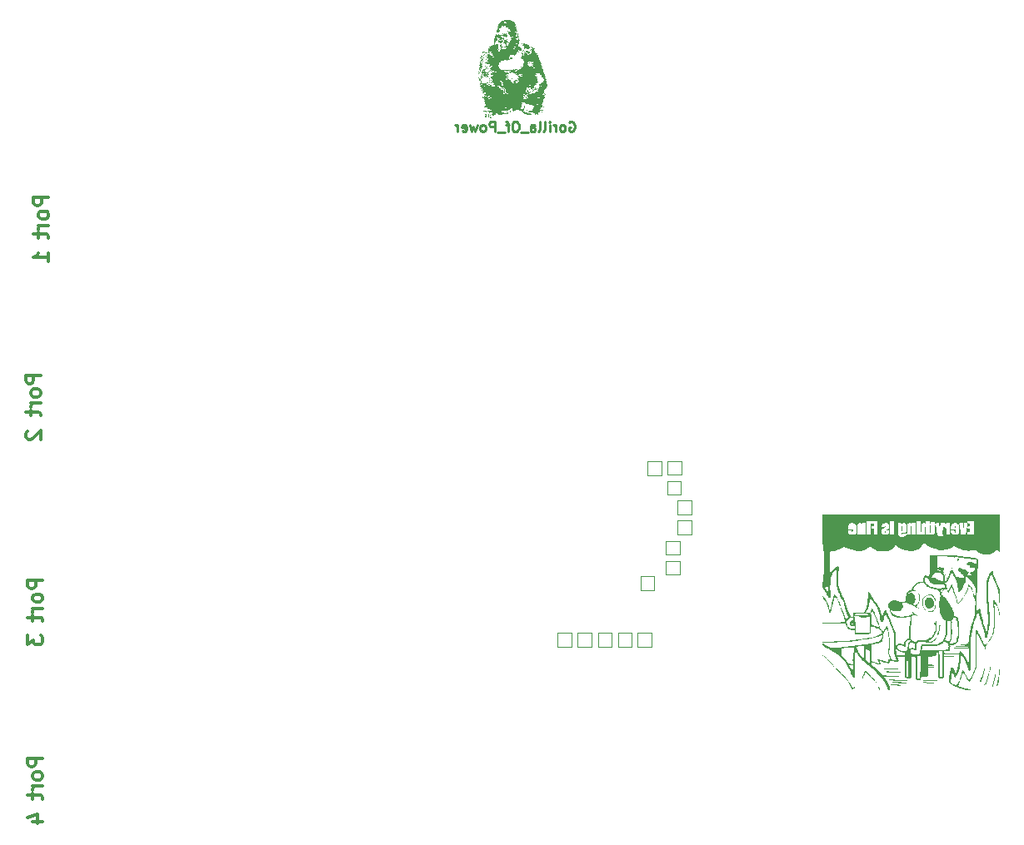
<source format=gbr>
%TF.GenerationSoftware,KiCad,Pcbnew,9.0.1*%
%TF.CreationDate,2025-07-09T12:24:18-07:00*%
%TF.ProjectId,peripheral_board_v1a,70657269-7068-4657-9261-6c5f626f6172,rev?*%
%TF.SameCoordinates,Original*%
%TF.FileFunction,Legend,Bot*%
%TF.FilePolarity,Positive*%
%FSLAX46Y46*%
G04 Gerber Fmt 4.6, Leading zero omitted, Abs format (unit mm)*
G04 Created by KiCad (PCBNEW 9.0.1) date 2025-07-09 12:24:18*
%MOMM*%
%LPD*%
G01*
G04 APERTURE LIST*
%ADD10C,0.300000*%
%ADD11C,0.250000*%
%ADD12C,0.120000*%
%ADD13C,0.000000*%
%ADD14R,1.700000X1.700000*%
%ADD15C,1.700000*%
%ADD16R,0.850000X0.850000*%
%ADD17C,0.850000*%
%ADD18C,3.000000*%
%ADD19C,5.000000*%
%ADD20C,3.250000*%
%ADD21C,1.520000*%
%ADD22C,2.500000*%
%ADD23C,1.600000*%
%ADD24R,1.400000X1.400000*%
%ADD25C,1.400000*%
%ADD26C,0.650000*%
%ADD27O,1.000000X2.100000*%
%ADD28O,1.000000X1.600000*%
%ADD29R,1.000000X1.000000*%
G04 APERTURE END LIST*
D10*
X99425828Y-117669510D02*
X97925828Y-117669510D01*
X97925828Y-117669510D02*
X97925828Y-118240939D01*
X97925828Y-118240939D02*
X97997257Y-118383796D01*
X97997257Y-118383796D02*
X98068685Y-118455225D01*
X98068685Y-118455225D02*
X98211542Y-118526653D01*
X98211542Y-118526653D02*
X98425828Y-118526653D01*
X98425828Y-118526653D02*
X98568685Y-118455225D01*
X98568685Y-118455225D02*
X98640114Y-118383796D01*
X98640114Y-118383796D02*
X98711542Y-118240939D01*
X98711542Y-118240939D02*
X98711542Y-117669510D01*
X99425828Y-119383796D02*
X99354400Y-119240939D01*
X99354400Y-119240939D02*
X99282971Y-119169510D01*
X99282971Y-119169510D02*
X99140114Y-119098082D01*
X99140114Y-119098082D02*
X98711542Y-119098082D01*
X98711542Y-119098082D02*
X98568685Y-119169510D01*
X98568685Y-119169510D02*
X98497257Y-119240939D01*
X98497257Y-119240939D02*
X98425828Y-119383796D01*
X98425828Y-119383796D02*
X98425828Y-119598082D01*
X98425828Y-119598082D02*
X98497257Y-119740939D01*
X98497257Y-119740939D02*
X98568685Y-119812368D01*
X98568685Y-119812368D02*
X98711542Y-119883796D01*
X98711542Y-119883796D02*
X99140114Y-119883796D01*
X99140114Y-119883796D02*
X99282971Y-119812368D01*
X99282971Y-119812368D02*
X99354400Y-119740939D01*
X99354400Y-119740939D02*
X99425828Y-119598082D01*
X99425828Y-119598082D02*
X99425828Y-119383796D01*
X99425828Y-120526653D02*
X98425828Y-120526653D01*
X98711542Y-120526653D02*
X98568685Y-120598082D01*
X98568685Y-120598082D02*
X98497257Y-120669511D01*
X98497257Y-120669511D02*
X98425828Y-120812368D01*
X98425828Y-120812368D02*
X98425828Y-120955225D01*
X98425828Y-121240939D02*
X98425828Y-121812367D01*
X97925828Y-121455224D02*
X99211542Y-121455224D01*
X99211542Y-121455224D02*
X99354400Y-121526653D01*
X99354400Y-121526653D02*
X99425828Y-121669510D01*
X99425828Y-121669510D02*
X99425828Y-121812367D01*
X98425828Y-124098082D02*
X99425828Y-124098082D01*
X97854400Y-123740939D02*
X98925828Y-123383796D01*
X98925828Y-123383796D02*
X98925828Y-124312367D01*
X99225828Y-78719510D02*
X97725828Y-78719510D01*
X97725828Y-78719510D02*
X97725828Y-79290939D01*
X97725828Y-79290939D02*
X97797257Y-79433796D01*
X97797257Y-79433796D02*
X97868685Y-79505225D01*
X97868685Y-79505225D02*
X98011542Y-79576653D01*
X98011542Y-79576653D02*
X98225828Y-79576653D01*
X98225828Y-79576653D02*
X98368685Y-79505225D01*
X98368685Y-79505225D02*
X98440114Y-79433796D01*
X98440114Y-79433796D02*
X98511542Y-79290939D01*
X98511542Y-79290939D02*
X98511542Y-78719510D01*
X99225828Y-80433796D02*
X99154400Y-80290939D01*
X99154400Y-80290939D02*
X99082971Y-80219510D01*
X99082971Y-80219510D02*
X98940114Y-80148082D01*
X98940114Y-80148082D02*
X98511542Y-80148082D01*
X98511542Y-80148082D02*
X98368685Y-80219510D01*
X98368685Y-80219510D02*
X98297257Y-80290939D01*
X98297257Y-80290939D02*
X98225828Y-80433796D01*
X98225828Y-80433796D02*
X98225828Y-80648082D01*
X98225828Y-80648082D02*
X98297257Y-80790939D01*
X98297257Y-80790939D02*
X98368685Y-80862368D01*
X98368685Y-80862368D02*
X98511542Y-80933796D01*
X98511542Y-80933796D02*
X98940114Y-80933796D01*
X98940114Y-80933796D02*
X99082971Y-80862368D01*
X99082971Y-80862368D02*
X99154400Y-80790939D01*
X99154400Y-80790939D02*
X99225828Y-80648082D01*
X99225828Y-80648082D02*
X99225828Y-80433796D01*
X99225828Y-81576653D02*
X98225828Y-81576653D01*
X98511542Y-81576653D02*
X98368685Y-81648082D01*
X98368685Y-81648082D02*
X98297257Y-81719511D01*
X98297257Y-81719511D02*
X98225828Y-81862368D01*
X98225828Y-81862368D02*
X98225828Y-82005225D01*
X98225828Y-82290939D02*
X98225828Y-82862367D01*
X97725828Y-82505224D02*
X99011542Y-82505224D01*
X99011542Y-82505224D02*
X99154400Y-82576653D01*
X99154400Y-82576653D02*
X99225828Y-82719510D01*
X99225828Y-82719510D02*
X99225828Y-82862367D01*
X97868685Y-84433796D02*
X97797257Y-84505224D01*
X97797257Y-84505224D02*
X97725828Y-84648082D01*
X97725828Y-84648082D02*
X97725828Y-85005224D01*
X97725828Y-85005224D02*
X97797257Y-85148082D01*
X97797257Y-85148082D02*
X97868685Y-85219510D01*
X97868685Y-85219510D02*
X98011542Y-85290939D01*
X98011542Y-85290939D02*
X98154400Y-85290939D01*
X98154400Y-85290939D02*
X98368685Y-85219510D01*
X98368685Y-85219510D02*
X99225828Y-84362367D01*
X99225828Y-84362367D02*
X99225828Y-85290939D01*
X100025828Y-60619510D02*
X98525828Y-60619510D01*
X98525828Y-60619510D02*
X98525828Y-61190939D01*
X98525828Y-61190939D02*
X98597257Y-61333796D01*
X98597257Y-61333796D02*
X98668685Y-61405225D01*
X98668685Y-61405225D02*
X98811542Y-61476653D01*
X98811542Y-61476653D02*
X99025828Y-61476653D01*
X99025828Y-61476653D02*
X99168685Y-61405225D01*
X99168685Y-61405225D02*
X99240114Y-61333796D01*
X99240114Y-61333796D02*
X99311542Y-61190939D01*
X99311542Y-61190939D02*
X99311542Y-60619510D01*
X100025828Y-62333796D02*
X99954400Y-62190939D01*
X99954400Y-62190939D02*
X99882971Y-62119510D01*
X99882971Y-62119510D02*
X99740114Y-62048082D01*
X99740114Y-62048082D02*
X99311542Y-62048082D01*
X99311542Y-62048082D02*
X99168685Y-62119510D01*
X99168685Y-62119510D02*
X99097257Y-62190939D01*
X99097257Y-62190939D02*
X99025828Y-62333796D01*
X99025828Y-62333796D02*
X99025828Y-62548082D01*
X99025828Y-62548082D02*
X99097257Y-62690939D01*
X99097257Y-62690939D02*
X99168685Y-62762368D01*
X99168685Y-62762368D02*
X99311542Y-62833796D01*
X99311542Y-62833796D02*
X99740114Y-62833796D01*
X99740114Y-62833796D02*
X99882971Y-62762368D01*
X99882971Y-62762368D02*
X99954400Y-62690939D01*
X99954400Y-62690939D02*
X100025828Y-62548082D01*
X100025828Y-62548082D02*
X100025828Y-62333796D01*
X100025828Y-63476653D02*
X99025828Y-63476653D01*
X99311542Y-63476653D02*
X99168685Y-63548082D01*
X99168685Y-63548082D02*
X99097257Y-63619511D01*
X99097257Y-63619511D02*
X99025828Y-63762368D01*
X99025828Y-63762368D02*
X99025828Y-63905225D01*
X99025828Y-64190939D02*
X99025828Y-64762367D01*
X98525828Y-64405224D02*
X99811542Y-64405224D01*
X99811542Y-64405224D02*
X99954400Y-64476653D01*
X99954400Y-64476653D02*
X100025828Y-64619510D01*
X100025828Y-64619510D02*
X100025828Y-64762367D01*
X100025828Y-67190939D02*
X100025828Y-66333796D01*
X100025828Y-66762367D02*
X98525828Y-66762367D01*
X98525828Y-66762367D02*
X98740114Y-66619510D01*
X98740114Y-66619510D02*
X98882971Y-66476653D01*
X98882971Y-66476653D02*
X98954400Y-66333796D01*
X99425828Y-99569510D02*
X97925828Y-99569510D01*
X97925828Y-99569510D02*
X97925828Y-100140939D01*
X97925828Y-100140939D02*
X97997257Y-100283796D01*
X97997257Y-100283796D02*
X98068685Y-100355225D01*
X98068685Y-100355225D02*
X98211542Y-100426653D01*
X98211542Y-100426653D02*
X98425828Y-100426653D01*
X98425828Y-100426653D02*
X98568685Y-100355225D01*
X98568685Y-100355225D02*
X98640114Y-100283796D01*
X98640114Y-100283796D02*
X98711542Y-100140939D01*
X98711542Y-100140939D02*
X98711542Y-99569510D01*
X99425828Y-101283796D02*
X99354400Y-101140939D01*
X99354400Y-101140939D02*
X99282971Y-101069510D01*
X99282971Y-101069510D02*
X99140114Y-100998082D01*
X99140114Y-100998082D02*
X98711542Y-100998082D01*
X98711542Y-100998082D02*
X98568685Y-101069510D01*
X98568685Y-101069510D02*
X98497257Y-101140939D01*
X98497257Y-101140939D02*
X98425828Y-101283796D01*
X98425828Y-101283796D02*
X98425828Y-101498082D01*
X98425828Y-101498082D02*
X98497257Y-101640939D01*
X98497257Y-101640939D02*
X98568685Y-101712368D01*
X98568685Y-101712368D02*
X98711542Y-101783796D01*
X98711542Y-101783796D02*
X99140114Y-101783796D01*
X99140114Y-101783796D02*
X99282971Y-101712368D01*
X99282971Y-101712368D02*
X99354400Y-101640939D01*
X99354400Y-101640939D02*
X99425828Y-101498082D01*
X99425828Y-101498082D02*
X99425828Y-101283796D01*
X99425828Y-102426653D02*
X98425828Y-102426653D01*
X98711542Y-102426653D02*
X98568685Y-102498082D01*
X98568685Y-102498082D02*
X98497257Y-102569511D01*
X98497257Y-102569511D02*
X98425828Y-102712368D01*
X98425828Y-102712368D02*
X98425828Y-102855225D01*
X98425828Y-103140939D02*
X98425828Y-103712367D01*
X97925828Y-103355224D02*
X99211542Y-103355224D01*
X99211542Y-103355224D02*
X99354400Y-103426653D01*
X99354400Y-103426653D02*
X99425828Y-103569510D01*
X99425828Y-103569510D02*
X99425828Y-103712367D01*
X97925828Y-105212367D02*
X97925828Y-106140939D01*
X97925828Y-106140939D02*
X98497257Y-105640939D01*
X98497257Y-105640939D02*
X98497257Y-105855224D01*
X98497257Y-105855224D02*
X98568685Y-105998082D01*
X98568685Y-105998082D02*
X98640114Y-106069510D01*
X98640114Y-106069510D02*
X98782971Y-106140939D01*
X98782971Y-106140939D02*
X99140114Y-106140939D01*
X99140114Y-106140939D02*
X99282971Y-106069510D01*
X99282971Y-106069510D02*
X99354400Y-105998082D01*
X99354400Y-105998082D02*
X99425828Y-105855224D01*
X99425828Y-105855224D02*
X99425828Y-105426653D01*
X99425828Y-105426653D02*
X99354400Y-105283796D01*
X99354400Y-105283796D02*
X99282971Y-105212367D01*
D11*
X152950001Y-52997238D02*
X153045239Y-52949619D01*
X153045239Y-52949619D02*
X153188096Y-52949619D01*
X153188096Y-52949619D02*
X153330953Y-52997238D01*
X153330953Y-52997238D02*
X153426191Y-53092476D01*
X153426191Y-53092476D02*
X153473810Y-53187714D01*
X153473810Y-53187714D02*
X153521429Y-53378190D01*
X153521429Y-53378190D02*
X153521429Y-53521047D01*
X153521429Y-53521047D02*
X153473810Y-53711523D01*
X153473810Y-53711523D02*
X153426191Y-53806761D01*
X153426191Y-53806761D02*
X153330953Y-53902000D01*
X153330953Y-53902000D02*
X153188096Y-53949619D01*
X153188096Y-53949619D02*
X153092858Y-53949619D01*
X153092858Y-53949619D02*
X152950001Y-53902000D01*
X152950001Y-53902000D02*
X152902382Y-53854380D01*
X152902382Y-53854380D02*
X152902382Y-53521047D01*
X152902382Y-53521047D02*
X153092858Y-53521047D01*
X152330953Y-53949619D02*
X152426191Y-53902000D01*
X152426191Y-53902000D02*
X152473810Y-53854380D01*
X152473810Y-53854380D02*
X152521429Y-53759142D01*
X152521429Y-53759142D02*
X152521429Y-53473428D01*
X152521429Y-53473428D02*
X152473810Y-53378190D01*
X152473810Y-53378190D02*
X152426191Y-53330571D01*
X152426191Y-53330571D02*
X152330953Y-53282952D01*
X152330953Y-53282952D02*
X152188096Y-53282952D01*
X152188096Y-53282952D02*
X152092858Y-53330571D01*
X152092858Y-53330571D02*
X152045239Y-53378190D01*
X152045239Y-53378190D02*
X151997620Y-53473428D01*
X151997620Y-53473428D02*
X151997620Y-53759142D01*
X151997620Y-53759142D02*
X152045239Y-53854380D01*
X152045239Y-53854380D02*
X152092858Y-53902000D01*
X152092858Y-53902000D02*
X152188096Y-53949619D01*
X152188096Y-53949619D02*
X152330953Y-53949619D01*
X151569048Y-53949619D02*
X151569048Y-53282952D01*
X151569048Y-53473428D02*
X151521429Y-53378190D01*
X151521429Y-53378190D02*
X151473810Y-53330571D01*
X151473810Y-53330571D02*
X151378572Y-53282952D01*
X151378572Y-53282952D02*
X151283334Y-53282952D01*
X150950000Y-53949619D02*
X150950000Y-53282952D01*
X150950000Y-52949619D02*
X150997619Y-52997238D01*
X150997619Y-52997238D02*
X150950000Y-53044857D01*
X150950000Y-53044857D02*
X150902381Y-52997238D01*
X150902381Y-52997238D02*
X150950000Y-52949619D01*
X150950000Y-52949619D02*
X150950000Y-53044857D01*
X150330953Y-53949619D02*
X150426191Y-53902000D01*
X150426191Y-53902000D02*
X150473810Y-53806761D01*
X150473810Y-53806761D02*
X150473810Y-52949619D01*
X149807143Y-53949619D02*
X149902381Y-53902000D01*
X149902381Y-53902000D02*
X149950000Y-53806761D01*
X149950000Y-53806761D02*
X149950000Y-52949619D01*
X148997619Y-53949619D02*
X148997619Y-53425809D01*
X148997619Y-53425809D02*
X149045238Y-53330571D01*
X149045238Y-53330571D02*
X149140476Y-53282952D01*
X149140476Y-53282952D02*
X149330952Y-53282952D01*
X149330952Y-53282952D02*
X149426190Y-53330571D01*
X148997619Y-53902000D02*
X149092857Y-53949619D01*
X149092857Y-53949619D02*
X149330952Y-53949619D01*
X149330952Y-53949619D02*
X149426190Y-53902000D01*
X149426190Y-53902000D02*
X149473809Y-53806761D01*
X149473809Y-53806761D02*
X149473809Y-53711523D01*
X149473809Y-53711523D02*
X149426190Y-53616285D01*
X149426190Y-53616285D02*
X149330952Y-53568666D01*
X149330952Y-53568666D02*
X149092857Y-53568666D01*
X149092857Y-53568666D02*
X148997619Y-53521047D01*
X148759524Y-54044857D02*
X147997619Y-54044857D01*
X147569047Y-52949619D02*
X147378571Y-52949619D01*
X147378571Y-52949619D02*
X147283333Y-52997238D01*
X147283333Y-52997238D02*
X147188095Y-53092476D01*
X147188095Y-53092476D02*
X147140476Y-53282952D01*
X147140476Y-53282952D02*
X147140476Y-53616285D01*
X147140476Y-53616285D02*
X147188095Y-53806761D01*
X147188095Y-53806761D02*
X147283333Y-53902000D01*
X147283333Y-53902000D02*
X147378571Y-53949619D01*
X147378571Y-53949619D02*
X147569047Y-53949619D01*
X147569047Y-53949619D02*
X147664285Y-53902000D01*
X147664285Y-53902000D02*
X147759523Y-53806761D01*
X147759523Y-53806761D02*
X147807142Y-53616285D01*
X147807142Y-53616285D02*
X147807142Y-53282952D01*
X147807142Y-53282952D02*
X147759523Y-53092476D01*
X147759523Y-53092476D02*
X147664285Y-52997238D01*
X147664285Y-52997238D02*
X147569047Y-52949619D01*
X146854761Y-53282952D02*
X146473809Y-53282952D01*
X146711904Y-53949619D02*
X146711904Y-53092476D01*
X146711904Y-53092476D02*
X146664285Y-52997238D01*
X146664285Y-52997238D02*
X146569047Y-52949619D01*
X146569047Y-52949619D02*
X146473809Y-52949619D01*
X146378571Y-54044857D02*
X145616666Y-54044857D01*
X145378570Y-53949619D02*
X145378570Y-52949619D01*
X145378570Y-52949619D02*
X144997618Y-52949619D01*
X144997618Y-52949619D02*
X144902380Y-52997238D01*
X144902380Y-52997238D02*
X144854761Y-53044857D01*
X144854761Y-53044857D02*
X144807142Y-53140095D01*
X144807142Y-53140095D02*
X144807142Y-53282952D01*
X144807142Y-53282952D02*
X144854761Y-53378190D01*
X144854761Y-53378190D02*
X144902380Y-53425809D01*
X144902380Y-53425809D02*
X144997618Y-53473428D01*
X144997618Y-53473428D02*
X145378570Y-53473428D01*
X144235713Y-53949619D02*
X144330951Y-53902000D01*
X144330951Y-53902000D02*
X144378570Y-53854380D01*
X144378570Y-53854380D02*
X144426189Y-53759142D01*
X144426189Y-53759142D02*
X144426189Y-53473428D01*
X144426189Y-53473428D02*
X144378570Y-53378190D01*
X144378570Y-53378190D02*
X144330951Y-53330571D01*
X144330951Y-53330571D02*
X144235713Y-53282952D01*
X144235713Y-53282952D02*
X144092856Y-53282952D01*
X144092856Y-53282952D02*
X143997618Y-53330571D01*
X143997618Y-53330571D02*
X143949999Y-53378190D01*
X143949999Y-53378190D02*
X143902380Y-53473428D01*
X143902380Y-53473428D02*
X143902380Y-53759142D01*
X143902380Y-53759142D02*
X143949999Y-53854380D01*
X143949999Y-53854380D02*
X143997618Y-53902000D01*
X143997618Y-53902000D02*
X144092856Y-53949619D01*
X144092856Y-53949619D02*
X144235713Y-53949619D01*
X143569046Y-53282952D02*
X143378570Y-53949619D01*
X143378570Y-53949619D02*
X143188094Y-53473428D01*
X143188094Y-53473428D02*
X142997618Y-53949619D01*
X142997618Y-53949619D02*
X142807142Y-53282952D01*
X142045237Y-53902000D02*
X142140475Y-53949619D01*
X142140475Y-53949619D02*
X142330951Y-53949619D01*
X142330951Y-53949619D02*
X142426189Y-53902000D01*
X142426189Y-53902000D02*
X142473808Y-53806761D01*
X142473808Y-53806761D02*
X142473808Y-53425809D01*
X142473808Y-53425809D02*
X142426189Y-53330571D01*
X142426189Y-53330571D02*
X142330951Y-53282952D01*
X142330951Y-53282952D02*
X142140475Y-53282952D01*
X142140475Y-53282952D02*
X142045237Y-53330571D01*
X142045237Y-53330571D02*
X141997618Y-53425809D01*
X141997618Y-53425809D02*
X141997618Y-53521047D01*
X141997618Y-53521047D02*
X142473808Y-53616285D01*
X141569046Y-53949619D02*
X141569046Y-53282952D01*
X141569046Y-53473428D02*
X141521427Y-53378190D01*
X141521427Y-53378190D02*
X141473808Y-53330571D01*
X141473808Y-53330571D02*
X141378570Y-53282952D01*
X141378570Y-53282952D02*
X141283332Y-53282952D01*
D12*
%TO.C,TP23*%
X162950000Y-87450000D02*
X162950000Y-88850000D01*
X162950000Y-88850000D02*
X164350000Y-88850000D01*
X164350000Y-87450000D02*
X162950000Y-87450000D01*
X164350000Y-88850000D02*
X164350000Y-87450000D01*
%TO.C,TP32*%
X162749999Y-97600000D02*
X162749999Y-99000000D01*
X162749999Y-99000000D02*
X164149999Y-99000000D01*
X164149999Y-97600000D02*
X162749999Y-97600000D01*
X164149999Y-99000000D02*
X164149999Y-97600000D01*
%TO.C,TP27*%
X163950000Y-91500000D02*
X163950000Y-92900000D01*
X163950000Y-92900000D02*
X165350000Y-92900000D01*
X165350000Y-91500000D02*
X163950000Y-91500000D01*
X165350000Y-92900000D02*
X165350000Y-91500000D01*
%TO.C,TP15*%
X157900000Y-104950000D02*
X157900000Y-106350000D01*
X157900000Y-106350000D02*
X159300000Y-106350000D01*
X159300000Y-104950000D02*
X157900000Y-104950000D01*
X159300000Y-106350000D02*
X159300000Y-104950000D01*
D13*
%TO.C,G\u002A\u002A\u002A*%
G36*
X184491889Y-105676187D02*
G01*
X184477173Y-105690903D01*
X184462457Y-105676187D01*
X184477173Y-105661471D01*
X184491889Y-105676187D01*
G37*
G36*
X185904635Y-110297044D02*
G01*
X185889919Y-110311761D01*
X185875203Y-110297044D01*
X185889919Y-110282328D01*
X185904635Y-110297044D01*
G37*
G36*
X188347509Y-107530416D02*
G01*
X188332793Y-107545132D01*
X188318077Y-107530416D01*
X188332793Y-107515700D01*
X188347509Y-107530416D01*
G37*
G36*
X188936153Y-106323696D02*
G01*
X188921437Y-106338412D01*
X188906721Y-106323696D01*
X188921437Y-106308980D01*
X188936153Y-106323696D01*
G37*
G36*
X191055273Y-93844437D02*
G01*
X191040556Y-93859153D01*
X191025840Y-93844437D01*
X191040556Y-93829721D01*
X191055273Y-93844437D01*
G37*
G36*
X191055273Y-105852780D02*
G01*
X191040556Y-105867496D01*
X191025840Y-105852780D01*
X191040556Y-105838064D01*
X191055273Y-105852780D01*
G37*
G36*
X191261298Y-99053939D02*
G01*
X191246582Y-99068655D01*
X191231866Y-99053939D01*
X191246582Y-99039223D01*
X191261298Y-99053939D01*
G37*
G36*
X191555620Y-98818481D02*
G01*
X191540904Y-98833197D01*
X191526188Y-98818481D01*
X191540904Y-98803765D01*
X191555620Y-98818481D01*
G37*
G36*
X191849942Y-98347566D02*
G01*
X191835226Y-98362282D01*
X191820510Y-98347566D01*
X191835226Y-98332850D01*
X191849942Y-98347566D01*
G37*
G36*
X191967671Y-103615932D02*
G01*
X191952955Y-103630648D01*
X191938239Y-103615932D01*
X191952955Y-103601216D01*
X191967671Y-103615932D01*
G37*
G36*
X191967671Y-103733661D02*
G01*
X191952955Y-103748377D01*
X191938239Y-103733661D01*
X191952955Y-103718945D01*
X191967671Y-103733661D01*
G37*
G36*
X192261993Y-97258574D02*
G01*
X192247277Y-97273290D01*
X192232561Y-97258574D01*
X192247277Y-97243858D01*
X192261993Y-97258574D01*
G37*
G36*
X192261993Y-103498203D02*
G01*
X192247277Y-103512919D01*
X192232561Y-103498203D01*
X192247277Y-103483487D01*
X192261993Y-103498203D01*
G37*
G36*
X192261993Y-103969119D02*
G01*
X192247277Y-103983835D01*
X192232561Y-103969119D01*
X192247277Y-103954402D01*
X192261993Y-103969119D01*
G37*
G36*
X192261993Y-105646755D02*
G01*
X192247277Y-105661471D01*
X192232561Y-105646755D01*
X192247277Y-105632039D01*
X192261993Y-105646755D01*
G37*
G36*
X193144960Y-97876650D02*
G01*
X193130244Y-97891367D01*
X193115527Y-97876650D01*
X193130244Y-97861934D01*
X193144960Y-97876650D01*
G37*
G36*
X187317381Y-109281633D02*
G01*
X187315257Y-109297214D01*
X187297760Y-109301255D01*
X187294238Y-109296941D01*
X187297760Y-109262012D01*
X187306613Y-109257407D01*
X187317381Y-109281633D01*
G37*
G36*
X188053187Y-106367844D02*
G01*
X188051063Y-106383425D01*
X188033565Y-106387465D01*
X188030043Y-106383152D01*
X188033565Y-106348222D01*
X188042418Y-106343618D01*
X188053187Y-106367844D01*
G37*
G36*
X191202434Y-99245248D02*
G01*
X191200310Y-99260830D01*
X191182812Y-99264870D01*
X191179290Y-99260556D01*
X191182812Y-99225627D01*
X191191665Y-99221022D01*
X191202434Y-99245248D01*
G37*
G36*
X191197786Y-99451274D02*
G01*
X191193684Y-99491761D01*
X191182941Y-99488064D01*
X191179054Y-99474742D01*
X191182941Y-99414484D01*
X191193161Y-99409491D01*
X191197786Y-99451274D01*
G37*
G36*
X191349595Y-99068655D02*
G01*
X191347471Y-99084236D01*
X191329973Y-99088277D01*
X191326451Y-99083963D01*
X191329973Y-99049034D01*
X191338826Y-99044429D01*
X191349595Y-99068655D01*
G37*
G36*
X191379027Y-99215816D02*
G01*
X191376903Y-99231397D01*
X191359405Y-99235438D01*
X191355883Y-99231124D01*
X191359405Y-99196195D01*
X191368258Y-99191590D01*
X191379027Y-99215816D01*
G37*
G36*
X191435568Y-99080918D02*
G01*
X191433487Y-99110770D01*
X191420109Y-99119548D01*
X191414277Y-99109136D01*
X191417786Y-99063137D01*
X191428380Y-99049513D01*
X191435568Y-99080918D01*
G37*
G36*
X191898996Y-103993645D02*
G01*
X191903601Y-104002498D01*
X191879375Y-104013267D01*
X191863793Y-104011143D01*
X191859753Y-103993645D01*
X191864067Y-103990123D01*
X191898996Y-103993645D01*
G37*
G36*
X192151623Y-97253798D02*
G01*
X192156615Y-97264018D01*
X192114832Y-97268643D01*
X192074345Y-97264540D01*
X192078042Y-97253798D01*
X192091365Y-97249910D01*
X192151623Y-97253798D01*
G37*
G36*
X192316211Y-104013267D02*
G01*
X192312108Y-104053755D01*
X192301365Y-104050057D01*
X192297478Y-104036735D01*
X192301365Y-103976477D01*
X192311585Y-103971484D01*
X192316211Y-104013267D01*
G37*
G36*
X192650131Y-97370913D02*
G01*
X192663754Y-97381507D01*
X192632349Y-97388695D01*
X192602497Y-97386614D01*
X192593719Y-97373237D01*
X192604132Y-97367405D01*
X192650131Y-97370913D01*
G37*
G36*
X192899691Y-106819138D02*
G01*
X192904296Y-106827991D01*
X192880070Y-106838759D01*
X192864488Y-106836635D01*
X192860448Y-106819138D01*
X192864762Y-106815615D01*
X192899691Y-106819138D01*
G37*
G36*
X192946292Y-97371527D02*
G01*
X192951285Y-97381746D01*
X192909502Y-97386372D01*
X192869014Y-97382269D01*
X192872712Y-97371527D01*
X192886034Y-97367639D01*
X192946292Y-97371527D01*
G37*
G36*
X191190665Y-99547423D02*
G01*
X191196076Y-99559056D01*
X191185276Y-99602385D01*
X191166041Y-99624659D01*
X191149831Y-99602504D01*
X191146224Y-99575132D01*
X191161569Y-99542590D01*
X191190665Y-99547423D01*
G37*
G36*
X192271762Y-103565449D02*
G01*
X192275453Y-103603250D01*
X192267746Y-103614540D01*
X192242261Y-103627287D01*
X192232561Y-103584763D01*
X192236878Y-103563759D01*
X192262473Y-103557364D01*
X192271762Y-103565449D01*
G37*
G36*
X191879375Y-103834937D02*
G01*
X191878244Y-103843480D01*
X191849942Y-103866106D01*
X191843282Y-103865768D01*
X191820510Y-103853127D01*
X191821864Y-103848405D01*
X191849942Y-103821957D01*
X191861343Y-103817359D01*
X191879375Y-103834937D01*
G37*
G36*
X191891757Y-103662391D02*
G01*
X191894091Y-103689513D01*
X191888050Y-103698321D01*
X191862921Y-103718945D01*
X191859984Y-103718180D01*
X191849942Y-103689513D01*
X191851140Y-103681445D01*
X191881112Y-103660080D01*
X191891757Y-103662391D01*
G37*
G36*
X194240987Y-97539035D02*
G01*
X194263384Y-97567612D01*
X194262529Y-97574647D01*
X194233952Y-97597044D01*
X194226917Y-97596189D01*
X194204519Y-97567612D01*
X194205375Y-97560577D01*
X194233952Y-97538180D01*
X194240987Y-97539035D01*
G37*
G36*
X191343255Y-99309894D02*
G01*
X191315530Y-99383135D01*
X191301818Y-99414302D01*
X191282115Y-99439544D01*
X191269233Y-99414530D01*
X191270928Y-99375444D01*
X191303297Y-99316773D01*
X191318266Y-99302257D01*
X191344477Y-99284619D01*
X191343255Y-99309894D01*
G37*
G36*
X191162074Y-98899499D02*
G01*
X191163581Y-98980358D01*
X191163556Y-98992464D01*
X191161703Y-99068178D01*
X191157481Y-99098227D01*
X191151710Y-99076013D01*
X191146839Y-98987908D01*
X191151710Y-98884704D01*
X191152474Y-98878947D01*
X191158099Y-98863496D01*
X191162074Y-98899499D01*
G37*
G36*
X181722007Y-94024399D02*
G01*
X181745101Y-94081552D01*
X181754693Y-94155883D01*
X181746653Y-94187989D01*
X181709623Y-94212340D01*
X181698358Y-94211057D01*
X181674172Y-94182827D01*
X181671490Y-94109327D01*
X181672563Y-94095939D01*
X181683544Y-94032229D01*
X181698695Y-94006314D01*
X181722007Y-94024399D01*
G37*
G36*
X185099036Y-94563779D02*
G01*
X185109965Y-94636654D01*
X185109582Y-94657848D01*
X185097093Y-94722620D01*
X185063952Y-94742120D01*
X185055225Y-94741492D01*
X185028787Y-94717042D01*
X185027162Y-94648732D01*
X185027437Y-94646044D01*
X185046228Y-94570158D01*
X185073942Y-94542175D01*
X185099036Y-94563779D01*
G37*
G36*
X192144584Y-94007202D02*
G01*
X192164748Y-94041233D01*
X192179283Y-94109327D01*
X192180151Y-94117204D01*
X192178671Y-94189346D01*
X192153071Y-94212340D01*
X192152915Y-94212339D01*
X192124879Y-94185045D01*
X192114832Y-94109327D01*
X192115058Y-94095839D01*
X192123716Y-94032198D01*
X192141044Y-94006314D01*
X192144584Y-94007202D01*
G37*
G36*
X193828498Y-98335852D02*
G01*
X193844805Y-98376856D01*
X193851333Y-98450579D01*
X193850582Y-98476969D01*
X193840331Y-98542197D01*
X193821901Y-98568307D01*
X193815303Y-98565305D01*
X193798996Y-98524301D01*
X193792468Y-98450579D01*
X193793219Y-98424189D01*
X193803470Y-98358961D01*
X193821901Y-98332850D01*
X193828498Y-98335852D01*
G37*
G36*
X186799169Y-94052870D02*
G01*
X186804083Y-94072660D01*
X186811655Y-94144730D01*
X186815764Y-94244486D01*
X186816443Y-94354636D01*
X186813723Y-94457889D01*
X186807635Y-94536953D01*
X186798213Y-94574537D01*
X186792057Y-94580112D01*
X186763287Y-94583393D01*
X186743618Y-94537149D01*
X186732339Y-94438404D01*
X186728737Y-94284183D01*
X186729868Y-94199451D01*
X186737626Y-94082224D01*
X186752191Y-94017306D01*
X186772921Y-94006816D01*
X186799169Y-94052870D01*
G37*
G36*
X192465914Y-97375841D02*
G01*
X192481594Y-97379931D01*
X192543622Y-97419472D01*
X192555080Y-97476667D01*
X192512167Y-97538180D01*
X192487539Y-97568987D01*
X192466840Y-97637438D01*
X192463951Y-97670937D01*
X192450981Y-97668289D01*
X192420230Y-97616214D01*
X192394063Y-97542589D01*
X192392537Y-97461695D01*
X192397455Y-97414840D01*
X192375378Y-97391019D01*
X192363123Y-97389613D01*
X192357996Y-97373502D01*
X192358425Y-97373102D01*
X192397750Y-97366983D01*
X192465914Y-97375841D01*
G37*
G36*
X182640053Y-94007318D02*
G01*
X182651416Y-94046282D01*
X182659918Y-94138349D01*
X182665246Y-94278698D01*
X182667092Y-94462514D01*
X182667027Y-94499612D01*
X182664513Y-94675742D01*
X182658573Y-94807514D01*
X182649519Y-94890110D01*
X182637660Y-94918713D01*
X182635266Y-94917710D01*
X182623903Y-94878745D01*
X182615402Y-94786679D01*
X182610073Y-94646329D01*
X182608227Y-94462514D01*
X182608292Y-94425416D01*
X182610806Y-94249286D01*
X182616746Y-94117514D01*
X182625801Y-94034917D01*
X182637660Y-94006314D01*
X182640053Y-94007318D01*
G37*
G36*
X189660153Y-101345435D02*
G01*
X189778312Y-101391034D01*
X189790863Y-101399079D01*
X189888324Y-101496013D01*
X189954502Y-101626187D01*
X189989992Y-101777386D01*
X189995391Y-101937399D01*
X189971296Y-102094013D01*
X189918302Y-102235015D01*
X189837006Y-102348192D01*
X189728005Y-102421331D01*
X189593151Y-102452553D01*
X189437398Y-102435585D01*
X189291491Y-102363238D01*
X189244187Y-102325487D01*
X189146772Y-102208133D01*
X189091817Y-102061845D01*
X189075054Y-101877038D01*
X189093446Y-101700643D01*
X189156724Y-101536576D01*
X189265682Y-101408174D01*
X189280106Y-101397067D01*
X189389012Y-101349188D01*
X189523041Y-101331732D01*
X189660153Y-101345435D01*
G37*
G36*
X185930739Y-110159980D02*
G01*
X186080504Y-110169974D01*
X186231309Y-110185441D01*
X186371245Y-110205980D01*
X186373912Y-110206449D01*
X186503838Y-110230273D01*
X186584884Y-110248890D01*
X186626183Y-110266072D01*
X186636865Y-110285590D01*
X186626062Y-110311214D01*
X186617191Y-110321174D01*
X186595511Y-110329655D01*
X186555394Y-110331928D01*
X186488902Y-110327376D01*
X186388097Y-110315384D01*
X186245041Y-110295334D01*
X186051796Y-110266609D01*
X185990688Y-110257581D01*
X185857909Y-110239045D01*
X185744231Y-110224545D01*
X185669178Y-110216633D01*
X185653672Y-110215091D01*
X185596439Y-110200477D01*
X185580881Y-110179316D01*
X185606744Y-110166856D01*
X185681952Y-110158019D01*
X185793919Y-110155861D01*
X185930739Y-110159980D01*
G37*
G36*
X189075956Y-109944494D02*
G01*
X189167853Y-109952286D01*
X189312608Y-109962832D01*
X189477646Y-109973564D01*
X189642193Y-109983066D01*
X189704706Y-109986506D01*
X189839866Y-109995417D01*
X189929349Y-110005048D01*
X189982800Y-110017289D01*
X190009861Y-110034032D01*
X190020177Y-110057165D01*
X190022604Y-110079675D01*
X190005471Y-110100872D01*
X189946930Y-110095489D01*
X189933352Y-110093348D01*
X189857810Y-110085618D01*
X189741011Y-110076780D01*
X189596169Y-110067765D01*
X189436501Y-110059506D01*
X189317739Y-110053446D01*
X189142942Y-110041254D01*
X189017587Y-110026676D01*
X188935585Y-110008601D01*
X188890848Y-109985919D01*
X188877289Y-109957520D01*
X188891080Y-109943884D01*
X188955963Y-109937260D01*
X189075956Y-109944494D01*
G37*
G36*
X189766407Y-109752936D02*
G01*
X189988930Y-109755890D01*
X190155954Y-109761931D01*
X190269641Y-109771275D01*
X190332152Y-109784138D01*
X190345648Y-109800738D01*
X190312293Y-109821292D01*
X190299273Y-109823543D01*
X190233754Y-109827801D01*
X190122760Y-109831644D01*
X189975172Y-109834857D01*
X189799871Y-109837221D01*
X189605736Y-109838521D01*
X189600473Y-109838540D01*
X189383601Y-109838824D01*
X189218670Y-109837726D01*
X189098908Y-109834822D01*
X189017547Y-109829691D01*
X188967814Y-109821908D01*
X188942940Y-109811051D01*
X188936153Y-109796697D01*
X188936238Y-109794798D01*
X188944867Y-109781029D01*
X188972358Y-109770549D01*
X189025379Y-109762931D01*
X189110594Y-109757749D01*
X189234671Y-109754575D01*
X189404275Y-109752984D01*
X189626073Y-109752548D01*
X189766407Y-109752936D01*
G37*
G36*
X196294609Y-109088667D02*
G01*
X196287453Y-109167277D01*
X196269677Y-109283800D01*
X196243407Y-109428391D01*
X196210767Y-109591205D01*
X196173885Y-109762396D01*
X196134884Y-109932121D01*
X196095890Y-110090535D01*
X196059029Y-110227791D01*
X196026426Y-110334046D01*
X196000207Y-110399454D01*
X196000017Y-110399808D01*
X195961779Y-110446953D01*
X195926858Y-110457075D01*
X195911588Y-110425394D01*
X195914889Y-110405000D01*
X195931865Y-110335397D01*
X195960016Y-110232116D01*
X195995665Y-110108997D01*
X196012256Y-110051692D01*
X196053191Y-109898813D01*
X196088664Y-109751426D01*
X196112446Y-109634820D01*
X196121424Y-109583648D01*
X196158025Y-109399733D01*
X196195108Y-109248892D01*
X196230727Y-109137460D01*
X196262934Y-109071771D01*
X196289781Y-109058156D01*
X196294609Y-109088667D01*
G37*
G36*
X185319496Y-108856444D02*
G01*
X185519230Y-108861781D01*
X185773911Y-108871908D01*
X185909761Y-108877938D01*
X186133353Y-108888359D01*
X186306944Y-108897497D01*
X186436369Y-108905950D01*
X186527461Y-108914311D01*
X186586056Y-108923175D01*
X186617986Y-108933139D01*
X186629087Y-108944796D01*
X186625191Y-108958742D01*
X186623303Y-108960687D01*
X186579327Y-108971460D01*
X186487507Y-108978671D01*
X186357315Y-108982586D01*
X186198220Y-108983473D01*
X186019693Y-108981598D01*
X185831203Y-108977227D01*
X185642221Y-108970629D01*
X185462217Y-108962069D01*
X185300661Y-108951814D01*
X185167022Y-108940132D01*
X185070772Y-108927289D01*
X185021379Y-108913551D01*
X185014146Y-108908842D01*
X184995238Y-108887128D01*
X185012579Y-108871238D01*
X185069910Y-108860965D01*
X185170969Y-108856103D01*
X185319496Y-108856444D01*
G37*
G36*
X195162397Y-108511461D02*
G01*
X195160290Y-108596742D01*
X195142722Y-108718825D01*
X195112283Y-108868309D01*
X195071564Y-109035795D01*
X195023157Y-109211882D01*
X194969650Y-109387172D01*
X194913635Y-109552264D01*
X194857703Y-109697757D01*
X194804444Y-109814253D01*
X194756449Y-109892351D01*
X194753928Y-109895319D01*
X194712074Y-109921942D01*
X194667046Y-109929306D01*
X194646003Y-109912464D01*
X194646025Y-109912116D01*
X194658209Y-109878177D01*
X194689591Y-109801961D01*
X194735553Y-109694452D01*
X194791472Y-109566635D01*
X194841986Y-109446812D01*
X194902383Y-109289507D01*
X194952301Y-109144198D01*
X194984325Y-109031459D01*
X195018500Y-108884502D01*
X195059334Y-108715877D01*
X195091083Y-108595818D01*
X195115327Y-108518924D01*
X195133644Y-108479794D01*
X195147615Y-108473029D01*
X195162397Y-108511461D01*
G37*
G36*
X196703141Y-108663557D02*
G01*
X196703279Y-108678563D01*
X196697847Y-108908721D01*
X196679954Y-109161898D01*
X196651539Y-109424448D01*
X196614538Y-109682725D01*
X196570891Y-109923082D01*
X196522534Y-110131873D01*
X196471406Y-110295451D01*
X196451403Y-110337927D01*
X196417875Y-110367841D01*
X196392534Y-110342775D01*
X196382503Y-110265158D01*
X196387691Y-110203648D01*
X196406137Y-110091547D01*
X196433877Y-109957379D01*
X196466630Y-109820100D01*
X196500113Y-109698669D01*
X196530042Y-109612041D01*
X196531763Y-109607448D01*
X196545137Y-109546118D01*
X196560366Y-109441461D01*
X196575705Y-109306896D01*
X196589407Y-109155842D01*
X196589546Y-109154101D01*
X196604709Y-108989407D01*
X196623090Y-108828211D01*
X196642384Y-108688928D01*
X196660282Y-108589976D01*
X196700226Y-108413383D01*
X196703141Y-108663557D01*
G37*
G36*
X185475594Y-108564536D02*
G01*
X185661186Y-108567443D01*
X185846980Y-108571814D01*
X186023283Y-108577461D01*
X186180402Y-108584196D01*
X186308645Y-108591831D01*
X186398317Y-108600177D01*
X186439725Y-108609047D01*
X186462372Y-108634306D01*
X186434415Y-108663247D01*
X186407479Y-108675734D01*
X186351069Y-108677964D01*
X186335719Y-108675624D01*
X186267169Y-108671710D01*
X186153495Y-108668319D01*
X186003522Y-108665633D01*
X185826075Y-108663835D01*
X185629980Y-108663106D01*
X185615417Y-108663093D01*
X185371458Y-108661626D01*
X185181649Y-108657482D01*
X185041550Y-108650156D01*
X184946723Y-108639145D01*
X184892726Y-108623942D01*
X184875122Y-108604045D01*
X184889470Y-108578948D01*
X184889941Y-108578555D01*
X184929121Y-108571317D01*
X185016969Y-108566484D01*
X185143793Y-108563869D01*
X185299899Y-108563282D01*
X185475594Y-108564536D01*
G37*
G36*
X185577711Y-109677871D02*
G01*
X185701766Y-109683642D01*
X185847980Y-109692957D01*
X185945114Y-109699419D01*
X186138565Y-109710624D01*
X186358183Y-109721802D01*
X186583728Y-109731947D01*
X186794960Y-109740053D01*
X186868316Y-109742669D01*
X187055571Y-109750831D01*
X187191425Y-109759687D01*
X187281501Y-109769808D01*
X187331423Y-109781764D01*
X187346814Y-109796129D01*
X187346057Y-109799653D01*
X187327497Y-109810941D01*
X187279646Y-109818802D01*
X187196599Y-109823449D01*
X187072451Y-109825092D01*
X186901297Y-109823946D01*
X186677231Y-109820222D01*
X186644662Y-109819571D01*
X186301449Y-109810649D01*
X186015941Y-109799110D01*
X185788358Y-109784969D01*
X185618922Y-109768245D01*
X185507854Y-109748954D01*
X185455375Y-109727112D01*
X185441754Y-109709865D01*
X185437891Y-109679702D01*
X185441071Y-109678413D01*
X185487062Y-109676007D01*
X185577711Y-109677871D01*
G37*
G36*
X186000290Y-109912796D02*
G01*
X186005300Y-109913239D01*
X186152742Y-109925638D01*
X186306621Y-109937580D01*
X186434415Y-109946537D01*
X186601038Y-109957253D01*
X186801565Y-109970854D01*
X186953485Y-109982778D01*
X187062851Y-109994097D01*
X187135714Y-110005883D01*
X187178128Y-110019206D01*
X187196144Y-110035140D01*
X187195815Y-110054755D01*
X187183194Y-110079123D01*
X187180186Y-110082886D01*
X187130681Y-110098531D01*
X187041654Y-110094445D01*
X187035247Y-110093574D01*
X186940992Y-110082961D01*
X186815673Y-110071391D01*
X186684589Y-110061219D01*
X186636913Y-110057757D01*
X186486798Y-110045342D01*
X186323298Y-110030092D01*
X186160827Y-110013517D01*
X186013795Y-109997128D01*
X185896614Y-109982437D01*
X185823697Y-109970954D01*
X185782430Y-109955280D01*
X185757474Y-109924349D01*
X185758908Y-109918944D01*
X185790984Y-109905953D01*
X185869537Y-109903995D01*
X186000290Y-109912796D01*
G37*
G36*
X195789592Y-108332899D02*
G01*
X195793859Y-108390355D01*
X195793855Y-108391667D01*
X195788305Y-108453663D01*
X195771240Y-108546765D01*
X195741215Y-108677262D01*
X195696785Y-108851447D01*
X195636508Y-109075608D01*
X195618896Y-109140429D01*
X195585075Y-109265864D01*
X195545372Y-109413864D01*
X195505161Y-109564422D01*
X195459954Y-109725455D01*
X195413723Y-109862696D01*
X195365715Y-109968604D01*
X195309463Y-110057205D01*
X195238496Y-110142525D01*
X195176166Y-110202108D01*
X195132378Y-110222311D01*
X195116918Y-110194927D01*
X195120504Y-110176683D01*
X195137195Y-110136879D01*
X195171352Y-110070542D01*
X195227158Y-109969638D01*
X195308792Y-109826129D01*
X195316787Y-109811155D01*
X195350306Y-109732104D01*
X195392412Y-109610579D01*
X195443999Y-109443595D01*
X195505963Y-109228168D01*
X195579199Y-108961313D01*
X195664602Y-108640046D01*
X195679725Y-108578643D01*
X195698306Y-108488387D01*
X195705562Y-108430267D01*
X195711967Y-108397117D01*
X195749711Y-108339802D01*
X195771325Y-108324629D01*
X195789592Y-108332899D01*
G37*
G36*
X190216454Y-101935461D02*
G01*
X190215963Y-102080304D01*
X190212553Y-102189073D01*
X190203334Y-102268426D01*
X190185416Y-102333438D01*
X190155907Y-102399188D01*
X190111917Y-102480754D01*
X190033872Y-102607730D01*
X189944041Y-102710882D01*
X189844642Y-102774625D01*
X189724063Y-102808778D01*
X189652864Y-102818250D01*
X189468853Y-102813037D01*
X189304225Y-102757030D01*
X189146015Y-102646593D01*
X189115888Y-102617943D01*
X189012071Y-102478579D01*
X188926624Y-102301027D01*
X188863521Y-102100417D01*
X188826734Y-101891877D01*
X188824842Y-101833259D01*
X188887318Y-101833259D01*
X188930047Y-102063186D01*
X188941641Y-102106621D01*
X189024530Y-102341823D01*
X189127965Y-102523264D01*
X189252771Y-102652446D01*
X189345626Y-102704515D01*
X189488550Y-102740479D01*
X189642142Y-102742421D01*
X189790599Y-102712215D01*
X189918118Y-102651732D01*
X190008894Y-102562846D01*
X190018237Y-102547968D01*
X190083109Y-102406115D01*
X190132436Y-102230631D01*
X190161394Y-102043070D01*
X190165155Y-101864987D01*
X190159514Y-101802707D01*
X190118567Y-101605705D01*
X190047747Y-101428324D01*
X189952867Y-101280281D01*
X189839739Y-101171294D01*
X189714177Y-101111080D01*
X189695776Y-101107149D01*
X189563383Y-101105767D01*
X189410065Y-101138769D01*
X189253302Y-101199610D01*
X189110571Y-101281750D01*
X188999351Y-101378645D01*
X188930876Y-101483944D01*
X188887499Y-101641116D01*
X188887318Y-101833259D01*
X188824842Y-101833259D01*
X188820235Y-101690538D01*
X188847995Y-101511529D01*
X188898349Y-101400267D01*
X189003269Y-101271456D01*
X189144112Y-101159434D01*
X189308270Y-101073872D01*
X189483136Y-101024439D01*
X189629185Y-101023346D01*
X189786937Y-101066146D01*
X189930105Y-101146724D01*
X190044426Y-101256873D01*
X190115636Y-101388383D01*
X190120443Y-101402801D01*
X190152916Y-101483512D01*
X190183500Y-101538126D01*
X190193169Y-101561972D01*
X190205663Y-101643313D01*
X190213646Y-101770477D01*
X190215255Y-101864987D01*
X190216454Y-101935461D01*
G37*
G36*
X178757513Y-107184588D02*
G01*
X178777015Y-107206647D01*
X178831683Y-107256212D01*
X178907372Y-107319204D01*
X178927105Y-107335136D01*
X178970301Y-107370900D01*
X179014276Y-107409277D01*
X179064049Y-107455231D01*
X179124635Y-107513724D01*
X179201051Y-107589720D01*
X179298316Y-107688182D01*
X179421446Y-107814073D01*
X179575458Y-107972356D01*
X179765369Y-108167995D01*
X179804183Y-108207986D01*
X179959771Y-108368060D01*
X180139573Y-108552770D01*
X180330439Y-108748620D01*
X180519218Y-108942113D01*
X180692762Y-109119756D01*
X180827886Y-109259338D01*
X181026504Y-109471905D01*
X181189815Y-109658658D01*
X181323839Y-109827358D01*
X181434594Y-109985765D01*
X181528103Y-110141640D01*
X181610384Y-110302746D01*
X181623368Y-110329655D01*
X181673425Y-110424026D01*
X181715896Y-110490517D01*
X181742719Y-110516130D01*
X181766877Y-110509790D01*
X181834879Y-110472562D01*
X181929108Y-110409116D01*
X182038746Y-110327616D01*
X182152973Y-110236227D01*
X182260971Y-110143112D01*
X182351919Y-110056436D01*
X182374222Y-110033443D01*
X182486911Y-109909485D01*
X182566012Y-109802905D01*
X182622321Y-109697223D01*
X182666634Y-109575955D01*
X182668630Y-109569647D01*
X182703247Y-109472939D01*
X182752130Y-109350101D01*
X182805370Y-109226122D01*
X182814904Y-109204649D01*
X182861836Y-109092629D01*
X182898073Y-108996055D01*
X182916432Y-108933835D01*
X182934123Y-108878297D01*
X182973381Y-108815569D01*
X182996575Y-108795546D01*
X183033631Y-108789747D01*
X183090181Y-108820318D01*
X183114421Y-108836669D01*
X183150314Y-108863407D01*
X183193215Y-108899369D01*
X183250126Y-108950953D01*
X183328048Y-109024562D01*
X183433982Y-109126597D01*
X183574932Y-109263457D01*
X183595477Y-109283786D01*
X183683099Y-109375833D01*
X183783031Y-109487206D01*
X183887876Y-109608905D01*
X183990241Y-109731927D01*
X184082730Y-109847271D01*
X184157950Y-109945935D01*
X184208504Y-110018918D01*
X184226999Y-110057218D01*
X184240054Y-110087180D01*
X184274802Y-110153901D01*
X184323643Y-110242711D01*
X184360719Y-110313097D01*
X184411778Y-110419417D01*
X184462819Y-110533450D01*
X184507333Y-110640072D01*
X184538814Y-110724156D01*
X184550753Y-110770579D01*
X184544850Y-110776436D01*
X184503850Y-110782676D01*
X184472578Y-110770349D01*
X184440814Y-110720987D01*
X184416780Y-110651277D01*
X184362491Y-110529078D01*
X184288534Y-110382468D01*
X184202230Y-110225202D01*
X184110900Y-110071036D01*
X184021864Y-109933728D01*
X183882304Y-109741573D01*
X183586458Y-109398017D01*
X183264171Y-109103780D01*
X183038510Y-108922246D01*
X182967577Y-109079865D01*
X182942357Y-109137933D01*
X182892398Y-109258764D01*
X182835362Y-109401617D01*
X182779306Y-109546523D01*
X182770014Y-109570797D01*
X182699576Y-109738373D01*
X182625110Y-109878643D01*
X182535897Y-110007327D01*
X182421216Y-110140140D01*
X182270350Y-110292802D01*
X182124131Y-110427693D01*
X181969329Y-110548730D01*
X181840301Y-110621450D01*
X181734920Y-110647257D01*
X181703077Y-110647638D01*
X181661600Y-110640133D01*
X181631306Y-110612114D01*
X181602152Y-110551842D01*
X181564094Y-110447578D01*
X181530491Y-110358492D01*
X181466661Y-110217862D01*
X181387466Y-110077580D01*
X181288039Y-109931179D01*
X181163510Y-109772195D01*
X181009010Y-109594163D01*
X180819669Y-109390619D01*
X180590619Y-109155098D01*
X180433460Y-108995024D01*
X180274394Y-108831165D01*
X180126722Y-108677261D01*
X179997994Y-108541237D01*
X179895762Y-108431015D01*
X179827578Y-108354518D01*
X179750561Y-108266884D01*
X179636617Y-108142949D01*
X179507467Y-108007046D01*
X179370043Y-107866039D01*
X179231279Y-107726793D01*
X179098105Y-107596174D01*
X178977455Y-107481045D01*
X178876260Y-107388273D01*
X178801453Y-107324722D01*
X178759965Y-107297256D01*
X178719642Y-107273795D01*
X178693743Y-107219395D01*
X178701747Y-107182734D01*
X178729290Y-107161461D01*
X178757513Y-107184588D01*
G37*
G36*
X196706257Y-93486345D02*
G01*
X196706257Y-93520683D01*
X196706257Y-93785573D01*
X196706257Y-94079895D01*
X196706257Y-94815700D01*
X196706218Y-94926200D01*
X196706179Y-94948192D01*
X196706100Y-94992294D01*
X196706048Y-95021726D01*
X196705732Y-95198319D01*
X196705641Y-95249099D01*
X196704421Y-95552385D01*
X196702619Y-95831151D01*
X196700295Y-96080491D01*
X196697509Y-96295499D01*
X196694322Y-96471268D01*
X196690793Y-96602891D01*
X196686984Y-96685464D01*
X196682953Y-96714078D01*
X196657462Y-96699103D01*
X196601949Y-96651748D01*
X196531263Y-96583262D01*
X196402877Y-96452446D01*
X196224283Y-96614065D01*
X196222924Y-96615293D01*
X196108292Y-96708589D01*
X195979521Y-96798247D01*
X195864231Y-96865014D01*
X195858320Y-96867923D01*
X195782911Y-96903697D01*
X195719654Y-96927574D01*
X195654351Y-96941565D01*
X195572804Y-96947680D01*
X195460817Y-96947931D01*
X195304191Y-96944327D01*
X195153185Y-96939162D01*
X195026536Y-96930726D01*
X194933308Y-96917627D01*
X194860012Y-96897891D01*
X194793164Y-96869544D01*
X194764223Y-96855204D01*
X194621058Y-96775522D01*
X194496964Y-96686353D01*
X194364957Y-96568738D01*
X194234763Y-96444655D01*
X194065122Y-96511045D01*
X193944803Y-96546061D01*
X193758412Y-96574133D01*
X193547641Y-96585069D01*
X193330197Y-96578813D01*
X193123788Y-96555312D01*
X192946120Y-96514511D01*
X192825183Y-96472299D01*
X192669943Y-96410303D01*
X192507953Y-96339360D01*
X192354778Y-96266598D01*
X192225987Y-96199143D01*
X192137147Y-96144124D01*
X192056450Y-96085288D01*
X191989986Y-96145527D01*
X191909763Y-96211506D01*
X191748377Y-96310511D01*
X191555749Y-96388580D01*
X191323026Y-96448973D01*
X191041357Y-96494952D01*
X190983124Y-96502365D01*
X190838058Y-96518908D01*
X190726606Y-96526452D01*
X190630291Y-96525003D01*
X190530639Y-96514566D01*
X190409172Y-96495148D01*
X190395163Y-96492684D01*
X190055302Y-96406529D01*
X189712465Y-96272212D01*
X189382300Y-96096889D01*
X189080457Y-95887713D01*
X189046203Y-95861714D01*
X188980983Y-95818679D01*
X188941433Y-95801679D01*
X188921355Y-95816743D01*
X188882678Y-95872845D01*
X188838966Y-95956199D01*
X188725642Y-96147771D01*
X188557863Y-96326089D01*
X188349469Y-96462278D01*
X188101744Y-96555293D01*
X188022732Y-96571430D01*
X187861280Y-96588509D01*
X187674334Y-96594864D01*
X187481816Y-96590596D01*
X187303648Y-96575805D01*
X187159753Y-96550589D01*
X187020272Y-96507079D01*
X186844900Y-96436710D01*
X186663279Y-96350896D01*
X186491095Y-96257633D01*
X186344034Y-96164915D01*
X186237782Y-96080735D01*
X186169561Y-96016462D01*
X186115286Y-95967551D01*
X186091175Y-95948840D01*
X186080863Y-95961897D01*
X186050269Y-96014791D01*
X186008427Y-96094465D01*
X185891924Y-96276585D01*
X185730773Y-96432404D01*
X185536733Y-96539874D01*
X185493796Y-96556240D01*
X185428895Y-96577083D01*
X185360485Y-96591721D01*
X185277498Y-96601257D01*
X185168861Y-96606794D01*
X185023505Y-96609437D01*
X184830359Y-96610288D01*
X184709567Y-96610289D01*
X184545852Y-96608974D01*
X184423370Y-96605090D01*
X184331048Y-96597573D01*
X184257813Y-96585364D01*
X184192591Y-96567402D01*
X184124310Y-96542624D01*
X184004092Y-96487015D01*
X183822750Y-96370661D01*
X183625447Y-96206813D01*
X183582121Y-96173511D01*
X183518580Y-96158632D01*
X183462630Y-96197968D01*
X183419069Y-96240552D01*
X183315912Y-96315399D01*
X183183307Y-96393297D01*
X183037357Y-96465079D01*
X182894164Y-96521580D01*
X182796088Y-96550997D01*
X182623767Y-96584353D01*
X182437411Y-96595520D01*
X182223343Y-96584965D01*
X181967883Y-96553154D01*
X181954849Y-96551171D01*
X181646066Y-96490026D01*
X181365271Y-96402994D01*
X181085216Y-96281695D01*
X181024875Y-96252487D01*
X180938176Y-96213936D01*
X180882109Y-96197963D01*
X180842370Y-96201499D01*
X180804657Y-96221474D01*
X180779666Y-96236757D01*
X180661920Y-96295169D01*
X180498512Y-96362379D01*
X180298496Y-96435207D01*
X180070927Y-96510471D01*
X179824860Y-96584987D01*
X179569351Y-96655574D01*
X179429548Y-96692296D01*
X179429548Y-96714078D01*
X179429548Y-97801990D01*
X179429556Y-97832795D01*
X179430189Y-98080930D01*
X179431755Y-98309633D01*
X179434138Y-98512333D01*
X179437223Y-98682458D01*
X179440893Y-98813435D01*
X179445032Y-98898693D01*
X179449524Y-98931659D01*
X179463430Y-98927956D01*
X179497733Y-98885962D01*
X179540172Y-98812217D01*
X179606146Y-98692997D01*
X179781098Y-98455154D01*
X179993184Y-98260631D01*
X180003474Y-98252980D01*
X180099028Y-98189131D01*
X180183639Y-98143960D01*
X180240047Y-98126824D01*
X180241612Y-98126829D01*
X180285912Y-98136123D01*
X180311197Y-98173552D01*
X180328048Y-98254462D01*
X180331852Y-98298445D01*
X180332290Y-98408098D01*
X180325740Y-98544720D01*
X180312890Y-98688587D01*
X180298657Y-98836515D01*
X180284307Y-99023372D01*
X180271903Y-99221600D01*
X180263110Y-99407126D01*
X180261713Y-99445435D01*
X180257368Y-99614081D01*
X180258745Y-99743222D01*
X180266973Y-99848961D01*
X180283181Y-99947398D01*
X180308498Y-100054634D01*
X180338328Y-100166585D01*
X180394580Y-100358302D01*
X180457638Y-100546278D01*
X180531809Y-100741579D01*
X180621402Y-100955271D01*
X180730723Y-101198421D01*
X180864080Y-101482097D01*
X180961251Y-101703003D01*
X181049617Y-101952192D01*
X181126992Y-102232618D01*
X181204984Y-102511047D01*
X181345880Y-102883483D01*
X181518358Y-103211239D01*
X181548316Y-103254711D01*
X181602356Y-103296485D01*
X181680680Y-103306894D01*
X181784125Y-103306894D01*
X181784125Y-103180676D01*
X181912493Y-103180676D01*
X181917580Y-103247734D01*
X181929724Y-103355526D01*
X181948807Y-103512919D01*
X181949296Y-103516839D01*
X181965477Y-103614711D01*
X181991396Y-103741571D01*
X182013646Y-103836674D01*
X182021679Y-103871010D01*
X182043927Y-103972668D01*
X182058899Y-104079324D01*
X182064099Y-104116364D01*
X182075109Y-104285719D01*
X182076645Y-104383016D01*
X182078448Y-104497173D01*
X182078448Y-104897690D01*
X182153944Y-104926394D01*
X182193036Y-104934030D01*
X182285785Y-104942332D01*
X182417032Y-104948852D01*
X182575508Y-104953060D01*
X182749946Y-104954428D01*
X182826104Y-104954204D01*
X183010031Y-104951990D01*
X183146928Y-104946930D01*
X183245566Y-104938361D01*
X183314714Y-104925618D01*
X183363142Y-104908039D01*
X183455832Y-104862320D01*
X183473659Y-104489300D01*
X183476300Y-104432348D01*
X183484110Y-104249454D01*
X183492414Y-104037835D01*
X183500374Y-103819369D01*
X183507150Y-103615932D01*
X183510922Y-103491407D01*
X183514503Y-103344710D01*
X183514972Y-103245347D01*
X183511824Y-103186366D01*
X183504554Y-103160816D01*
X183492657Y-103161745D01*
X183475627Y-103182201D01*
X183449477Y-103215264D01*
X183364062Y-103285262D01*
X183248270Y-103331829D01*
X183093265Y-103357738D01*
X182890206Y-103365758D01*
X182764512Y-103364562D01*
X182645619Y-103357575D01*
X182543005Y-103340630D01*
X182433275Y-103309599D01*
X182293032Y-103260352D01*
X182206688Y-103228901D01*
X182091000Y-103187205D01*
X182001919Y-103155634D01*
X181953761Y-103139295D01*
X181940746Y-103135236D01*
X181923958Y-103133294D01*
X181914579Y-103145485D01*
X181912493Y-103180676D01*
X181784125Y-103180676D01*
X181784125Y-103132403D01*
X181784581Y-103067762D01*
X181786906Y-103038438D01*
X181931499Y-103038438D01*
X181945986Y-103050795D01*
X182003046Y-103077181D01*
X182088566Y-103108226D01*
X182166882Y-103133148D01*
X182246733Y-103154211D01*
X182292999Y-103157586D01*
X182318486Y-103145341D01*
X182318730Y-103145146D01*
X182353523Y-103139765D01*
X182437410Y-103133495D01*
X182561024Y-103126844D01*
X182714997Y-103120318D01*
X182889962Y-103114425D01*
X182895220Y-103114268D01*
X183070754Y-103107696D01*
X183225971Y-103099434D01*
X183351236Y-103090189D01*
X183436916Y-103080669D01*
X183473377Y-103071582D01*
X183474524Y-103070400D01*
X183480387Y-103054570D01*
X183461347Y-103041602D01*
X183411746Y-103030885D01*
X183325924Y-103021809D01*
X183198222Y-103013763D01*
X183022980Y-103006135D01*
X182794538Y-102998316D01*
X182579395Y-102993077D01*
X182356761Y-102991850D01*
X182176602Y-102995961D01*
X182042970Y-103005221D01*
X181959918Y-103019443D01*
X181931499Y-103038438D01*
X181786906Y-103038438D01*
X181790497Y-102993160D01*
X181809478Y-102939590D01*
X181820627Y-102929463D01*
X183602003Y-102929463D01*
X183609332Y-102983904D01*
X183617430Y-103019979D01*
X183620718Y-103054570D01*
X183625787Y-103107904D01*
X183632414Y-103234981D01*
X183632705Y-103245347D01*
X183636781Y-103390576D01*
X183638355Y-103564056D01*
X183638355Y-104089977D01*
X183851738Y-104158572D01*
X183972068Y-104200565D01*
X184117182Y-104257444D01*
X184239573Y-104311526D01*
X184330899Y-104355586D01*
X184392626Y-104383325D01*
X184422646Y-104390802D01*
X184432324Y-104380585D01*
X184433025Y-104355242D01*
X184432914Y-104352681D01*
X184420713Y-104300879D01*
X184392949Y-104214478D01*
X184356219Y-104111374D01*
X184317118Y-104009465D01*
X184282241Y-103926649D01*
X184258186Y-103880822D01*
X184251635Y-103869462D01*
X184225451Y-103810078D01*
X184188317Y-103715850D01*
X184146024Y-103601216D01*
X184124934Y-103543086D01*
X184055026Y-103360108D01*
X183982255Y-103182177D01*
X183910492Y-103017657D01*
X183843607Y-102874912D01*
X183785471Y-102762306D01*
X183739954Y-102688204D01*
X183710926Y-102660968D01*
X183703983Y-102662094D01*
X183671158Y-102697076D01*
X183639099Y-102766398D01*
X183613986Y-102850411D01*
X183602003Y-102929463D01*
X181820627Y-102929463D01*
X181849156Y-102903549D01*
X181917166Y-102881531D01*
X182021140Y-102870033D01*
X182168711Y-102865549D01*
X182196907Y-102865411D01*
X183083287Y-102865411D01*
X183255401Y-102865411D01*
X183330549Y-102866813D01*
X183417682Y-102872419D01*
X183467732Y-102880843D01*
X183496297Y-102869175D01*
X183532397Y-102806684D01*
X183575023Y-102690311D01*
X183625125Y-102517866D01*
X183641944Y-102482733D01*
X183689514Y-102458473D01*
X183747424Y-102478800D01*
X183800487Y-102541656D01*
X183835515Y-102610098D01*
X183895050Y-102737099D01*
X183959204Y-102882703D01*
X184018719Y-103025735D01*
X184064332Y-103145017D01*
X184080701Y-103190129D01*
X184126026Y-103308285D01*
X184167913Y-103409907D01*
X184177885Y-103433150D01*
X184215230Y-103526575D01*
X184241357Y-103601216D01*
X184262577Y-103656070D01*
X184298967Y-103718945D01*
X184318395Y-103754953D01*
X184351325Y-103839022D01*
X184389197Y-103951264D01*
X184427118Y-104075499D01*
X184460197Y-104195544D01*
X184483542Y-104295218D01*
X184491833Y-104355242D01*
X184492261Y-104358340D01*
X184508031Y-104410283D01*
X184576680Y-104467653D01*
X184631034Y-104503371D01*
X184712063Y-104575835D01*
X184782332Y-104656674D01*
X184822551Y-104725648D01*
X184841732Y-104745998D01*
X184879501Y-104718852D01*
X184906520Y-104688702D01*
X184936000Y-104644310D01*
X184961542Y-104596088D01*
X185012122Y-104519785D01*
X185074441Y-104435662D01*
X185137422Y-104357932D01*
X185189989Y-104300808D01*
X185221065Y-104278505D01*
X185243156Y-104284638D01*
X185265306Y-104310499D01*
X185287884Y-104363773D01*
X185313443Y-104452082D01*
X185344533Y-104583045D01*
X185383706Y-104764283D01*
X185412039Y-104901752D01*
X185471861Y-105225308D01*
X185512262Y-105508634D01*
X185533948Y-105762556D01*
X185537621Y-105997898D01*
X185523986Y-106225484D01*
X185493747Y-106456141D01*
X185491813Y-106468684D01*
X185479122Y-106584528D01*
X185469642Y-106727302D01*
X185465301Y-106869022D01*
X185465082Y-106925595D01*
X185468961Y-107040232D01*
X185483353Y-107129169D01*
X185513432Y-107216226D01*
X185564371Y-107325221D01*
X185566378Y-107329275D01*
X185628518Y-107444880D01*
X185694352Y-107552385D01*
X185729541Y-107600873D01*
X185749955Y-107629001D01*
X185798300Y-107680064D01*
X185850269Y-107713354D01*
X185921327Y-107731772D01*
X186031355Y-107743401D01*
X186032889Y-107743524D01*
X186131428Y-107748593D01*
X186201631Y-107746922D01*
X186228390Y-107738857D01*
X186226091Y-107727683D01*
X186206948Y-107673264D01*
X186174732Y-107595024D01*
X186151248Y-107540962D01*
X186091539Y-107401471D01*
X186043839Y-107282072D01*
X186006857Y-107173990D01*
X185979303Y-107068454D01*
X185959885Y-106956690D01*
X185947313Y-106829927D01*
X185940297Y-106679391D01*
X185937546Y-106496310D01*
X185937768Y-106271911D01*
X185939673Y-105997422D01*
X185941199Y-105777252D01*
X185941995Y-105561809D01*
X185941323Y-105391203D01*
X185938815Y-105257797D01*
X185934103Y-105153956D01*
X185926817Y-105072043D01*
X185916590Y-105004423D01*
X185903053Y-104943460D01*
X185885839Y-104881517D01*
X185873424Y-104840104D01*
X185757928Y-104497031D01*
X185610452Y-104119791D01*
X185435092Y-103718945D01*
X185416392Y-103678207D01*
X185344141Y-103520334D01*
X185275571Y-103369828D01*
X185217669Y-103242054D01*
X185177421Y-103152375D01*
X185138989Y-103072535D01*
X185101250Y-103007924D01*
X185077247Y-102983139D01*
X185055103Y-103005516D01*
X185034452Y-103064078D01*
X185018058Y-103137806D01*
X184963627Y-103365789D01*
X184914173Y-103541953D01*
X184867628Y-103671418D01*
X184821924Y-103759302D01*
X184774995Y-103810724D01*
X184724772Y-103830804D01*
X184668218Y-103827393D01*
X184617684Y-103801371D01*
X184614147Y-103796128D01*
X184591867Y-103738904D01*
X184565524Y-103643494D01*
X184538736Y-103526723D01*
X184515122Y-103405414D01*
X184498300Y-103296391D01*
X184491889Y-103216478D01*
X184491021Y-103196434D01*
X184477065Y-103105229D01*
X184451478Y-103006242D01*
X184436655Y-102959872D01*
X184402256Y-102851951D01*
X184359811Y-102718543D01*
X184315304Y-102578446D01*
X184282486Y-102478382D01*
X184245494Y-102374053D01*
X184216885Y-102303008D01*
X184201022Y-102276766D01*
X184177308Y-102253019D01*
X184146230Y-102195828D01*
X184142780Y-102188766D01*
X184105702Y-102127857D01*
X184042045Y-102034100D01*
X183959759Y-101918935D01*
X183866797Y-101793802D01*
X183852941Y-101775491D01*
X183756441Y-101647266D01*
X183667558Y-101528046D01*
X183595645Y-101430434D01*
X183550058Y-101367035D01*
X183476478Y-101261355D01*
X183458031Y-101599825D01*
X183449378Y-101718273D01*
X183392269Y-102089289D01*
X183292618Y-102432932D01*
X183152801Y-102740324D01*
X183083287Y-102865411D01*
X182196907Y-102865411D01*
X182367514Y-102864576D01*
X182858401Y-102863741D01*
X182949146Y-102710057D01*
X183039676Y-102548019D01*
X183118245Y-102380964D01*
X183177585Y-102214059D01*
X183220462Y-102035548D01*
X183249643Y-101833681D01*
X183267892Y-101596703D01*
X183277978Y-101312861D01*
X183290585Y-100746291D01*
X183360638Y-100746291D01*
X183382688Y-100748489D01*
X183424020Y-100771207D01*
X183466867Y-100827390D01*
X183520784Y-100927874D01*
X183544144Y-100973637D01*
X183593295Y-101061997D01*
X183653494Y-101159604D01*
X183729774Y-101273890D01*
X183827169Y-101412285D01*
X183950713Y-101582223D01*
X184105438Y-101791135D01*
X184183939Y-101901132D01*
X184280720Y-102048019D01*
X184365129Y-102187850D01*
X184424974Y-102301165D01*
X184435491Y-102324701D01*
X184480799Y-102441585D01*
X184530132Y-102588163D01*
X184579500Y-102750252D01*
X184624913Y-102913672D01*
X184662383Y-103064242D01*
X184687921Y-103187779D01*
X184697537Y-103270103D01*
X184706639Y-103325599D01*
X184729234Y-103332118D01*
X184758343Y-103292468D01*
X184786992Y-103211239D01*
X184793242Y-103187858D01*
X184832810Y-103057575D01*
X184880536Y-102920637D01*
X184928680Y-102798231D01*
X184969505Y-102711545D01*
X184977433Y-102697756D01*
X185036971Y-102621274D01*
X185092672Y-102602678D01*
X185146919Y-102642263D01*
X185202097Y-102740324D01*
X185221236Y-102783170D01*
X185270646Y-102892424D01*
X185330912Y-103024536D01*
X185393031Y-103159733D01*
X185443153Y-103270261D01*
X185527142Y-103460977D01*
X185620522Y-103677955D01*
X185717718Y-103907865D01*
X185813153Y-104137376D01*
X185901254Y-104353158D01*
X185976443Y-104541878D01*
X186033145Y-104690208D01*
X186125377Y-104940382D01*
X186129135Y-105808632D01*
X186129256Y-105833523D01*
X186131608Y-106068302D01*
X186135916Y-106295766D01*
X186141842Y-106505607D01*
X186149044Y-106687513D01*
X186157186Y-106831175D01*
X186165925Y-106926284D01*
X186171676Y-106970053D01*
X186185616Y-107079490D01*
X186195318Y-107160661D01*
X186198957Y-107198532D01*
X186204129Y-107202079D01*
X186253694Y-107209691D01*
X186347379Y-107215815D01*
X186474838Y-107219895D01*
X186625724Y-107221378D01*
X187052492Y-107221378D01*
X187052492Y-107078335D01*
X187052492Y-106935291D01*
X186887380Y-106918250D01*
X186874994Y-106916916D01*
X186665971Y-106876269D01*
X186484682Y-106806990D01*
X186338714Y-106713854D01*
X186235656Y-106601636D01*
X186183097Y-106475109D01*
X186175902Y-106403896D01*
X186181600Y-106353620D01*
X186302390Y-106353620D01*
X186316974Y-106466385D01*
X186384330Y-106571116D01*
X186500489Y-106662685D01*
X186661484Y-106735967D01*
X186697963Y-106747273D01*
X186823252Y-106774478D01*
X186958461Y-106791121D01*
X187081486Y-106795100D01*
X187170220Y-106784316D01*
X187204490Y-106767814D01*
X187254738Y-106709025D01*
X187294364Y-106607547D01*
X187325163Y-106458066D01*
X187326463Y-106446970D01*
X187483538Y-106446970D01*
X187485850Y-106515933D01*
X187492580Y-106540926D01*
X187496187Y-106539966D01*
X187540403Y-106525248D01*
X187611704Y-106499783D01*
X187705068Y-106478061D01*
X187856815Y-106473133D01*
X188016397Y-106495933D01*
X188041547Y-106500717D01*
X188064730Y-106494689D01*
X188076985Y-106463609D01*
X188081790Y-106396206D01*
X188082619Y-106281211D01*
X188082619Y-106050797D01*
X187982516Y-106003295D01*
X187943281Y-105988437D01*
X187831359Y-105964789D01*
X187704244Y-105955793D01*
X187526074Y-105955793D01*
X187511070Y-106051448D01*
X187503116Y-106117331D01*
X187493686Y-106226790D01*
X187486267Y-106345770D01*
X187486120Y-106348797D01*
X187483538Y-106446970D01*
X187326463Y-106446970D01*
X187348931Y-106255269D01*
X187354775Y-106193748D01*
X187367942Y-106073604D01*
X187380594Y-105979344D01*
X187390643Y-105927365D01*
X187425986Y-105880239D01*
X187494653Y-105833141D01*
X187571245Y-105801989D01*
X187631186Y-105799817D01*
X187649284Y-105804877D01*
X187669432Y-105792975D01*
X187652848Y-105753184D01*
X187602449Y-105696033D01*
X187599599Y-105693386D01*
X187518355Y-105643413D01*
X187423210Y-105637638D01*
X187300661Y-105675128D01*
X187293687Y-105678137D01*
X187209559Y-105736830D01*
X187153065Y-105829579D01*
X187121299Y-105963611D01*
X187111356Y-106146157D01*
X187110943Y-106199845D01*
X187105656Y-106299112D01*
X187093007Y-106352145D01*
X187071392Y-106367844D01*
X187067937Y-106367569D01*
X187017819Y-106351229D01*
X186934402Y-106314655D01*
X186833795Y-106264831D01*
X186740197Y-106220920D01*
X186594659Y-106173618D01*
X186472670Y-106161002D01*
X186384750Y-106184942D01*
X186351469Y-106224140D01*
X186317644Y-106291744D01*
X186302390Y-106353620D01*
X186181600Y-106353620D01*
X186190664Y-106273648D01*
X186236264Y-106159981D01*
X186306523Y-106082548D01*
X186379881Y-106051268D01*
X186508842Y-106036491D01*
X186655400Y-106052770D01*
X186801323Y-106099482D01*
X186854720Y-106122308D01*
X186928254Y-106150718D01*
X186967936Y-106161818D01*
X186976444Y-106153911D01*
X186988844Y-106103528D01*
X186993791Y-106022015D01*
X187001217Y-105878929D01*
X187031403Y-105752509D01*
X187089730Y-105659681D01*
X187181406Y-105588403D01*
X187221881Y-105566794D01*
X187315502Y-105529190D01*
X187390340Y-105514310D01*
X187472842Y-105514310D01*
X187454265Y-105139049D01*
X187448795Y-104974706D01*
X187450954Y-104786372D01*
X187464019Y-104596279D01*
X187489384Y-104390742D01*
X187528442Y-104156070D01*
X187582586Y-103878576D01*
X187582603Y-103878491D01*
X187618256Y-103679900D01*
X187633590Y-103529141D01*
X187629333Y-103419072D01*
X187609313Y-103285569D01*
X187338260Y-103342337D01*
X187304821Y-103349156D01*
X187163900Y-103372762D01*
X187021048Y-103386494D01*
X186857389Y-103391655D01*
X186654045Y-103389547D01*
X186624387Y-103388852D01*
X186466429Y-103384296D01*
X186351568Y-103377815D01*
X186266183Y-103367064D01*
X186196654Y-103349703D01*
X186129361Y-103323387D01*
X186050684Y-103285776D01*
X185896926Y-103196694D01*
X185730439Y-103062558D01*
X185603474Y-102912853D01*
X185522312Y-102755331D01*
X185494754Y-102605992D01*
X185615486Y-102605992D01*
X185620657Y-102667158D01*
X185625222Y-102683484D01*
X185690203Y-102812232D01*
X185800313Y-102940932D01*
X185944275Y-103060057D01*
X186110812Y-103160081D01*
X186288646Y-103231475D01*
X186410920Y-103258014D01*
X186613764Y-103275283D01*
X186842821Y-103271985D01*
X187082030Y-103249772D01*
X187315327Y-103210300D01*
X187526648Y-103155220D01*
X187699931Y-103086187D01*
X187799878Y-103031769D01*
X187851326Y-102991469D01*
X187860065Y-102958012D01*
X187832121Y-102924006D01*
X187828860Y-102921207D01*
X187794881Y-102872143D01*
X187792147Y-102826605D01*
X187822462Y-102806546D01*
X187828652Y-102807524D01*
X187874778Y-102834885D01*
X187932833Y-102888101D01*
X187938327Y-102893872D01*
X188011737Y-102958404D01*
X188082619Y-103003839D01*
X188092865Y-103008585D01*
X188174790Y-103046057D01*
X188266311Y-103087392D01*
X188308429Y-103109182D01*
X188353416Y-103148323D01*
X188350117Y-103177631D01*
X188296200Y-103189165D01*
X188278356Y-103186873D01*
X188209750Y-103165695D01*
X188125168Y-103129526D01*
X188001970Y-103069887D01*
X187880418Y-103149470D01*
X187758865Y-103229053D01*
X187758865Y-103469541D01*
X187757549Y-103531404D01*
X187733497Y-103771712D01*
X187680500Y-104045599D01*
X187653741Y-104165521D01*
X187631242Y-104286439D01*
X187616040Y-104404557D01*
X187606671Y-104535288D01*
X187601667Y-104694043D01*
X187599561Y-104896233D01*
X187599329Y-105072743D01*
X187601316Y-105221493D01*
X187606394Y-105329478D01*
X187615319Y-105406214D01*
X187628843Y-105461215D01*
X187647722Y-105503998D01*
X187705937Y-105585169D01*
X187807570Y-105688049D01*
X187926928Y-105783265D01*
X187943147Y-105792975D01*
X188044610Y-105853721D01*
X188090477Y-105874715D01*
X188139114Y-105886006D01*
X188181392Y-105866656D01*
X188241582Y-105811457D01*
X188335595Y-105720335D01*
X188700936Y-105720335D01*
X188780370Y-105719707D01*
X188984295Y-105708883D01*
X189152428Y-105680678D01*
X189301322Y-105629988D01*
X189447534Y-105551707D01*
X189607617Y-105440729D01*
X189630001Y-105423616D01*
X189831905Y-105229442D01*
X189993823Y-104996430D01*
X190109338Y-104733624D01*
X190140901Y-104625139D01*
X190170148Y-104434358D01*
X190155153Y-104265329D01*
X190095661Y-104106427D01*
X190065824Y-104042626D01*
X190040567Y-103968427D01*
X190038831Y-103926638D01*
X190068477Y-103906610D01*
X190099530Y-103928299D01*
X190113442Y-103983835D01*
X190117975Y-104015801D01*
X190143490Y-104057796D01*
X190153389Y-104058149D01*
X190166438Y-104018233D01*
X190168246Y-103926858D01*
X190167501Y-103897138D01*
X190172742Y-103796535D01*
X190191671Y-103750558D01*
X190223813Y-103760629D01*
X190229186Y-103780794D01*
X190235831Y-103852264D01*
X190241124Y-103964987D01*
X190244622Y-104108725D01*
X190245887Y-104273240D01*
X190245748Y-104349190D01*
X190243581Y-104527659D01*
X190238049Y-104662586D01*
X190228207Y-104765250D01*
X190213110Y-104846931D01*
X190191815Y-104918910D01*
X190130593Y-105053830D01*
X190026125Y-105217261D01*
X189898547Y-105372755D01*
X189761296Y-105504192D01*
X189627810Y-105595455D01*
X189546645Y-105642215D01*
X189458823Y-105700814D01*
X189378133Y-105760470D01*
X189488256Y-105798824D01*
X189552345Y-105819908D01*
X189618979Y-105832564D01*
X189680070Y-105824094D01*
X189754066Y-105791081D01*
X189859418Y-105730111D01*
X189999277Y-105638146D01*
X190121572Y-105533689D01*
X190221865Y-105413109D01*
X190307407Y-105265825D01*
X190385447Y-105081257D01*
X190463234Y-104848823D01*
X190509255Y-104688243D01*
X190537380Y-104554457D01*
X190551227Y-104422947D01*
X190554925Y-104267536D01*
X190558217Y-104131310D01*
X190567910Y-104034495D01*
X190582934Y-103986445D01*
X190602213Y-103990515D01*
X190624671Y-104050057D01*
X190644938Y-104170519D01*
X190642323Y-104377800D01*
X190602947Y-104620761D01*
X190527449Y-104893860D01*
X190481492Y-105027147D01*
X190381649Y-105265141D01*
X190270968Y-105458507D01*
X190143466Y-105616830D01*
X189993155Y-105749700D01*
X189962368Y-105773009D01*
X189887410Y-105832640D01*
X189852396Y-105869411D01*
X189851063Y-105891909D01*
X189877148Y-105908717D01*
X189894302Y-105917124D01*
X189933918Y-105951983D01*
X189919765Y-105974899D01*
X189855910Y-105973472D01*
X189830366Y-105968527D01*
X189685360Y-105945565D01*
X189502153Y-105922385D01*
X189297593Y-105900662D01*
X189088525Y-105882070D01*
X188891794Y-105868284D01*
X188724248Y-105860978D01*
X188665529Y-105859660D01*
X188534795Y-105858178D01*
X188447534Y-105861167D01*
X188392414Y-105870095D01*
X188358102Y-105886431D01*
X188333265Y-105911645D01*
X188311490Y-105940820D01*
X188270823Y-106014191D01*
X188260375Y-106050797D01*
X188245835Y-106101744D01*
X188233247Y-106218279D01*
X188229780Y-106378590D01*
X188229484Y-106419293D01*
X188224073Y-106546175D01*
X188212829Y-106638093D01*
X188197032Y-106683141D01*
X188177267Y-106695201D01*
X188119466Y-106696949D01*
X188021380Y-106673450D01*
X187942027Y-106652789D01*
X187817015Y-106631605D01*
X187713848Y-106627683D01*
X187649275Y-106642420D01*
X187633419Y-106658024D01*
X187607749Y-106723751D01*
X187600345Y-106809987D01*
X187614777Y-106890993D01*
X187623281Y-106911732D01*
X187673466Y-106989633D01*
X187753651Y-107050802D01*
X187878079Y-107106921D01*
X187895124Y-107113073D01*
X188047836Y-107149176D01*
X188216718Y-107162514D01*
X188250742Y-107162325D01*
X188342011Y-107157377D01*
X188413869Y-107140689D01*
X188470295Y-107105616D01*
X188499106Y-107067113D01*
X189411508Y-107067113D01*
X189413840Y-107135900D01*
X189420509Y-107162514D01*
X189433682Y-107144660D01*
X189456049Y-107085905D01*
X189480507Y-107004618D01*
X189501821Y-106920066D01*
X189514755Y-106851513D01*
X189514074Y-106818225D01*
X189488659Y-106803393D01*
X189452837Y-106823232D01*
X189426298Y-106890230D01*
X189413078Y-106997233D01*
X189411508Y-107067113D01*
X188499106Y-107067113D01*
X188515270Y-107045512D01*
X188552772Y-106953733D01*
X188586780Y-106823633D01*
X188606996Y-106721030D01*
X188780480Y-106721030D01*
X188880391Y-106716179D01*
X188913450Y-106714369D01*
X189010121Y-106708333D01*
X189136745Y-106699867D01*
X189274624Y-106690204D01*
X189295575Y-106688830D01*
X189413932Y-106683382D01*
X189578153Y-106678284D01*
X189777807Y-106673747D01*
X190002469Y-106669984D01*
X190241709Y-106667205D01*
X190485099Y-106665623D01*
X190741354Y-106664308D01*
X190952076Y-106662251D01*
X191115744Y-106659185D01*
X191238341Y-106654811D01*
X191325849Y-106648834D01*
X191384249Y-106640955D01*
X191419523Y-106630877D01*
X191437654Y-106618304D01*
X191455501Y-106578837D01*
X191475025Y-106494597D01*
X191487984Y-106390204D01*
X191491253Y-106311396D01*
X191472383Y-106147489D01*
X191411125Y-106018256D01*
X191302234Y-105915243D01*
X191277406Y-105902159D01*
X191590121Y-105902159D01*
X191603530Y-105949408D01*
X191608334Y-105956149D01*
X191671655Y-105993863D01*
X191770978Y-106007419D01*
X191891135Y-105997849D01*
X192016962Y-105966181D01*
X192133293Y-105913444D01*
X192147122Y-105904370D01*
X192209401Y-105838331D01*
X192269472Y-105729558D01*
X192329834Y-105572753D01*
X192392984Y-105362619D01*
X192408589Y-105286075D01*
X192425230Y-105138809D01*
X192435654Y-104958953D01*
X192439850Y-104761669D01*
X192437803Y-104562124D01*
X192429502Y-104375482D01*
X192414931Y-104216906D01*
X192394079Y-104101564D01*
X192380162Y-104043017D01*
X192357863Y-103910637D01*
X192348102Y-103792525D01*
X192347422Y-103760928D01*
X192335714Y-103622793D01*
X192306514Y-103529294D01*
X192254476Y-103469334D01*
X192174252Y-103431817D01*
X192103928Y-103410984D01*
X192036794Y-103397715D01*
X192005079Y-103406257D01*
X191997103Y-103436948D01*
X191991410Y-103455713D01*
X191953361Y-103511278D01*
X191891358Y-103576751D01*
X191785613Y-103674796D01*
X191808805Y-103969119D01*
X191815489Y-104080132D01*
X191821891Y-104245520D01*
X191826827Y-104439821D01*
X191829906Y-104647265D01*
X191830702Y-104843461D01*
X191830737Y-104852085D01*
X191829895Y-105045075D01*
X191827603Y-105204035D01*
X191822996Y-105323681D01*
X191815181Y-105414118D01*
X191803263Y-105485451D01*
X191786348Y-105547786D01*
X191763541Y-105611229D01*
X191729660Y-105688991D01*
X191679422Y-105781131D01*
X191634735Y-105840301D01*
X191621212Y-105853439D01*
X191590121Y-105902159D01*
X191277406Y-105902159D01*
X191140465Y-105829994D01*
X191034347Y-105785758D01*
X190926703Y-105896670D01*
X190821637Y-105984470D01*
X190654589Y-106083411D01*
X190455874Y-106169424D01*
X190240267Y-106235221D01*
X190162436Y-106251932D01*
X190071149Y-106265285D01*
X189964037Y-106273763D01*
X189830356Y-106277902D01*
X189659362Y-106278241D01*
X189440310Y-106275321D01*
X189307845Y-106272734D01*
X189134455Y-106269646D01*
X189007631Y-106270667D01*
X188919750Y-106278897D01*
X188863189Y-106297438D01*
X188830326Y-106329389D01*
X188813537Y-106377852D01*
X188805200Y-106445928D01*
X188797692Y-106536716D01*
X188780480Y-106721030D01*
X188606996Y-106721030D01*
X188621274Y-106648568D01*
X188660234Y-106421892D01*
X188712628Y-106108037D01*
X189376245Y-106124185D01*
X189589017Y-106128560D01*
X189797462Y-106129694D01*
X189965803Y-106125129D01*
X190104198Y-106113553D01*
X190222811Y-106093649D01*
X190331799Y-106064103D01*
X190441325Y-106023601D01*
X190561549Y-105970829D01*
X190624835Y-105938567D01*
X190775120Y-105828626D01*
X190904159Y-105677379D01*
X190918321Y-105652776D01*
X191120623Y-105652776D01*
X191130919Y-105661195D01*
X191150927Y-105662391D01*
X191177366Y-105668634D01*
X191246859Y-105695320D01*
X191334879Y-105735703D01*
X191392570Y-105764022D01*
X191462271Y-105795140D01*
X191504010Y-105802789D01*
X191533909Y-105788111D01*
X191568088Y-105752252D01*
X191577014Y-105741964D01*
X191635451Y-105646026D01*
X191679228Y-105513533D01*
X191709306Y-105339160D01*
X191726647Y-105117578D01*
X191732213Y-104843461D01*
X191731859Y-104771047D01*
X191727873Y-104569836D01*
X191720154Y-104367206D01*
X191709581Y-104183249D01*
X191697032Y-104038055D01*
X191661851Y-103721661D01*
X191527797Y-103732176D01*
X191393743Y-103742691D01*
X191379747Y-104354234D01*
X191379027Y-104385685D01*
X191364311Y-105028678D01*
X191239224Y-105330965D01*
X191224797Y-105365820D01*
X191172127Y-105493655D01*
X191138815Y-105578058D01*
X191122451Y-105628081D01*
X191120623Y-105652776D01*
X190918321Y-105652776D01*
X191019982Y-105476160D01*
X191030716Y-105454101D01*
X191098527Y-105307963D01*
X191149295Y-105179373D01*
X191185421Y-105055603D01*
X191209302Y-104923930D01*
X191223337Y-104771627D01*
X191229925Y-104585971D01*
X191231464Y-104354234D01*
X191231462Y-104352223D01*
X191230437Y-104172381D01*
X191227864Y-104009604D01*
X191224036Y-103874340D01*
X191219250Y-103777040D01*
X191213799Y-103728154D01*
X191182489Y-103678094D01*
X191118546Y-103635160D01*
X191057845Y-103606122D01*
X190956842Y-103522237D01*
X190859853Y-103391742D01*
X190761881Y-103208662D01*
X190693968Y-103058723D01*
X190640074Y-102919005D01*
X190601309Y-102783949D01*
X190575402Y-102640875D01*
X190560085Y-102477101D01*
X190553088Y-102279947D01*
X190552142Y-102036731D01*
X190553277Y-101893758D01*
X190556868Y-101716508D01*
X190563451Y-101580379D01*
X190573876Y-101474649D01*
X190588995Y-101388592D01*
X190609657Y-101311487D01*
X190628255Y-101250690D01*
X190646346Y-101175726D01*
X190648115Y-101113047D01*
X190633010Y-101039873D01*
X190600478Y-100933428D01*
X190562859Y-100818874D01*
X190517462Y-100707969D01*
X190465824Y-100633369D01*
X190398356Y-100585452D01*
X190650678Y-100585452D01*
X190657168Y-100625710D01*
X190674835Y-100696440D01*
X190680871Y-100716932D01*
X190705314Y-100779419D01*
X190725544Y-100804008D01*
X190742992Y-100791470D01*
X190787409Y-100742499D01*
X190844473Y-100669372D01*
X190942712Y-100535884D01*
X190800325Y-100556562D01*
X190751451Y-100563917D01*
X190681642Y-100575604D01*
X190651377Y-100582482D01*
X190650678Y-100585452D01*
X190398356Y-100585452D01*
X190395479Y-100583409D01*
X190293961Y-100546422D01*
X190148804Y-100510744D01*
X189964201Y-100468171D01*
X189793350Y-100425487D01*
X189659689Y-100385175D01*
X189552250Y-100341904D01*
X189460067Y-100290339D01*
X189372173Y-100225149D01*
X189277599Y-100141000D01*
X189165379Y-100032560D01*
X188992913Y-99863325D01*
X188780582Y-99863348D01*
X188738338Y-99863709D01*
X188613758Y-99872708D01*
X188508376Y-99898854D01*
X188391657Y-99948861D01*
X188253461Y-100026280D01*
X188072611Y-100174778D01*
X187942575Y-100352964D01*
X187905209Y-100426098D01*
X187880845Y-100495081D01*
X187889889Y-100530359D01*
X187931864Y-100540266D01*
X187946251Y-100540812D01*
X188057666Y-100570523D01*
X188187894Y-100640734D01*
X188324001Y-100744701D01*
X188352293Y-100770613D01*
X188463546Y-100903434D01*
X188535804Y-101056935D01*
X188572701Y-101241468D01*
X188575021Y-101342800D01*
X188577873Y-101467380D01*
X188562792Y-101637987D01*
X188514641Y-101831916D01*
X188432918Y-101983559D01*
X188315628Y-102097713D01*
X188210166Y-102173082D01*
X188345060Y-102295611D01*
X188406433Y-102355430D01*
X188451612Y-102408904D01*
X188462164Y-102436371D01*
X188461298Y-102437019D01*
X188426746Y-102428907D01*
X188358664Y-102394659D01*
X188270855Y-102341146D01*
X188177741Y-102284850D01*
X188055070Y-102220333D01*
X187950174Y-102174737D01*
X187894540Y-102153977D01*
X187766328Y-102102832D01*
X187645822Y-102051291D01*
X187607472Y-102034520D01*
X187407781Y-101959902D01*
X187214127Y-101907002D01*
X187042635Y-101879431D01*
X187758865Y-101879431D01*
X187773581Y-101894148D01*
X187788297Y-101879431D01*
X187773581Y-101864715D01*
X187758865Y-101879431D01*
X187042635Y-101879431D01*
X187041018Y-101879171D01*
X186902959Y-101879758D01*
X186851622Y-101887552D01*
X186784462Y-101900857D01*
X186758169Y-101910914D01*
X186759146Y-101914555D01*
X186779176Y-101953966D01*
X186816924Y-102018523D01*
X186865323Y-102129238D01*
X186873543Y-102270792D01*
X186823404Y-102416270D01*
X186714774Y-102566379D01*
X186692761Y-102590022D01*
X186629991Y-102645685D01*
X186560687Y-102682827D01*
X186471791Y-102705247D01*
X186350243Y-102716745D01*
X186182983Y-102721121D01*
X186118000Y-102720171D01*
X185965244Y-102705556D01*
X185829230Y-102676391D01*
X185723955Y-102636244D01*
X185663420Y-102588683D01*
X185656578Y-102579800D01*
X185630029Y-102572157D01*
X185615486Y-102605992D01*
X185494754Y-102605992D01*
X185493231Y-102597740D01*
X185482237Y-102521044D01*
X185419040Y-102406431D01*
X185375672Y-102344624D01*
X185351832Y-102268375D01*
X185345569Y-102159037D01*
X185347200Y-102107929D01*
X185378851Y-101957132D01*
X185455941Y-101833865D01*
X185585132Y-101726090D01*
X185630965Y-101697146D01*
X185690112Y-101668620D01*
X185755752Y-101653195D01*
X185845321Y-101647376D01*
X185976258Y-101647665D01*
X186120118Y-101653608D01*
X186272047Y-101674223D01*
X186400322Y-101712085D01*
X186446966Y-101729165D01*
X186524568Y-101750584D01*
X186607938Y-101761017D01*
X186714672Y-101762121D01*
X186862366Y-101755551D01*
X187167193Y-101738289D01*
X187150236Y-101556701D01*
X187150309Y-101359992D01*
X187183535Y-101126925D01*
X187202131Y-101044205D01*
X187212161Y-101014656D01*
X187318361Y-101014656D01*
X187318412Y-101015984D01*
X187334166Y-101026984D01*
X187375073Y-100988504D01*
X187430386Y-100934669D01*
X187550691Y-100870249D01*
X187683164Y-100850131D01*
X187812292Y-100875478D01*
X187922566Y-100947452D01*
X187956837Y-100983843D01*
X188032346Y-101092828D01*
X188078287Y-101221536D01*
X188102269Y-101388650D01*
X188106932Y-101519880D01*
X188092802Y-101631937D01*
X188055112Y-101751663D01*
X188023954Y-101826454D01*
X187996956Y-101879431D01*
X187982344Y-101908102D01*
X187949063Y-101953934D01*
X187912762Y-101993421D01*
X187919635Y-102029291D01*
X187980991Y-102066016D01*
X188094121Y-102093514D01*
X188212802Y-102071088D01*
X188320464Y-101998327D01*
X188410742Y-101879674D01*
X188477274Y-101719570D01*
X188510654Y-101575843D01*
X188523115Y-101342800D01*
X188478986Y-101123285D01*
X188377917Y-100914448D01*
X188298802Y-100808670D01*
X188179247Y-100710749D01*
X188041390Y-100665023D01*
X187879852Y-100670008D01*
X187689253Y-100724217D01*
X187616505Y-100755753D01*
X187504011Y-100819429D01*
X187408474Y-100890343D01*
X187342416Y-100958687D01*
X187318361Y-101014656D01*
X187212161Y-101014656D01*
X187248765Y-100906819D01*
X187316274Y-100802270D01*
X187416698Y-100714701D01*
X187562074Y-100628253D01*
X187581483Y-100617650D01*
X187658403Y-100563762D01*
X187716379Y-100492789D01*
X187772590Y-100384868D01*
X187781332Y-100366220D01*
X187914757Y-100149021D01*
X188084178Y-99974373D01*
X188283972Y-99845962D01*
X188508521Y-99767473D01*
X188752202Y-99742592D01*
X188936153Y-99744897D01*
X188936153Y-99493735D01*
X188936453Y-99427041D01*
X188937768Y-99391575D01*
X189059964Y-99391575D01*
X189065644Y-99532011D01*
X189081834Y-99634216D01*
X189120509Y-99752492D01*
X189187574Y-99856923D01*
X189294337Y-99969123D01*
X189380289Y-100047399D01*
X189471017Y-100118550D01*
X189564471Y-100174396D01*
X189674379Y-100221744D01*
X189814472Y-100267398D01*
X189998480Y-100318166D01*
X190097792Y-100344291D01*
X190236321Y-100378826D01*
X190348635Y-100401145D01*
X190448758Y-100411552D01*
X190550718Y-100410355D01*
X190668540Y-100397860D01*
X190816252Y-100374372D01*
X191007880Y-100340198D01*
X191070689Y-100323022D01*
X191137622Y-100273405D01*
X191151149Y-100199115D01*
X191111019Y-100100731D01*
X191053799Y-100006639D01*
X190546830Y-100015921D01*
X190383256Y-100018646D01*
X190240222Y-100019577D01*
X190136056Y-100017152D01*
X190060052Y-100010346D01*
X190001503Y-99998136D01*
X189949703Y-99979494D01*
X189893948Y-99953396D01*
X189852967Y-99932439D01*
X189708774Y-99837924D01*
X189705040Y-99833893D01*
X190996408Y-99833893D01*
X191002024Y-99847958D01*
X191042293Y-99863325D01*
X191103876Y-99863325D01*
X191164193Y-99929547D01*
X191177034Y-99943995D01*
X191262507Y-100073832D01*
X191290347Y-100199115D01*
X191290730Y-100200839D01*
X191295752Y-100238451D01*
X191322400Y-100326115D01*
X191364311Y-100422537D01*
X191391927Y-100481306D01*
X191424993Y-100567630D01*
X191437891Y-100625847D01*
X191438042Y-100637008D01*
X191448212Y-100689239D01*
X191472510Y-100687523D01*
X191508371Y-100633976D01*
X191553230Y-100530715D01*
X191565978Y-100497387D01*
X191635458Y-100323198D01*
X191691537Y-100198087D01*
X191737245Y-100115771D01*
X191775616Y-100069969D01*
X191804976Y-100049671D01*
X191833580Y-100043177D01*
X191839173Y-100051596D01*
X191864662Y-100108722D01*
X191903734Y-100209904D01*
X191953462Y-100346416D01*
X192010917Y-100509530D01*
X192073175Y-100690520D01*
X192137308Y-100880659D01*
X192200389Y-101071220D01*
X192259491Y-101253475D01*
X192311689Y-101418700D01*
X192354055Y-101558165D01*
X192383662Y-101663145D01*
X192397584Y-101724912D01*
X192405848Y-101771412D01*
X192426919Y-101838232D01*
X192449736Y-101864312D01*
X192485316Y-101846605D01*
X192550770Y-101790845D01*
X192634550Y-101706865D01*
X192727787Y-101604765D01*
X192821611Y-101494649D01*
X192907153Y-101386616D01*
X192975543Y-101290768D01*
X193017913Y-101217207D01*
X193028766Y-101195707D01*
X193055697Y-101158342D01*
X193073177Y-101131176D01*
X193108968Y-101064369D01*
X193154994Y-100973565D01*
X193203788Y-100874015D01*
X193247884Y-100780970D01*
X193279817Y-100709680D01*
X193292121Y-100675398D01*
X193301645Y-100647393D01*
X193330113Y-100579983D01*
X193370904Y-100489632D01*
X193394164Y-100433949D01*
X193439171Y-100287659D01*
X193462738Y-100150289D01*
X193468196Y-100093945D01*
X193486680Y-100012518D01*
X193519109Y-99986212D01*
X193571469Y-100013142D01*
X193649747Y-100091424D01*
X193654078Y-100096237D01*
X193736440Y-100195335D01*
X193803397Y-100295908D01*
X193862063Y-100411938D01*
X193919553Y-100557405D01*
X193982979Y-100746291D01*
X194025544Y-100877967D01*
X194066037Y-101000199D01*
X194097924Y-101093246D01*
X194116668Y-101143626D01*
X194117700Y-101146042D01*
X194142100Y-101217590D01*
X194165187Y-101305503D01*
X194168238Y-101319029D01*
X194179877Y-101361503D01*
X194188566Y-101362499D01*
X194197092Y-101316304D01*
X194208238Y-101217207D01*
X194210690Y-101193445D01*
X194223420Y-101061742D01*
X194237422Y-100906638D01*
X194250083Y-100756875D01*
X194271838Y-100487852D01*
X194120495Y-100182946D01*
X194066614Y-100078613D01*
X193994992Y-99950545D01*
X193929440Y-99844053D01*
X193879354Y-99775028D01*
X193871553Y-99766068D01*
X193812333Y-99697764D01*
X193726980Y-99599039D01*
X193625716Y-99481726D01*
X193518765Y-99357655D01*
X193483580Y-99316978D01*
X193459332Y-99289397D01*
X193704172Y-99289397D01*
X193718888Y-99304113D01*
X193733604Y-99289397D01*
X193718888Y-99274681D01*
X193704172Y-99289397D01*
X193459332Y-99289397D01*
X193388713Y-99209071D01*
X193309705Y-99121753D01*
X193253971Y-99063118D01*
X193228925Y-99041259D01*
X193228384Y-99041344D01*
X193220168Y-99071763D01*
X193211764Y-99149087D01*
X193204131Y-99262145D01*
X193198225Y-99399767D01*
X193194183Y-99524854D01*
X193191329Y-99613151D01*
X193186573Y-99760312D01*
X193071800Y-99995770D01*
X192992894Y-100157647D01*
X192955972Y-100231227D01*
X192945254Y-100252586D01*
X192845088Y-100434873D01*
X192749094Y-100587513D01*
X192661724Y-100704266D01*
X192587434Y-100778893D01*
X192530676Y-100805156D01*
X192500343Y-100790176D01*
X192469918Y-100729382D01*
X192445409Y-100618011D01*
X192425600Y-100451969D01*
X192406575Y-100277686D01*
X192398975Y-100231227D01*
X192732909Y-100231227D01*
X192747625Y-100245944D01*
X192762341Y-100231227D01*
X192747625Y-100216511D01*
X192732909Y-100231227D01*
X192398975Y-100231227D01*
X192360455Y-99995770D01*
X192556315Y-99995770D01*
X192571032Y-100010486D01*
X192585748Y-99995770D01*
X192571032Y-99981054D01*
X192556315Y-99995770D01*
X192360455Y-99995770D01*
X192355509Y-99965534D01*
X192287202Y-99691802D01*
X192258150Y-99613151D01*
X192438587Y-99613151D01*
X192453303Y-99627867D01*
X192468019Y-99613151D01*
X192453303Y-99598435D01*
X192438587Y-99613151D01*
X192258150Y-99613151D01*
X192225534Y-99524854D01*
X192409154Y-99524854D01*
X192423870Y-99539570D01*
X192438587Y-99524854D01*
X192423870Y-99510138D01*
X192409154Y-99524854D01*
X192225534Y-99524854D01*
X192203791Y-99465990D01*
X192184315Y-99422661D01*
X192146248Y-99337249D01*
X192101921Y-99237296D01*
X192055854Y-99144416D01*
X191994863Y-99039378D01*
X191929688Y-98939850D01*
X191868396Y-98857388D01*
X191819049Y-98803549D01*
X191789714Y-98789892D01*
X191770814Y-98820425D01*
X191739261Y-98891497D01*
X191702404Y-98987091D01*
X191697049Y-99001750D01*
X191644394Y-99136836D01*
X191583850Y-99279610D01*
X191520410Y-99419693D01*
X191459065Y-99546711D01*
X191404806Y-99650285D01*
X191362627Y-99720039D01*
X191337518Y-99745596D01*
X191309336Y-99758345D01*
X191268128Y-99804460D01*
X191238954Y-99833893D01*
X191232865Y-99840036D01*
X191167622Y-99863325D01*
X191103876Y-99863325D01*
X191042293Y-99863325D01*
X191063316Y-99859090D01*
X191069989Y-99833893D01*
X191063964Y-99825855D01*
X191024103Y-99804460D01*
X191017532Y-99805303D01*
X190996408Y-99833893D01*
X189705040Y-99833893D01*
X189600902Y-99721485D01*
X189511162Y-99564651D01*
X189480845Y-99503992D01*
X189398798Y-99376442D01*
X189310982Y-99296821D01*
X189209700Y-99257281D01*
X189135432Y-99257627D01*
X189082808Y-99300912D01*
X189059964Y-99391575D01*
X188937768Y-99391575D01*
X188940258Y-99324398D01*
X188951216Y-99257700D01*
X188972778Y-99211495D01*
X189008396Y-99170330D01*
X189012733Y-99166088D01*
X189078302Y-99117921D01*
X189136449Y-99098087D01*
X189141116Y-99098140D01*
X189250302Y-99119095D01*
X189368516Y-99169319D01*
X189465609Y-99236164D01*
X189539514Y-99304714D01*
X189539704Y-99290187D01*
X189730823Y-99290187D01*
X189737334Y-99294461D01*
X189785495Y-99301381D01*
X189865170Y-99304113D01*
X189875361Y-99304190D01*
X189944445Y-99309448D01*
X190020814Y-99325258D01*
X190113511Y-99354834D01*
X190231578Y-99401394D01*
X190384056Y-99468152D01*
X190579988Y-99558324D01*
X190664420Y-99597437D01*
X190765814Y-99643545D01*
X190837489Y-99675060D01*
X190867681Y-99686732D01*
X190875225Y-99683999D01*
X190900183Y-99642167D01*
X190923137Y-99561898D01*
X190940386Y-99458745D01*
X190948227Y-99348261D01*
X190930718Y-99184369D01*
X190868382Y-99031358D01*
X190768728Y-98911323D01*
X190639829Y-98827803D01*
X190489760Y-98784338D01*
X190326592Y-98784465D01*
X190158398Y-98831724D01*
X189993252Y-98929653D01*
X189936209Y-98982048D01*
X189864158Y-99064625D01*
X189797997Y-99154379D01*
X189749595Y-99235002D01*
X189730823Y-99290187D01*
X189539704Y-99290187D01*
X189547740Y-98675268D01*
X190707292Y-98675268D01*
X190731518Y-98686036D01*
X190747100Y-98683912D01*
X190751140Y-98666415D01*
X190746826Y-98662892D01*
X190711897Y-98666415D01*
X190707292Y-98675268D01*
X189547740Y-98675268D01*
X189548753Y-98597740D01*
X190510777Y-98597740D01*
X190517176Y-98617632D01*
X190566167Y-98627172D01*
X190617468Y-98620319D01*
X190657938Y-98597740D01*
X190653203Y-98583024D01*
X190702086Y-98583024D01*
X190716802Y-98597740D01*
X190731518Y-98583024D01*
X190716802Y-98568307D01*
X190702086Y-98583024D01*
X190653203Y-98583024D01*
X190651538Y-98577848D01*
X190602547Y-98568307D01*
X190551247Y-98575160D01*
X190510777Y-98597740D01*
X189548753Y-98597740D01*
X189554230Y-98178631D01*
X189567708Y-97147292D01*
X190348899Y-97147292D01*
X190348899Y-97857800D01*
X190348899Y-98568307D01*
X190422480Y-98568307D01*
X190459556Y-98566522D01*
X190489268Y-98550727D01*
X190489114Y-98507290D01*
X190462803Y-98422823D01*
X190446842Y-98367865D01*
X190451714Y-98315654D01*
X190493204Y-98263912D01*
X190507924Y-98249769D01*
X190552325Y-98221255D01*
X190579956Y-98237602D01*
X190595854Y-98250555D01*
X190659263Y-98272377D01*
X190748223Y-98285811D01*
X190825267Y-98292460D01*
X190940153Y-98308918D01*
X191010446Y-98333065D01*
X191045650Y-98369091D01*
X191055273Y-98421188D01*
X191044394Y-98479815D01*
X191009259Y-98520802D01*
X190988123Y-98535007D01*
X190983512Y-98571253D01*
X190982783Y-98591198D01*
X190933871Y-98586448D01*
X190896020Y-98579008D01*
X190898840Y-98583024D01*
X190900753Y-98585748D01*
X190915066Y-98595624D01*
X190937544Y-98644341D01*
X190952825Y-98687575D01*
X190996408Y-98744901D01*
X191041146Y-98800364D01*
X191052726Y-98845468D01*
X191020935Y-98862630D01*
X191009098Y-98861199D01*
X191004914Y-98844313D01*
X191002776Y-98829896D01*
X190971771Y-98784820D01*
X190919383Y-98724629D01*
X190859313Y-98663760D01*
X190805261Y-98616651D01*
X190770929Y-98597740D01*
X190764476Y-98602470D01*
X190782196Y-98630758D01*
X190795347Y-98649980D01*
X190796602Y-98666415D01*
X190799522Y-98704673D01*
X190796356Y-98727404D01*
X190825570Y-98729551D01*
X190858342Y-98738309D01*
X190912467Y-98786989D01*
X190974350Y-98865093D01*
X191034181Y-98960018D01*
X191082151Y-99059161D01*
X191099776Y-99132569D01*
X191111441Y-99244393D01*
X191113313Y-99348261D01*
X191113672Y-99368200D01*
X191113412Y-99377947D01*
X191111068Y-99487550D01*
X191110196Y-99574421D01*
X191110986Y-99620509D01*
X191112401Y-99629732D01*
X191139041Y-99655476D01*
X191189444Y-99638606D01*
X191252698Y-99582081D01*
X191256748Y-99577432D01*
X191301836Y-99521604D01*
X191323794Y-99486958D01*
X191331426Y-99466899D01*
X191357724Y-99404291D01*
X191394971Y-99318829D01*
X191415510Y-99271112D01*
X191464917Y-99148678D01*
X191505341Y-99039223D01*
X191516750Y-99007099D01*
X191558004Y-98903057D01*
X191597103Y-98818481D01*
X191598625Y-98815564D01*
X191630464Y-98741097D01*
X191643736Y-98683986D01*
X191643820Y-98681829D01*
X191666866Y-98630675D01*
X191718373Y-98573048D01*
X191734358Y-98559694D01*
X191794205Y-98527005D01*
X191846650Y-98537113D01*
X191863954Y-98548072D01*
X191926188Y-98610228D01*
X191976440Y-98689036D01*
X191997103Y-98758581D01*
X192000523Y-98779847D01*
X192025975Y-98803765D01*
X192049776Y-98822421D01*
X192073408Y-98877722D01*
X192093121Y-98930156D01*
X192125475Y-98973376D01*
X192153492Y-99000761D01*
X192202387Y-99068596D01*
X192250003Y-99150260D01*
X192281799Y-99222573D01*
X192302324Y-99251655D01*
X192360924Y-99269959D01*
X192368781Y-99269771D01*
X192436711Y-99273652D01*
X192539902Y-99284119D01*
X192659328Y-99299301D01*
X192677874Y-99301837D01*
X192803718Y-99316587D01*
X192916311Y-99326057D01*
X192993208Y-99328296D01*
X192993253Y-99328294D01*
X193059149Y-99321335D01*
X193081135Y-99296523D01*
X193074147Y-99237012D01*
X193062006Y-99163041D01*
X193054594Y-99087050D01*
X193053293Y-99056994D01*
X193046850Y-99042384D01*
X193027231Y-99083371D01*
X193019444Y-99100974D01*
X193004655Y-99122231D01*
X192999867Y-99090729D01*
X192992600Y-99063493D01*
X192957254Y-99039223D01*
X192930179Y-99032476D01*
X192880070Y-98995075D01*
X192849195Y-98970530D01*
X192832527Y-98965642D01*
X193027231Y-98965642D01*
X193041947Y-98980358D01*
X193056663Y-98965642D01*
X193041947Y-98950926D01*
X193027231Y-98965642D01*
X192832527Y-98965642D01*
X192780811Y-98950476D01*
X192731752Y-98944033D01*
X192678377Y-98922335D01*
X192651646Y-98895103D01*
X192666686Y-98872652D01*
X192683327Y-98862630D01*
X193292121Y-98862630D01*
X193292976Y-98869665D01*
X193321553Y-98892062D01*
X193328588Y-98891207D01*
X193350985Y-98862630D01*
X193350130Y-98855595D01*
X193321553Y-98833197D01*
X193314518Y-98834053D01*
X193292121Y-98862630D01*
X192683327Y-98862630D01*
X192684441Y-98861959D01*
X192704585Y-98816629D01*
X192687021Y-98767544D01*
X192637254Y-98739590D01*
X192636605Y-98739494D01*
X192573229Y-98703713D01*
X192514202Y-98624046D01*
X192480989Y-98552832D01*
X192474264Y-98493926D01*
X192495698Y-98425378D01*
X192508383Y-98397532D01*
X192551276Y-98346382D01*
X192617014Y-98332850D01*
X192678228Y-98340723D01*
X192718193Y-98362282D01*
X192744638Y-98380548D01*
X192806124Y-98391714D01*
X192856138Y-98400783D01*
X192923154Y-98439003D01*
X192942767Y-98456424D01*
X192988050Y-98471007D01*
X193055140Y-98451210D01*
X193061005Y-98448806D01*
X193118963Y-98432677D01*
X193166940Y-98446416D01*
X193230082Y-98496537D01*
X193246584Y-98511857D01*
X193305028Y-98576810D01*
X193337063Y-98629672D01*
X193366600Y-98666316D01*
X193430155Y-98691575D01*
X193473134Y-98702789D01*
X193525774Y-98751233D01*
X193533458Y-98823788D01*
X193514387Y-98862630D01*
X193492415Y-98907379D01*
X193467269Y-98937319D01*
X193430312Y-98963429D01*
X193402985Y-98946049D01*
X193385106Y-98927659D01*
X193392357Y-98960691D01*
X193393861Y-98965642D01*
X193401897Y-98992101D01*
X193409850Y-99026914D01*
X193420806Y-99034045D01*
X193468714Y-99039223D01*
X193502149Y-99046286D01*
X193520220Y-99075314D01*
X193532425Y-99101335D01*
X193583228Y-99122053D01*
X193632384Y-99121330D01*
X193638474Y-99093319D01*
X193638997Y-99073363D01*
X193674896Y-99060300D01*
X193759418Y-99059673D01*
X193804924Y-99060745D01*
X193851945Y-99058071D01*
X193851333Y-99050681D01*
X193841691Y-99046628D01*
X193792140Y-99008764D01*
X193779489Y-98994483D01*
X194181375Y-98994483D01*
X194184898Y-99029412D01*
X194193751Y-99034017D01*
X194204519Y-99009791D01*
X194202395Y-98994209D01*
X194184898Y-98990169D01*
X194181375Y-98994483D01*
X193779489Y-98994483D01*
X193746477Y-98957218D01*
X194267950Y-98957218D01*
X194271174Y-99009791D01*
X194272528Y-99031865D01*
X194275279Y-99040216D01*
X194282919Y-99033905D01*
X194285988Y-98980358D01*
X194285703Y-98960389D01*
X194281058Y-98919692D01*
X194272528Y-98928852D01*
X194267950Y-98957218D01*
X193746477Y-98957218D01*
X193740305Y-98950251D01*
X193697125Y-98886696D01*
X193673536Y-98833706D01*
X193680477Y-98806888D01*
X193699181Y-98798128D01*
X193748320Y-98756223D01*
X193760982Y-98745773D01*
X193823342Y-98722741D01*
X193910197Y-98709491D01*
X193934325Y-98707551D01*
X194013343Y-98691266D01*
X194035011Y-98663143D01*
X194036898Y-98642813D01*
X194071801Y-98608488D01*
X194076595Y-98606283D01*
X194096058Y-98576184D01*
X194266634Y-98576184D01*
X194271266Y-98693394D01*
X194274135Y-98716976D01*
X194278453Y-98715296D01*
X194281426Y-98663817D01*
X194282532Y-98568307D01*
X194282159Y-98508735D01*
X194279924Y-98437651D01*
X194276120Y-98413889D01*
X194271266Y-98443221D01*
X194270251Y-98455599D01*
X194266634Y-98576184D01*
X194096058Y-98576184D01*
X194106527Y-98559993D01*
X194116223Y-98462146D01*
X194116223Y-98340727D01*
X194148905Y-98340727D01*
X194153537Y-98457937D01*
X194156406Y-98481519D01*
X194160725Y-98479839D01*
X194163697Y-98428359D01*
X194164803Y-98332850D01*
X194164431Y-98273278D01*
X194162196Y-98202193D01*
X194158391Y-98178432D01*
X194153537Y-98207763D01*
X194152522Y-98220141D01*
X194148905Y-98340727D01*
X194116223Y-98340727D01*
X194116223Y-98332850D01*
X193998494Y-98332850D01*
X193972104Y-98332099D01*
X193906876Y-98321848D01*
X193880765Y-98303418D01*
X193877763Y-98296820D01*
X193836758Y-98280513D01*
X193763036Y-98273985D01*
X193645307Y-98273985D01*
X193645307Y-98156256D01*
X193645307Y-98052652D01*
X194210808Y-98052652D01*
X194214330Y-98087581D01*
X194223183Y-98092186D01*
X194233952Y-98067960D01*
X194231828Y-98052378D01*
X194214330Y-98048338D01*
X194210808Y-98052652D01*
X193645307Y-98052652D01*
X193645307Y-98038528D01*
X193527578Y-98038528D01*
X193493732Y-98037726D01*
X193429290Y-98025077D01*
X193409850Y-97994379D01*
X193404722Y-97973790D01*
X193365701Y-97950231D01*
X193345112Y-97945103D01*
X193321553Y-97906083D01*
X193326681Y-97885494D01*
X193365701Y-97861934D01*
X193391446Y-97851009D01*
X193409850Y-97803070D01*
X193416515Y-97769093D01*
X193450556Y-97749142D01*
X193527578Y-97744205D01*
X193595531Y-97747538D01*
X193635435Y-97764559D01*
X193645307Y-97803070D01*
X193657929Y-97845102D01*
X193711530Y-97860998D01*
X193743341Y-97859913D01*
X193759507Y-97850089D01*
X193723816Y-97819186D01*
X193697529Y-97798188D01*
X193687962Y-97773557D01*
X193729239Y-97746542D01*
X193800441Y-97719871D01*
X193857656Y-97718648D01*
X193880765Y-97744205D01*
X193884359Y-97751319D01*
X193926792Y-97767271D01*
X194001685Y-97773638D01*
X194037199Y-97773863D01*
X194094382Y-97780094D01*
X194112511Y-97803300D01*
X194105865Y-97854576D01*
X194105239Y-97857633D01*
X194098738Y-97901476D01*
X194105127Y-97898725D01*
X194141014Y-97865075D01*
X194184329Y-97870986D01*
X194206588Y-97913441D01*
X194207396Y-97928008D01*
X194214151Y-97943951D01*
X194232501Y-97906083D01*
X194248984Y-97877974D01*
X194262226Y-97895401D01*
X194276991Y-97964947D01*
X194288968Y-98030834D01*
X194297262Y-98067960D01*
X194301198Y-98085579D01*
X194308894Y-98094239D01*
X194312786Y-98053624D01*
X194313605Y-97960546D01*
X194312081Y-97811815D01*
X194307532Y-97482090D01*
X194160371Y-97465021D01*
X194120578Y-97460467D01*
X193999853Y-97447162D01*
X193895481Y-97436282D01*
X193844281Y-97430472D01*
X193735358Y-97416498D01*
X193599238Y-97397892D01*
X193453998Y-97377080D01*
X193380399Y-97366697D01*
X193190164Y-97342475D01*
X192992916Y-97320222D01*
X192821205Y-97303711D01*
X192750696Y-97297243D01*
X192583752Y-97278481D01*
X192421682Y-97256301D01*
X192291426Y-97234237D01*
X192184670Y-97218745D01*
X192016745Y-97203631D01*
X191796160Y-97190165D01*
X191526111Y-97178539D01*
X191209792Y-97168947D01*
X190348899Y-97147292D01*
X189567708Y-97147292D01*
X189568946Y-97052548D01*
X190872769Y-97044883D01*
X191037287Y-97043977D01*
X191332542Y-97042814D01*
X191577577Y-97042700D01*
X191778190Y-97043789D01*
X191940182Y-97046230D01*
X192069352Y-97050176D01*
X192171500Y-97055777D01*
X192252426Y-97063184D01*
X192317930Y-97072549D01*
X192373811Y-97084023D01*
X192394048Y-97088655D01*
X192528186Y-97114459D01*
X192685457Y-97138852D01*
X192835921Y-97157098D01*
X193122730Y-97185878D01*
X193423549Y-97217166D01*
X193674215Y-97244863D01*
X193879407Y-97269683D01*
X194043804Y-97292338D01*
X194172084Y-97313541D01*
X194268927Y-97334004D01*
X194339010Y-97354442D01*
X194387013Y-97375565D01*
X194417615Y-97398089D01*
X194418603Y-97399082D01*
X194434346Y-97417743D01*
X194446582Y-97442580D01*
X194455587Y-97480179D01*
X194461637Y-97537123D01*
X194465009Y-97619996D01*
X194465979Y-97735382D01*
X194464823Y-97889866D01*
X194463762Y-97960546D01*
X194461818Y-98090031D01*
X194457413Y-98332850D01*
X194457239Y-98342463D01*
X194452583Y-98568307D01*
X194449111Y-98736678D01*
X194443205Y-98980358D01*
X194439539Y-99131586D01*
X194435139Y-99289397D01*
X194428901Y-99513159D01*
X194417429Y-99874893D01*
X194405358Y-100210283D01*
X194393949Y-100487852D01*
X194392922Y-100512828D01*
X194380357Y-100776021D01*
X194367896Y-100993361D01*
X194355773Y-101158342D01*
X194351608Y-101211624D01*
X194343327Y-101353904D01*
X194336414Y-101522030D01*
X194330959Y-101706594D01*
X194327054Y-101898188D01*
X194324788Y-102087405D01*
X194324253Y-102264836D01*
X194325539Y-102421074D01*
X194328736Y-102546712D01*
X194333935Y-102632341D01*
X194341228Y-102668554D01*
X194359422Y-102663833D01*
X194404508Y-102623784D01*
X194462894Y-102555730D01*
X194501481Y-102509291D01*
X194580250Y-102440099D01*
X194643806Y-102426447D01*
X194693098Y-102468888D01*
X194729073Y-102567972D01*
X194752679Y-102724251D01*
X194753781Y-102734832D01*
X194772082Y-102851549D01*
X194804942Y-103013033D01*
X194849780Y-103209068D01*
X194904016Y-103429436D01*
X194965069Y-103663923D01*
X195030359Y-103902310D01*
X195097304Y-104134381D01*
X195163324Y-104349920D01*
X195181551Y-104407938D01*
X195225647Y-104553578D01*
X195261177Y-104678528D01*
X195284885Y-104771039D01*
X195293511Y-104819364D01*
X195294085Y-104833612D01*
X195306498Y-104859492D01*
X195330176Y-104840388D01*
X195358550Y-104784784D01*
X195385048Y-104701164D01*
X195408272Y-104600751D01*
X195442154Y-104420636D01*
X195467640Y-104229468D01*
X195484696Y-104022009D01*
X195493287Y-103793017D01*
X195493379Y-103537252D01*
X195484937Y-103249473D01*
X195467927Y-102924440D01*
X195442315Y-102556911D01*
X195408065Y-102141647D01*
X195365144Y-101673406D01*
X195354595Y-101545368D01*
X195340985Y-101318396D01*
X195330517Y-101064826D01*
X195323936Y-100803930D01*
X195321985Y-100554982D01*
X195322260Y-100477526D01*
X195324250Y-100264761D01*
X195328493Y-100096743D01*
X195335710Y-99962730D01*
X195346625Y-99851980D01*
X195361962Y-99753751D01*
X195382444Y-99657299D01*
X195418779Y-99511902D01*
X195493569Y-99267607D01*
X195580723Y-99054162D01*
X195687217Y-98853159D01*
X195691320Y-98846221D01*
X195772241Y-98720414D01*
X195838584Y-98643716D01*
X195896587Y-98610535D01*
X195952484Y-98615280D01*
X195976343Y-98627406D01*
X195996665Y-98651590D01*
X196014516Y-98698366D01*
X196034244Y-98779504D01*
X196060201Y-98906778D01*
X196130883Y-99166270D01*
X196250658Y-99465990D01*
X196258308Y-99482825D01*
X196379269Y-99753182D01*
X196483566Y-99994364D01*
X196567897Y-100198588D01*
X196628960Y-100358068D01*
X196638355Y-100384364D01*
X196660301Y-100449535D01*
X196676924Y-100510746D01*
X196688964Y-100576972D01*
X196697159Y-100657188D01*
X196702247Y-100760368D01*
X196704968Y-100895488D01*
X196706058Y-101071523D01*
X196706257Y-101297447D01*
X196705916Y-101453197D01*
X196704553Y-101635325D01*
X196702296Y-101789521D01*
X196699305Y-101908050D01*
X196695737Y-101983180D01*
X196691749Y-102007179D01*
X196680698Y-101987810D01*
X196659951Y-101910693D01*
X196639521Y-101786177D01*
X196620349Y-101621687D01*
X196603380Y-101424650D01*
X196589557Y-101202491D01*
X196579451Y-101037687D01*
X196554378Y-100779368D01*
X196519040Y-100564216D01*
X196471641Y-100382425D01*
X196410387Y-100224190D01*
X196392968Y-100185428D01*
X196364366Y-100116788D01*
X196353071Y-100081620D01*
X196353006Y-100080978D01*
X196339233Y-100045801D01*
X196304850Y-99969307D01*
X196254809Y-99862271D01*
X196194061Y-99735471D01*
X196121893Y-99585801D01*
X196041743Y-99416901D01*
X195982415Y-99287490D01*
X195940555Y-99189975D01*
X195912812Y-99116768D01*
X195895832Y-99060276D01*
X195876602Y-99005367D01*
X195855964Y-98980358D01*
X195847974Y-98982709D01*
X195811826Y-99023997D01*
X195765373Y-99108976D01*
X195712623Y-99227495D01*
X195657588Y-99369399D01*
X195604276Y-99524535D01*
X195556699Y-99682751D01*
X195518866Y-99833893D01*
X195515446Y-99855170D01*
X195508536Y-99943539D01*
X195503479Y-100075846D01*
X195500234Y-100241562D01*
X195498763Y-100430160D01*
X195499025Y-100631110D01*
X195500982Y-100833885D01*
X195504592Y-101027956D01*
X195509818Y-101202795D01*
X195516618Y-101347874D01*
X195524955Y-101452664D01*
X195527778Y-101478329D01*
X195545180Y-101653183D01*
X195561715Y-101843312D01*
X195574142Y-102011876D01*
X195578776Y-102079981D01*
X195588133Y-102196628D01*
X195597071Y-102284836D01*
X195604157Y-102329438D01*
X195606684Y-102344165D01*
X195613851Y-102411767D01*
X195623708Y-102524487D01*
X195635539Y-102673515D01*
X195648629Y-102850046D01*
X195662264Y-103045271D01*
X195665992Y-103100591D01*
X195679817Y-103316909D01*
X195688861Y-103489839D01*
X195693124Y-103631879D01*
X195692609Y-103755526D01*
X195687318Y-103873280D01*
X195677253Y-103997639D01*
X195662414Y-104141101D01*
X195661844Y-104146272D01*
X195633050Y-104361571D01*
X195594020Y-104589730D01*
X195547891Y-104816454D01*
X195497798Y-105027449D01*
X195446878Y-105208421D01*
X195398268Y-105345075D01*
X195376650Y-105386530D01*
X195322496Y-105443724D01*
X195265873Y-105458790D01*
X195219817Y-105425829D01*
X195218004Y-105421871D01*
X195204624Y-105371953D01*
X195184538Y-105278265D01*
X195160147Y-105152517D01*
X195133851Y-105006420D01*
X195102622Y-104845705D01*
X195060389Y-104661201D01*
X195015117Y-104489299D01*
X194972445Y-104352841D01*
X194949375Y-104285329D01*
X194906640Y-104151310D01*
X194858433Y-103991894D01*
X194807235Y-103816171D01*
X194755530Y-103633227D01*
X194705798Y-103452150D01*
X194660524Y-103282030D01*
X194622189Y-103131953D01*
X194593276Y-103011007D01*
X194576268Y-102928282D01*
X194573645Y-102892863D01*
X194576552Y-102886000D01*
X194561778Y-102853211D01*
X194534773Y-102856484D01*
X194488447Y-102905265D01*
X194431486Y-102996691D01*
X194367020Y-103122972D01*
X194298181Y-103276323D01*
X194228098Y-103448953D01*
X194159903Y-103633077D01*
X194096727Y-103820905D01*
X194041699Y-104004650D01*
X193997952Y-104176525D01*
X193968614Y-104328740D01*
X193952310Y-104426111D01*
X193925179Y-104569009D01*
X193896498Y-104704924D01*
X193870410Y-104821004D01*
X193818732Y-105055112D01*
X193778632Y-105246376D01*
X193748637Y-105404877D01*
X193727274Y-105540697D01*
X193713070Y-105663918D01*
X193704553Y-105784622D01*
X193700249Y-105912891D01*
X193698684Y-106058806D01*
X193698661Y-106101075D01*
X193701639Y-106280627D01*
X193708868Y-106455938D01*
X193719423Y-106608806D01*
X193732377Y-106721030D01*
X193741241Y-106792529D01*
X193751848Y-106952782D01*
X193758196Y-107170628D01*
X193760294Y-107446440D01*
X193758152Y-107780590D01*
X193754589Y-108031076D01*
X193749322Y-108256103D01*
X193741812Y-108432952D01*
X193731191Y-108567225D01*
X193716594Y-108664522D01*
X193697155Y-108730447D01*
X193672006Y-108770601D01*
X193640282Y-108790585D01*
X193601116Y-108796002D01*
X193596322Y-108795837D01*
X193565841Y-108783054D01*
X193537769Y-108742800D01*
X193506929Y-108665104D01*
X193468142Y-108539997D01*
X193451710Y-108484978D01*
X193417472Y-108377667D01*
X193389324Y-108298936D01*
X193372134Y-108262844D01*
X193364372Y-108252156D01*
X193350985Y-108200012D01*
X193344768Y-108169604D01*
X193313377Y-108088033D01*
X193260444Y-107973680D01*
X193191529Y-107837118D01*
X193112192Y-107688921D01*
X193027993Y-107539661D01*
X192944493Y-107399911D01*
X192867253Y-107280243D01*
X192777057Y-107147798D01*
X192759396Y-107471552D01*
X192758237Y-107491042D01*
X192745529Y-107636310D01*
X192725045Y-107809561D01*
X192698799Y-107998438D01*
X192668808Y-108190581D01*
X192637089Y-108373633D01*
X192605656Y-108535237D01*
X192576526Y-108663034D01*
X192551714Y-108744667D01*
X192507221Y-108850178D01*
X192443666Y-108990310D01*
X192376174Y-109130240D01*
X192310265Y-109259228D01*
X192251461Y-109366537D01*
X192205280Y-109441426D01*
X192177244Y-109473156D01*
X192170943Y-109475319D01*
X192134913Y-109474353D01*
X192101349Y-109443644D01*
X192066508Y-109376247D01*
X192026646Y-109265218D01*
X191978019Y-109103614D01*
X191951312Y-109013113D01*
X191918194Y-108908656D01*
X191892663Y-108837283D01*
X191878733Y-108810829D01*
X191866940Y-108835048D01*
X191849464Y-108906777D01*
X191828623Y-109014587D01*
X191806179Y-109146941D01*
X191783897Y-109292303D01*
X191763539Y-109439136D01*
X191746870Y-109575906D01*
X191735651Y-109691074D01*
X191731647Y-109773106D01*
X191732388Y-109814864D01*
X191743920Y-109915442D01*
X191776127Y-109994369D01*
X191837600Y-110062275D01*
X191936930Y-110129792D01*
X192082708Y-110207551D01*
X192158094Y-110245041D01*
X192238068Y-110281475D01*
X192285839Y-110294965D01*
X192313436Y-110288224D01*
X192332882Y-110263963D01*
X192415439Y-110122747D01*
X192500830Y-109959783D01*
X192549246Y-109840104D01*
X192561431Y-109800677D01*
X192591018Y-109705732D01*
X192631957Y-109574833D01*
X192680571Y-109419737D01*
X192733181Y-109252201D01*
X192773597Y-109123564D01*
X192820100Y-108975408D01*
X192858378Y-108853293D01*
X192885286Y-108767255D01*
X192897677Y-108727332D01*
X192907862Y-108706612D01*
X192942606Y-108700036D01*
X192989900Y-108742337D01*
X193043828Y-108829386D01*
X193055656Y-108851969D01*
X193111964Y-108950675D01*
X193165548Y-109033940D01*
X193167231Y-109036322D01*
X193223238Y-109126513D01*
X193273016Y-109222769D01*
X193284051Y-109246234D01*
X193336088Y-109345360D01*
X193393799Y-109443510D01*
X193413835Y-109475907D01*
X193463173Y-109560838D01*
X193496018Y-109624603D01*
X193518555Y-109666529D01*
X193550895Y-109704620D01*
X193562042Y-109700940D01*
X193601156Y-109660930D01*
X193658540Y-109587434D01*
X193726597Y-109491357D01*
X193797727Y-109383603D01*
X193864331Y-109275076D01*
X193918810Y-109176680D01*
X193948134Y-109113999D01*
X194000762Y-108985956D01*
X194059300Y-108830431D01*
X194118038Y-108663787D01*
X194171267Y-108502388D01*
X194213277Y-108362600D01*
X194238360Y-108260785D01*
X194246919Y-108187333D01*
X194253341Y-108066938D01*
X194257643Y-107897631D01*
X194259846Y-107677426D01*
X194259968Y-107404341D01*
X194258031Y-107076393D01*
X194254054Y-106691598D01*
X194250363Y-106299825D01*
X194249060Y-105927991D01*
X194250252Y-105593856D01*
X194253865Y-105300439D01*
X194259827Y-105050758D01*
X194268065Y-104847832D01*
X194278506Y-104694681D01*
X194291078Y-104594323D01*
X194305707Y-104549777D01*
X194326549Y-104549649D01*
X194365033Y-104591337D01*
X194410258Y-104670998D01*
X194455586Y-104778504D01*
X194459163Y-104788149D01*
X194504628Y-104899192D01*
X194567877Y-105040513D01*
X194642045Y-105198062D01*
X194720266Y-105357792D01*
X194795677Y-105505656D01*
X194861411Y-105627604D01*
X194910603Y-105709590D01*
X194918732Y-105721914D01*
X194974866Y-105815118D01*
X195041078Y-105934748D01*
X195104713Y-106058083D01*
X195216800Y-106284876D01*
X195282562Y-106142409D01*
X195314432Y-106076422D01*
X195354372Y-106002848D01*
X195404700Y-105920483D01*
X195471596Y-105819713D01*
X195561241Y-105690924D01*
X195679816Y-105524502D01*
X195774234Y-105388030D01*
X195851307Y-105260708D01*
X195910251Y-105136862D01*
X195957325Y-105001008D01*
X195998788Y-104837663D01*
X196040901Y-104631343D01*
X196116839Y-104234008D01*
X196087254Y-103174449D01*
X196081517Y-102971108D01*
X196074292Y-102720758D01*
X196067335Y-102485585D01*
X196060911Y-102274323D01*
X196055288Y-102095704D01*
X196050731Y-101958462D01*
X196047506Y-101871330D01*
X196046323Y-101835921D01*
X196046794Y-101726148D01*
X196053544Y-101646123D01*
X196065569Y-101610327D01*
X196089960Y-101601635D01*
X196153590Y-101621357D01*
X196226945Y-101691936D01*
X196307230Y-101808956D01*
X196391651Y-101968000D01*
X196477414Y-102164652D01*
X196561725Y-102394495D01*
X196561857Y-102394888D01*
X196616114Y-102561345D01*
X196652734Y-102691886D01*
X196675505Y-102805383D01*
X196688215Y-102920704D01*
X196694650Y-103056720D01*
X196703444Y-103351042D01*
X196620909Y-102953707D01*
X196616645Y-102933306D01*
X196581337Y-102772514D01*
X196545323Y-102620730D01*
X196512597Y-102494211D01*
X196487152Y-102409211D01*
X196453741Y-102327634D01*
X196401741Y-102222231D01*
X196340652Y-102111760D01*
X196277523Y-102007782D01*
X196219403Y-101921856D01*
X196173342Y-101865544D01*
X196146390Y-101850405D01*
X196138885Y-101862588D01*
X196130369Y-101920288D01*
X196131975Y-102005245D01*
X196153894Y-102314939D01*
X196172211Y-102654559D01*
X196185124Y-102993953D01*
X196192585Y-103324784D01*
X196194548Y-103638715D01*
X196190964Y-103927409D01*
X196181787Y-104182530D01*
X196166970Y-104395740D01*
X196146464Y-104558703D01*
X196107641Y-104767666D01*
X196065953Y-104946300D01*
X196016671Y-105100475D01*
X195953686Y-105244050D01*
X195870888Y-105390885D01*
X195762168Y-105554838D01*
X195621417Y-105749767D01*
X195552410Y-105845430D01*
X195421716Y-106045781D01*
X195332118Y-106217805D01*
X195280583Y-106367891D01*
X195264079Y-106502428D01*
X195263018Y-106568262D01*
X195256153Y-106637890D01*
X195241390Y-106661965D01*
X195216977Y-106638308D01*
X195181158Y-106564737D01*
X195132178Y-106439073D01*
X195068282Y-106259135D01*
X195067969Y-106258231D01*
X195023288Y-106148849D01*
X194956226Y-106007997D01*
X194875809Y-105853745D01*
X194791063Y-105704161D01*
X194770313Y-105669168D01*
X194698446Y-105546867D01*
X194640285Y-105446183D01*
X194601344Y-105376742D01*
X194587138Y-105348171D01*
X194575334Y-105308162D01*
X194543645Y-105233989D01*
X194499415Y-105140641D01*
X194449997Y-105042684D01*
X194402744Y-104954681D01*
X194365008Y-104891199D01*
X194344141Y-104866801D01*
X194340003Y-104877451D01*
X194334463Y-104941555D01*
X194330580Y-105062548D01*
X194328360Y-105239212D01*
X194327810Y-105470329D01*
X194328934Y-105754680D01*
X194331740Y-106091048D01*
X194336233Y-106478215D01*
X194339665Y-106743826D01*
X194343638Y-107073868D01*
X194346153Y-107354913D01*
X194346747Y-107592745D01*
X194344959Y-107793148D01*
X194340327Y-107961902D01*
X194332389Y-108104792D01*
X194320682Y-108227601D01*
X194304746Y-108336110D01*
X194284117Y-108436102D01*
X194258334Y-108533362D01*
X194226936Y-108633670D01*
X194189459Y-108742811D01*
X194145443Y-108866566D01*
X194129419Y-108911262D01*
X194061057Y-109094311D01*
X193999444Y-109241562D01*
X193936353Y-109370073D01*
X193863557Y-109496899D01*
X193772831Y-109639097D01*
X193702641Y-109741759D01*
X193628187Y-109838699D01*
X193575318Y-109891557D01*
X193547352Y-109896546D01*
X193527650Y-109865058D01*
X193483524Y-109790576D01*
X193422509Y-109685758D01*
X193351021Y-109561777D01*
X193275475Y-109429806D01*
X193202286Y-109301018D01*
X193137871Y-109186585D01*
X193088644Y-109097682D01*
X193062613Y-109050323D01*
X193010348Y-108957717D01*
X192972182Y-108893567D01*
X192954976Y-108869582D01*
X192950815Y-108873122D01*
X192930875Y-108918315D01*
X192900979Y-109008257D01*
X192863897Y-109133725D01*
X192822401Y-109285496D01*
X192779263Y-109454349D01*
X192764011Y-109512131D01*
X192707811Y-109692365D01*
X192639519Y-109879394D01*
X192570630Y-110040896D01*
X192529133Y-110132178D01*
X192487014Y-110235548D01*
X192462532Y-110310093D01*
X192460035Y-110343903D01*
X192463646Y-110346561D01*
X192512593Y-110367695D01*
X192604363Y-110399318D01*
X192727143Y-110437914D01*
X192869121Y-110479964D01*
X193018485Y-110521952D01*
X193163422Y-110560359D01*
X193292121Y-110591670D01*
X193419464Y-110624761D01*
X193560161Y-110668463D01*
X193674740Y-110711125D01*
X193836617Y-110780259D01*
X193605109Y-110781467D01*
X193600704Y-110781482D01*
X193466583Y-110775838D01*
X193336253Y-110760599D01*
X193237207Y-110738945D01*
X193193511Y-110725023D01*
X193082777Y-110690059D01*
X192947092Y-110647479D01*
X192806489Y-110603577D01*
X192683383Y-110564954D01*
X192484652Y-110500598D01*
X192325007Y-110445305D01*
X192192840Y-110394760D01*
X192076541Y-110344650D01*
X191964503Y-110290659D01*
X191941041Y-110278536D01*
X191795140Y-110189376D01*
X191671711Y-110090922D01*
X191581693Y-109993006D01*
X191536025Y-109905463D01*
X191527802Y-109828251D01*
X191530003Y-109700213D01*
X191542531Y-109536395D01*
X191564276Y-109348054D01*
X191594127Y-109146446D01*
X191630975Y-108942829D01*
X191639048Y-108902487D01*
X191676204Y-108725960D01*
X191707736Y-108598522D01*
X191736702Y-108512595D01*
X191766162Y-108460601D01*
X191799176Y-108434961D01*
X191838804Y-108428099D01*
X191897973Y-108441590D01*
X191968970Y-108500210D01*
X192037952Y-108609142D01*
X192108197Y-108772576D01*
X192117533Y-108797172D01*
X192156766Y-108893594D01*
X192188596Y-108961330D01*
X192206863Y-108986992D01*
X192207658Y-108986926D01*
X192230982Y-108958631D01*
X192266621Y-108887670D01*
X192309197Y-108786745D01*
X192353330Y-108668563D01*
X192393642Y-108545828D01*
X192418918Y-108446078D01*
X192450563Y-108283144D01*
X192482171Y-108084574D01*
X192512063Y-107862972D01*
X192538561Y-107630944D01*
X192559988Y-107401098D01*
X192574663Y-107186037D01*
X192594712Y-106806266D01*
X192684746Y-106815155D01*
X192737104Y-106830861D01*
X192833345Y-106900221D01*
X192942786Y-107021562D01*
X193063336Y-107192115D01*
X193192905Y-107409107D01*
X193329404Y-107669768D01*
X193385535Y-107783840D01*
X193453538Y-107923770D01*
X193509096Y-108040100D01*
X193547593Y-108123144D01*
X193564414Y-108163209D01*
X193565226Y-108165163D01*
X193568575Y-108143570D01*
X193570149Y-108073734D01*
X193570119Y-107964614D01*
X193568655Y-107825170D01*
X193565931Y-107664362D01*
X193562116Y-107491151D01*
X193557382Y-107314497D01*
X193551901Y-107143359D01*
X193545843Y-106986699D01*
X193539380Y-106853475D01*
X193522969Y-106559153D01*
X192774752Y-106567927D01*
X192697376Y-106568799D01*
X192481437Y-106570622D01*
X192316078Y-106570669D01*
X192194971Y-106568653D01*
X192111790Y-106564292D01*
X192060209Y-106557300D01*
X192033899Y-106547392D01*
X192026536Y-106534286D01*
X192029817Y-106515727D01*
X192063326Y-106479547D01*
X192084510Y-106477231D01*
X192159085Y-106474528D01*
X192278024Y-106472634D01*
X192432778Y-106471628D01*
X192614799Y-106471589D01*
X192815538Y-106472597D01*
X192879308Y-106473052D01*
X193090920Y-106473997D01*
X193251666Y-106473391D01*
X193367893Y-106470894D01*
X193445948Y-106466168D01*
X193492179Y-106458872D01*
X193512931Y-106448668D01*
X193514553Y-106435216D01*
X193508184Y-106415902D01*
X193498167Y-106358079D01*
X193489359Y-106349351D01*
X193445277Y-106339519D01*
X193360131Y-106332262D01*
X193229477Y-106327354D01*
X193048871Y-106324573D01*
X192813868Y-106323696D01*
X192791901Y-106323693D01*
X192576023Y-106323166D01*
X192411718Y-106321432D01*
X192292292Y-106318059D01*
X192211054Y-106312616D01*
X192161312Y-106304671D01*
X192136374Y-106293792D01*
X192129548Y-106279547D01*
X192129594Y-106278131D01*
X192137762Y-106264203D01*
X192164638Y-106253603D01*
X192216914Y-106245898D01*
X192301282Y-106240657D01*
X192424435Y-106237448D01*
X192593064Y-106235839D01*
X192813860Y-106235399D01*
X192852605Y-106235383D01*
X193072920Y-106234436D01*
X193240767Y-106231813D01*
X193361681Y-106227217D01*
X193441195Y-106220349D01*
X193484843Y-106210912D01*
X193498159Y-106198609D01*
X193489819Y-106186873D01*
X193449181Y-106175052D01*
X193368938Y-106167227D01*
X193242686Y-106162848D01*
X193064021Y-106161368D01*
X192945842Y-106160354D01*
X192775535Y-106154620D01*
X192651263Y-106144253D01*
X192576217Y-106129729D01*
X192553590Y-106111523D01*
X192586572Y-106090113D01*
X192599616Y-106087389D01*
X192665940Y-106081203D01*
X192774374Y-106075276D01*
X192913369Y-106070172D01*
X193071379Y-106066455D01*
X193512862Y-106058806D01*
X193532376Y-105684878D01*
X193533260Y-105668199D01*
X193541977Y-105526502D01*
X193551352Y-105407387D01*
X193560316Y-105322931D01*
X193567799Y-105285208D01*
X193568054Y-105284775D01*
X193580530Y-105243079D01*
X193597709Y-105160967D01*
X193615954Y-105055775D01*
X193624719Y-105004094D01*
X193659582Y-104829921D01*
X193707200Y-104620752D01*
X193764053Y-104389823D01*
X193826622Y-104150369D01*
X193891388Y-103915627D01*
X193954830Y-103698830D01*
X194013431Y-103513215D01*
X194063670Y-103372018D01*
X194187187Y-103056720D01*
X194196976Y-102429897D01*
X194206765Y-101803075D01*
X194090079Y-101340905D01*
X194028808Y-101105139D01*
X193960663Y-100864886D01*
X193896473Y-100668035D01*
X193833021Y-100506551D01*
X193767091Y-100372403D01*
X193695469Y-100257557D01*
X193614938Y-100153979D01*
X193529971Y-100054634D01*
X193528775Y-100149260D01*
X193523999Y-100203381D01*
X193494534Y-100334140D01*
X193443150Y-100486919D01*
X193375566Y-100643278D01*
X193373426Y-100647707D01*
X193332186Y-100737030D01*
X193280080Y-100854893D01*
X193227848Y-100977026D01*
X193172963Y-101090184D01*
X193090875Y-101230356D01*
X192992343Y-101379231D01*
X192884061Y-101528367D01*
X192772723Y-101669320D01*
X192665024Y-101793647D01*
X192567657Y-101892906D01*
X192487317Y-101958652D01*
X192430697Y-101982444D01*
X192387397Y-101954367D01*
X192353789Y-101872073D01*
X192351268Y-101862201D01*
X192328545Y-101772906D01*
X192298173Y-101653241D01*
X192266002Y-101526245D01*
X192265061Y-101522546D01*
X192230217Y-101400582D01*
X192180369Y-101244390D01*
X192122033Y-101073681D01*
X192061723Y-100908168D01*
X192054760Y-100889711D01*
X191996501Y-100732043D01*
X191942066Y-100579539D01*
X191897275Y-100448772D01*
X191867947Y-100356314D01*
X191843046Y-100280253D01*
X191813939Y-100212985D01*
X191792395Y-100187079D01*
X191791162Y-100187190D01*
X191776147Y-100200710D01*
X191753696Y-100240848D01*
X191721371Y-100313378D01*
X191676733Y-100424077D01*
X191617344Y-100578719D01*
X191540765Y-100783081D01*
X191520439Y-100833518D01*
X191488178Y-100897761D01*
X191465663Y-100922884D01*
X191463663Y-100922551D01*
X191442165Y-100892075D01*
X191422209Y-100827230D01*
X191411151Y-100779292D01*
X191380438Y-100667500D01*
X191344510Y-100555855D01*
X191308447Y-100458545D01*
X191277328Y-100389755D01*
X191256233Y-100363672D01*
X191240550Y-100370159D01*
X191211821Y-100411094D01*
X191178291Y-100452170D01*
X191114081Y-100492032D01*
X191104158Y-100497057D01*
X191054956Y-100535884D01*
X191043505Y-100544920D01*
X190966701Y-100623753D01*
X190887922Y-100719311D01*
X190839573Y-100785893D01*
X190779201Y-100888748D01*
X190761342Y-100964913D01*
X190785091Y-101022646D01*
X190849547Y-101070206D01*
X190900689Y-101105903D01*
X190967343Y-101168647D01*
X191053876Y-101263471D01*
X191165087Y-101395633D01*
X191305772Y-101570393D01*
X191444034Y-101755515D01*
X191597892Y-101988265D01*
X191737117Y-102227273D01*
X191856706Y-102462584D01*
X191951658Y-102684244D01*
X192016971Y-102882299D01*
X192047642Y-103046794D01*
X192063510Y-103242893D01*
X192169568Y-103262790D01*
X192282980Y-103293384D01*
X192376104Y-103348208D01*
X192439452Y-103433537D01*
X192479519Y-103558522D01*
X192502800Y-103732315D01*
X192506505Y-103775171D01*
X192520569Y-103929503D01*
X192537101Y-104102245D01*
X192553256Y-104263441D01*
X192560503Y-104336922D01*
X192583147Y-104675183D01*
X192583034Y-104761669D01*
X192582761Y-104970417D01*
X192559019Y-105232048D01*
X192511596Y-105469505D01*
X192491797Y-105543194D01*
X192455099Y-105668787D01*
X192421540Y-105771141D01*
X192396495Y-105833272D01*
X192325102Y-105934312D01*
X192216135Y-106036391D01*
X192100116Y-106105973D01*
X192069662Y-106118448D01*
X192013490Y-106139642D01*
X191965610Y-106150684D01*
X191903645Y-106155530D01*
X191805218Y-106158139D01*
X191805039Y-106158143D01*
X191712671Y-106161677D01*
X191665996Y-106171767D01*
X191651866Y-106195775D01*
X191657135Y-106241063D01*
X191660672Y-106299048D01*
X191660152Y-106311396D01*
X191656422Y-106399938D01*
X191644260Y-106513311D01*
X191640760Y-106537222D01*
X191615235Y-106657551D01*
X191575146Y-106736537D01*
X191509547Y-106782569D01*
X191407493Y-106804036D01*
X191258037Y-106809327D01*
X191209999Y-106809463D01*
X191111674Y-106812157D01*
X191056097Y-106820524D01*
X191031432Y-106837440D01*
X191025840Y-106865784D01*
X191026010Y-106901508D01*
X191030252Y-106939781D01*
X191045368Y-106968346D01*
X191078214Y-106988623D01*
X191135646Y-107002030D01*
X191224518Y-107009987D01*
X191351688Y-107013914D01*
X191524011Y-107015230D01*
X191748341Y-107015353D01*
X191765601Y-107015357D01*
X192012759Y-107016722D01*
X192203269Y-107020582D01*
X192339175Y-107027031D01*
X192422516Y-107036164D01*
X192455336Y-107048075D01*
X192460375Y-107057584D01*
X192461053Y-107082717D01*
X192435056Y-107101843D01*
X192377028Y-107115537D01*
X192281614Y-107124376D01*
X192143458Y-107128938D01*
X191957205Y-107129799D01*
X191717497Y-107127535D01*
X191040556Y-107118365D01*
X191031023Y-107185564D01*
X191021490Y-107252762D01*
X191584787Y-107248790D01*
X191596694Y-107248710D01*
X191771942Y-107248505D01*
X191925924Y-107250063D01*
X192049240Y-107253156D01*
X192132493Y-107257551D01*
X192166286Y-107263021D01*
X192169474Y-107266376D01*
X192178466Y-107292629D01*
X192149498Y-107312596D01*
X192078411Y-107326816D01*
X191961045Y-107335832D01*
X191793243Y-107340182D01*
X191570845Y-107340407D01*
X191020018Y-107336773D01*
X191028300Y-107507175D01*
X191028847Y-107520704D01*
X191030645Y-107607259D01*
X191031915Y-107741229D01*
X191032632Y-107913512D01*
X191032770Y-108115008D01*
X191032305Y-108336617D01*
X191031211Y-108569240D01*
X191030536Y-108681360D01*
X191025840Y-109460902D01*
X190953598Y-109533145D01*
X190946800Y-109539702D01*
X190850972Y-109593763D01*
X190726740Y-109601602D01*
X190569641Y-109563574D01*
X190451912Y-109522647D01*
X190426236Y-108423519D01*
X190420706Y-108184556D01*
X190414929Y-107930169D01*
X190409620Y-107691531D01*
X190404966Y-107477261D01*
X190401154Y-107295979D01*
X190398371Y-107156305D01*
X190396804Y-107066859D01*
X190396162Y-107028979D01*
X190391984Y-106916794D01*
X190383458Y-106849940D01*
X190368416Y-106817693D01*
X190344686Y-106809327D01*
X190556425Y-106809327D01*
X190569098Y-107434762D01*
X190572918Y-107650569D01*
X190576664Y-107919963D01*
X190579767Y-108204461D01*
X190581983Y-108481319D01*
X190583065Y-108727796D01*
X190583174Y-108783481D01*
X190583793Y-108985243D01*
X190585198Y-109137214D01*
X190588113Y-109246732D01*
X190593258Y-109321138D01*
X190601356Y-109367771D01*
X190613128Y-109393971D01*
X190629295Y-109407077D01*
X190650580Y-109414430D01*
X190697141Y-109427711D01*
X190764153Y-109446510D01*
X190774339Y-109449100D01*
X190799815Y-109451677D01*
X190820856Y-109443512D01*
X190837859Y-109419793D01*
X190851225Y-109375707D01*
X190861353Y-109306442D01*
X190868641Y-109207188D01*
X190873490Y-109073130D01*
X190876297Y-108899458D01*
X190877463Y-108681360D01*
X190877387Y-108414023D01*
X190876467Y-108092635D01*
X190872037Y-106809327D01*
X190714231Y-106809327D01*
X190556425Y-106809327D01*
X190344686Y-106809327D01*
X190343067Y-106809358D01*
X190312234Y-106827385D01*
X190301823Y-106851513D01*
X190287328Y-106885104D01*
X190264134Y-106992074D01*
X190260289Y-107013470D01*
X190236577Y-107117327D01*
X190203328Y-107191758D01*
X190150719Y-107243662D01*
X190068930Y-107279937D01*
X189948139Y-107307484D01*
X189778524Y-107333202D01*
X189436501Y-107380185D01*
X189436501Y-107771697D01*
X189436501Y-108163209D01*
X189591020Y-108168730D01*
X189640258Y-108170448D01*
X189757889Y-108174300D01*
X189854531Y-108177162D01*
X189948169Y-108186802D01*
X189988801Y-108211021D01*
X189980447Y-108252395D01*
X189974023Y-108259029D01*
X189928298Y-108271960D01*
X189838012Y-108274121D01*
X189696453Y-108265831D01*
X189433620Y-108245028D01*
X189444067Y-108323039D01*
X189444832Y-108328686D01*
X189452611Y-108363792D01*
X189471977Y-108385574D01*
X189514745Y-108397672D01*
X189592733Y-108403728D01*
X189717755Y-108407384D01*
X189770441Y-108409106D01*
X189885614Y-108416209D01*
X189973482Y-108426256D01*
X190018267Y-108437659D01*
X190034757Y-108449916D01*
X190044003Y-108479209D01*
X189996480Y-108499961D01*
X189891678Y-108512310D01*
X189729086Y-108516396D01*
X189436501Y-108516396D01*
X189436501Y-108742084D01*
X189431777Y-108897436D01*
X189415485Y-109069036D01*
X189389653Y-109218056D01*
X189356451Y-109332427D01*
X189318054Y-109400080D01*
X189278119Y-109428596D01*
X189213225Y-109442407D01*
X189110301Y-109438723D01*
X189091280Y-109436983D01*
X188972625Y-109419463D01*
X188899268Y-109389440D01*
X188859275Y-109339016D01*
X188840713Y-109260293D01*
X188839850Y-109251224D01*
X188837139Y-109180588D01*
X188835653Y-109061704D01*
X188835383Y-108903066D01*
X188836320Y-108713169D01*
X188838454Y-108500508D01*
X188841776Y-108273580D01*
X188843646Y-108158739D01*
X188846768Y-107924123D01*
X188847884Y-107740591D01*
X188846846Y-107602679D01*
X188843508Y-107504924D01*
X188837723Y-107441864D01*
X188829344Y-107408034D01*
X188818223Y-107397971D01*
X188813506Y-107398782D01*
X188800496Y-107416608D01*
X188792892Y-107463416D01*
X188790384Y-107546639D01*
X188792667Y-107673711D01*
X188799431Y-107852065D01*
X188800064Y-107867682D01*
X188800732Y-107884165D01*
X188805535Y-108179513D01*
X188798379Y-108507903D01*
X188778970Y-108877471D01*
X188747011Y-109296349D01*
X188728348Y-109431218D01*
X188693049Y-109566551D01*
X188647266Y-109668480D01*
X188595500Y-109724284D01*
X188532537Y-109742309D01*
X188424486Y-109739761D01*
X188310835Y-109710834D01*
X188215930Y-109659675D01*
X188141483Y-109601115D01*
X188141376Y-108904236D01*
X188141304Y-108846116D01*
X188139938Y-108613285D01*
X188137055Y-108374965D01*
X188132933Y-108147243D01*
X188127849Y-107946208D01*
X188122081Y-107787948D01*
X188108078Y-107481843D01*
X188275060Y-107481843D01*
X188275200Y-107500631D01*
X188275840Y-107587695D01*
X188276819Y-107721680D01*
X188278075Y-107893905D01*
X188279544Y-108095686D01*
X188281163Y-108318340D01*
X188282869Y-108553186D01*
X188283812Y-108661384D01*
X188286746Y-108881801D01*
X188290736Y-109080477D01*
X188295551Y-109249990D01*
X188300960Y-109382912D01*
X188306730Y-109471821D01*
X188312632Y-109509290D01*
X188318407Y-109516872D01*
X188369553Y-109549015D01*
X188438814Y-109566406D01*
X188502450Y-109565501D01*
X188536718Y-109542753D01*
X188550347Y-109489090D01*
X188570317Y-109367323D01*
X188589749Y-109203022D01*
X188608067Y-109005895D01*
X188624694Y-108785651D01*
X188639055Y-108552000D01*
X188650571Y-108314649D01*
X188658668Y-108083306D01*
X188662768Y-107867682D01*
X188662295Y-107677484D01*
X188656673Y-107522420D01*
X188647140Y-107395117D01*
X188636298Y-107292457D01*
X188625674Y-107227862D01*
X188616604Y-107211698D01*
X188595516Y-107230572D01*
X188527087Y-107266267D01*
X188436892Y-107299000D01*
X188347509Y-107319709D01*
X188318600Y-107325377D01*
X188289083Y-107345319D01*
X188276944Y-107392161D01*
X188275060Y-107481843D01*
X188108078Y-107481843D01*
X188102895Y-107368539D01*
X187930880Y-107368539D01*
X187758865Y-107368539D01*
X187758865Y-108337886D01*
X187758855Y-108343817D01*
X187758669Y-108457207D01*
X187757052Y-108694261D01*
X187753958Y-108907449D01*
X187749578Y-109089771D01*
X187744099Y-109234229D01*
X187737713Y-109333823D01*
X187730608Y-109381554D01*
X187684517Y-109463483D01*
X187588858Y-109542282D01*
X187464757Y-109578898D01*
X187321670Y-109571058D01*
X187169048Y-109516493D01*
X187052492Y-109457030D01*
X187052492Y-108412785D01*
X187052492Y-108394027D01*
X187199653Y-108394027D01*
X187199667Y-108497216D01*
X187199966Y-108737861D01*
X187200927Y-108928122D01*
X187202913Y-109074185D01*
X187206286Y-109182237D01*
X187211405Y-109258467D01*
X187218633Y-109309060D01*
X187228331Y-109340204D01*
X187240860Y-109358086D01*
X187256582Y-109368894D01*
X187293539Y-109387048D01*
X187328829Y-109399362D01*
X187339299Y-109391838D01*
X187355833Y-109337949D01*
X187368857Y-109230963D01*
X187378474Y-109069460D01*
X187384785Y-108852016D01*
X187387894Y-108577212D01*
X187387971Y-108561338D01*
X187388029Y-108343817D01*
X187385464Y-108173442D01*
X187379579Y-108039229D01*
X187369679Y-107930197D01*
X187355067Y-107835363D01*
X187335046Y-107743744D01*
X187328633Y-107718362D01*
X187296656Y-107609630D01*
X187264900Y-107525561D01*
X187239392Y-107482609D01*
X187238439Y-107481862D01*
X187227472Y-107482125D01*
X187218712Y-107504347D01*
X187211930Y-107553799D01*
X187206897Y-107635753D01*
X187203383Y-107755481D01*
X187201157Y-107918255D01*
X187199991Y-108129346D01*
X187199653Y-108394027D01*
X187052492Y-108394027D01*
X187052492Y-107368539D01*
X186669873Y-107368539D01*
X186641581Y-107368586D01*
X186502955Y-107370276D01*
X186390406Y-107374033D01*
X186314863Y-107379362D01*
X186287254Y-107385774D01*
X186287352Y-107386759D01*
X186301541Y-107423584D01*
X186335092Y-107496892D01*
X186381287Y-107591949D01*
X186400729Y-107631745D01*
X186440763Y-107725032D01*
X186443741Y-107738857D01*
X186453182Y-107782680D01*
X186440835Y-107815376D01*
X186392749Y-107834878D01*
X186299741Y-107847411D01*
X186177417Y-107852355D01*
X186040540Y-107849981D01*
X185903873Y-107840558D01*
X185782180Y-107824357D01*
X185690223Y-107801648D01*
X185610616Y-107774009D01*
X185531777Y-107753048D01*
X185493825Y-107758859D01*
X185488619Y-107794115D01*
X185508019Y-107861491D01*
X185520193Y-107899675D01*
X185529951Y-107962293D01*
X185511909Y-107993485D01*
X185486003Y-108004770D01*
X185392566Y-108014968D01*
X185263114Y-108004556D01*
X185109973Y-107976122D01*
X184945471Y-107932257D01*
X184781935Y-107875550D01*
X184631692Y-107808590D01*
X184548035Y-107768696D01*
X184486531Y-107744988D01*
X184463375Y-107744025D01*
X184467135Y-107756346D01*
X184493576Y-107809415D01*
X184536805Y-107883603D01*
X184569868Y-107941212D01*
X184605293Y-108032316D01*
X184596452Y-108087213D01*
X184543395Y-108107594D01*
X184507303Y-108109294D01*
X184370556Y-108113315D01*
X184272174Y-108110074D01*
X184195528Y-108098353D01*
X184123986Y-108076939D01*
X184095362Y-108066345D01*
X184026216Y-108037374D01*
X183991541Y-108017482D01*
X183972917Y-108006611D01*
X183910417Y-107981579D01*
X183822306Y-107951939D01*
X183667787Y-107903731D01*
X183667787Y-108060744D01*
X183668996Y-108113491D01*
X183681335Y-108195602D01*
X183707963Y-108227273D01*
X183746099Y-108245888D01*
X183816636Y-108297817D01*
X183918200Y-108384433D01*
X184053103Y-108507798D01*
X184223656Y-108669972D01*
X184432169Y-108873017D01*
X184840265Y-109273788D01*
X185629982Y-109295401D01*
X185632306Y-109295464D01*
X185841454Y-109301535D01*
X186030439Y-109307671D01*
X186191522Y-109313569D01*
X186316969Y-109318925D01*
X186399042Y-109323436D01*
X186430004Y-109326797D01*
X186432282Y-109334299D01*
X186418267Y-109372247D01*
X186415599Y-109375257D01*
X186386799Y-109385791D01*
X186325612Y-109393059D01*
X186226753Y-109397200D01*
X186084939Y-109398351D01*
X185894885Y-109396650D01*
X185651307Y-109392234D01*
X184906390Y-109376556D01*
X185072262Y-109616059D01*
X185118304Y-109682008D01*
X185184401Y-109774649D01*
X185233682Y-109841148D01*
X185257947Y-109870277D01*
X185283293Y-109897820D01*
X185330778Y-109968315D01*
X185382209Y-110057946D01*
X185426189Y-110146474D01*
X185451320Y-110213660D01*
X185471225Y-110278094D01*
X185495957Y-110328666D01*
X185496814Y-110329872D01*
X185511754Y-110376456D01*
X185527319Y-110462902D01*
X185540273Y-110571482D01*
X185559902Y-110782676D01*
X185453996Y-110782676D01*
X185440529Y-110782621D01*
X185376896Y-110775587D01*
X185346233Y-110744575D01*
X185328963Y-110672305D01*
X185324623Y-110654467D01*
X185294721Y-110574200D01*
X185243377Y-110459884D01*
X185176429Y-110324071D01*
X185099715Y-110179316D01*
X185073708Y-110131893D01*
X184994715Y-109987101D01*
X184923195Y-109854959D01*
X184866141Y-109748426D01*
X184830545Y-109680463D01*
X184800007Y-109632724D01*
X184726877Y-109540048D01*
X184623530Y-109421249D01*
X184497475Y-109284140D01*
X184356220Y-109136530D01*
X184207272Y-108986231D01*
X184058141Y-108841053D01*
X183916334Y-108708808D01*
X183789360Y-108597306D01*
X183735727Y-108552192D01*
X183605499Y-108442790D01*
X183452629Y-108314500D01*
X183291946Y-108179763D01*
X183138277Y-108051022D01*
X183071769Y-107994946D01*
X182852097Y-107803264D01*
X182668523Y-107632264D01*
X182524168Y-107485082D01*
X182422156Y-107364856D01*
X182365608Y-107274723D01*
X182365117Y-107273617D01*
X182332937Y-107215898D01*
X182306721Y-107191946D01*
X182303040Y-107191579D01*
X182284473Y-107165341D01*
X182284454Y-107164785D01*
X182269938Y-107125945D01*
X182233604Y-107052303D01*
X182183058Y-106959316D01*
X182178390Y-106951028D01*
X182131721Y-106864494D01*
X182102364Y-106803180D01*
X182096499Y-106779895D01*
X182100790Y-106777063D01*
X182091222Y-106747320D01*
X182070373Y-106731074D01*
X182045069Y-106760545D01*
X182022285Y-106843450D01*
X182003188Y-106976745D01*
X182002568Y-106983075D01*
X181998057Y-107061182D01*
X181993720Y-107189388D01*
X181989696Y-107359978D01*
X181986120Y-107565236D01*
X181983130Y-107797447D01*
X181980864Y-108048894D01*
X181979458Y-108311863D01*
X181979082Y-108416582D01*
X181977909Y-108688867D01*
X181977353Y-108771320D01*
X181976418Y-108909817D01*
X181974323Y-109085058D01*
X181971336Y-109220217D01*
X181967171Y-109320920D01*
X181961541Y-109392793D01*
X181954158Y-109441461D01*
X181944736Y-109472553D01*
X181932988Y-109491692D01*
X181918627Y-109504507D01*
X181915206Y-109506947D01*
X181862467Y-109525548D01*
X181811827Y-109501015D01*
X181758060Y-109428635D01*
X181695936Y-109303692D01*
X181680978Y-109270123D01*
X181583491Y-109052720D01*
X181502769Y-108875998D01*
X181433162Y-108728152D01*
X181369018Y-108597375D01*
X181304684Y-108471860D01*
X181234509Y-108339802D01*
X181170676Y-108224920D01*
X181142037Y-108176791D01*
X181385166Y-108176791D01*
X181388666Y-108212311D01*
X181435086Y-108286187D01*
X181445079Y-108300278D01*
X181498261Y-108379301D01*
X181536684Y-108442401D01*
X181538437Y-108445634D01*
X181569966Y-108504146D01*
X181618568Y-108594664D01*
X181674480Y-108699009D01*
X181687065Y-108722202D01*
X181736025Y-108806002D01*
X181772538Y-108858398D01*
X181789477Y-108868863D01*
X181791920Y-108845067D01*
X181793349Y-108771320D01*
X181792574Y-108662337D01*
X181789590Y-108531730D01*
X181780338Y-108222073D01*
X181666419Y-108222073D01*
X181656997Y-108221976D01*
X181557427Y-108212361D01*
X181472921Y-108191818D01*
X181425904Y-108176333D01*
X181385166Y-108176791D01*
X181142037Y-108176791D01*
X181091867Y-108092477D01*
X180996101Y-107940898D01*
X180874586Y-107755921D01*
X180853495Y-107725830D01*
X180762357Y-107613924D01*
X180647510Y-107490817D01*
X180523751Y-107371051D01*
X180405878Y-107269171D01*
X180308686Y-107199719D01*
X180302483Y-107195992D01*
X180247004Y-107155927D01*
X180224218Y-107126736D01*
X180219283Y-107116161D01*
X180180070Y-107103649D01*
X180159760Y-107100329D01*
X180135921Y-107074217D01*
X180133322Y-107063377D01*
X180099131Y-107044746D01*
X180060248Y-107030288D01*
X179988326Y-106989909D01*
X179900464Y-106932705D01*
X179816967Y-106876977D01*
X179736146Y-106827154D01*
X179684761Y-106800333D01*
X179646623Y-106781983D01*
X179569271Y-106738230D01*
X179478735Y-106682480D01*
X179260448Y-106548044D01*
X180577405Y-106548044D01*
X180577405Y-106857852D01*
X180577405Y-107167661D01*
X180740435Y-107334322D01*
X180789463Y-107387004D01*
X180889751Y-107504307D01*
X180997076Y-107639021D01*
X181095280Y-107771250D01*
X181287095Y-108041516D01*
X181489914Y-108087647D01*
X181515242Y-108093406D01*
X181655618Y-108123469D01*
X181746555Y-108133173D01*
X181795042Y-108115902D01*
X181808073Y-108065036D01*
X181792638Y-107973960D01*
X181755730Y-107836056D01*
X181738570Y-107773537D01*
X181718185Y-107690895D01*
X181713733Y-107645213D01*
X181724982Y-107623636D01*
X181751699Y-107613308D01*
X181765840Y-107607675D01*
X181784059Y-107587465D01*
X181797352Y-107545576D01*
X181807329Y-107472718D01*
X181815595Y-107359598D01*
X181823761Y-107196925D01*
X181824243Y-107186560D01*
X181834892Y-107017539D01*
X181849915Y-106851635D01*
X181867382Y-106707424D01*
X181885366Y-106603483D01*
X181904100Y-106506093D01*
X181912433Y-106429197D01*
X181907922Y-106392460D01*
X181890525Y-106389244D01*
X181823929Y-106391586D01*
X181706800Y-106402197D01*
X181537616Y-106421253D01*
X181314852Y-106448928D01*
X181036985Y-106485398D01*
X180702492Y-106530836D01*
X180577405Y-106548044D01*
X179260448Y-106548044D01*
X179184749Y-106501423D01*
X178863048Y-106322998D01*
X178843522Y-106312852D01*
X178759964Y-106266212D01*
X178715203Y-106228390D01*
X178697174Y-106185045D01*
X178693813Y-106121837D01*
X178693911Y-106096061D01*
X178699449Y-106037329D01*
X178722324Y-106019474D01*
X178774682Y-106028476D01*
X178838021Y-106049967D01*
X178899769Y-106083173D01*
X178933746Y-106107342D01*
X179002781Y-106149270D01*
X179043161Y-106171062D01*
X179158277Y-106234571D01*
X179246919Y-106285583D01*
X179296221Y-106316752D01*
X179407911Y-106394817D01*
X179510051Y-106450146D01*
X179604330Y-106477943D01*
X179708743Y-106485573D01*
X179731212Y-106485248D01*
X179848299Y-106478742D01*
X180016257Y-106464383D01*
X180229320Y-106442831D01*
X180481723Y-106414743D01*
X180767699Y-106380778D01*
X181035171Y-106347378D01*
X182149187Y-106347378D01*
X182149625Y-106356031D01*
X182164554Y-106407537D01*
X182172078Y-106429197D01*
X182194131Y-106492684D01*
X182233186Y-106597406D01*
X182276546Y-106707642D01*
X182319042Y-106809327D01*
X182340160Y-106856409D01*
X182492854Y-107128596D01*
X182689419Y-107373632D01*
X182757706Y-107443536D01*
X182814558Y-107495744D01*
X182844564Y-107515700D01*
X182859495Y-107510783D01*
X182871905Y-107491058D01*
X183027282Y-107491058D01*
X183032577Y-107577136D01*
X183049255Y-107641218D01*
X183080918Y-107693941D01*
X183131170Y-107745939D01*
X183203614Y-107807849D01*
X183301854Y-107890305D01*
X183375179Y-107950090D01*
X183440397Y-107997049D01*
X183476478Y-108015219D01*
X183486275Y-107991818D01*
X183496079Y-107913465D01*
X183504554Y-107783871D01*
X183505710Y-107754208D01*
X183646679Y-107754208D01*
X183752888Y-107807934D01*
X183755623Y-107809308D01*
X183839039Y-107846923D01*
X183953198Y-107893347D01*
X184074234Y-107938854D01*
X184150511Y-107964273D01*
X184268409Y-107996133D01*
X184367956Y-108014502D01*
X184436767Y-108017345D01*
X184462457Y-108002627D01*
X184453402Y-107981367D01*
X184421363Y-107921603D01*
X184374160Y-107839455D01*
X184327314Y-107751068D01*
X184292899Y-107659165D01*
X184287706Y-107597253D01*
X184313836Y-107574565D01*
X184336140Y-107579607D01*
X184405558Y-107601333D01*
X184507900Y-107636269D01*
X184630232Y-107680100D01*
X184774045Y-107732286D01*
X184988804Y-107807868D01*
X185153729Y-107862211D01*
X185271708Y-107896190D01*
X185345632Y-107910680D01*
X185378391Y-107906556D01*
X185383491Y-107889604D01*
X185376553Y-107828452D01*
X185352215Y-107744366D01*
X185324576Y-107645817D01*
X185328420Y-107581594D01*
X185368496Y-107563193D01*
X185445140Y-107590054D01*
X185527276Y-107627079D01*
X185578497Y-107633241D01*
X185586067Y-107600873D01*
X185550865Y-107529472D01*
X185493926Y-107421050D01*
X185420868Y-107200511D01*
X185382948Y-106952244D01*
X185381787Y-106689795D01*
X185419004Y-106426708D01*
X185423567Y-106405322D01*
X185447629Y-106255832D01*
X185459428Y-106093072D01*
X185458509Y-105909766D01*
X185444415Y-105698641D01*
X185416688Y-105452419D01*
X185374873Y-105163827D01*
X185318513Y-104825590D01*
X185284841Y-104658701D01*
X185250529Y-104539465D01*
X185217126Y-104472984D01*
X185185639Y-104461250D01*
X185157076Y-104506256D01*
X185140311Y-104546276D01*
X185107054Y-104607374D01*
X185053533Y-104691246D01*
X184972310Y-104810118D01*
X184946022Y-104849348D01*
X184909342Y-104916537D01*
X184885820Y-104989213D01*
X184870548Y-105085162D01*
X184858619Y-105222169D01*
X184838530Y-105421062D01*
X184800514Y-105607302D01*
X184740556Y-105749565D01*
X184651956Y-105855471D01*
X184528014Y-105932642D01*
X184362028Y-105988699D01*
X184147300Y-106031264D01*
X184076782Y-106042609D01*
X183944622Y-106064559D01*
X183833437Y-106083876D01*
X183761825Y-106097372D01*
X183664553Y-106117670D01*
X183657557Y-106758225D01*
X183655616Y-106935939D01*
X183646679Y-107754208D01*
X183505710Y-107754208D01*
X183511445Y-107607037D01*
X183516496Y-107386963D01*
X183527083Y-106758225D01*
X183424581Y-106738996D01*
X183392611Y-106731485D01*
X183292062Y-106697746D01*
X183190246Y-106653023D01*
X183058412Y-106586281D01*
X183049713Y-106836352D01*
X183039942Y-107117213D01*
X183036427Y-107210374D01*
X183029766Y-107372349D01*
X183027282Y-107491058D01*
X182871905Y-107491058D01*
X182874950Y-107486219D01*
X182886358Y-107435141D01*
X182894270Y-107351083D01*
X182899238Y-107227577D01*
X182901814Y-107058156D01*
X182902550Y-106836352D01*
X182902550Y-106250115D01*
X182834153Y-106250115D01*
X182794554Y-106252936D01*
X182711009Y-106262368D01*
X182601009Y-106276501D01*
X182478697Y-106293325D01*
X182358215Y-106310834D01*
X182253707Y-106327017D01*
X182179317Y-106339868D01*
X182149187Y-106347378D01*
X181035171Y-106347378D01*
X181081482Y-106341595D01*
X181417308Y-106297852D01*
X181769409Y-106250208D01*
X181778901Y-106248911D01*
X181893073Y-106234195D01*
X182045020Y-106215687D01*
X182216054Y-106195625D01*
X182387486Y-106176245D01*
X182524751Y-106161038D01*
X182707007Y-106140639D01*
X182848158Y-106124352D01*
X182958983Y-106110774D01*
X183050260Y-106098500D01*
X183132770Y-106086127D01*
X183217290Y-106072249D01*
X183314600Y-106055463D01*
X183367949Y-106046116D01*
X183681894Y-105988492D01*
X183943009Y-105934345D01*
X184156213Y-105881086D01*
X184326427Y-105826125D01*
X184458570Y-105766874D01*
X184557564Y-105700744D01*
X184628327Y-105625145D01*
X184675780Y-105537488D01*
X184704844Y-105435183D01*
X184720437Y-105315642D01*
X184722543Y-105288902D01*
X184727300Y-105191653D01*
X184720858Y-105144227D01*
X184700429Y-105139555D01*
X184663227Y-105170568D01*
X184663185Y-105170610D01*
X184606139Y-105206100D01*
X184501940Y-105250629D01*
X184361011Y-105301046D01*
X184193771Y-105354201D01*
X184010642Y-105406945D01*
X183822045Y-105456127D01*
X183638400Y-105498598D01*
X183470129Y-105531207D01*
X183227239Y-105571762D01*
X182835455Y-105634521D01*
X182472218Y-105689358D01*
X182152028Y-105734042D01*
X182023912Y-105751347D01*
X181865157Y-105773650D01*
X181724565Y-105794283D01*
X181622248Y-105810348D01*
X181593650Y-105814545D01*
X181478900Y-105826481D01*
X181314915Y-105839037D01*
X181108713Y-105851881D01*
X180867315Y-105864682D01*
X180597739Y-105877108D01*
X180307004Y-105888826D01*
X180002130Y-105899507D01*
X179690136Y-105908816D01*
X179378042Y-105916424D01*
X179365369Y-105916695D01*
X179147227Y-105920884D01*
X178980916Y-105922781D01*
X178859776Y-105922111D01*
X178777148Y-105918600D01*
X178726372Y-105911976D01*
X178700790Y-105901963D01*
X178693743Y-105888289D01*
X178699343Y-105876392D01*
X178724708Y-105864525D01*
X178776533Y-105854885D01*
X178861299Y-105846893D01*
X178985486Y-105839968D01*
X179155574Y-105833530D01*
X179378042Y-105826998D01*
X179610741Y-105820414D01*
X180077891Y-105805038D01*
X180487323Y-105788311D01*
X180839811Y-105770191D01*
X181136133Y-105750636D01*
X181377065Y-105729603D01*
X181563384Y-105707050D01*
X181655273Y-105693678D01*
X181819395Y-105670136D01*
X181973372Y-105648423D01*
X182093164Y-105631945D01*
X182256094Y-105609701D01*
X182522190Y-105572032D01*
X182789544Y-105532715D01*
X183049641Y-105493103D01*
X183293968Y-105454548D01*
X183514010Y-105418403D01*
X183701252Y-105386021D01*
X183847180Y-105358756D01*
X183943281Y-105337960D01*
X183980531Y-105328190D01*
X184163215Y-105269809D01*
X184349093Y-105195882D01*
X184517799Y-105115116D01*
X184648966Y-105036221D01*
X184696315Y-104997516D01*
X184719941Y-104948509D01*
X184712958Y-104872914D01*
X184701693Y-104822071D01*
X184676829Y-104756158D01*
X184635885Y-104700104D01*
X184570967Y-104648045D01*
X184474179Y-104594115D01*
X184337628Y-104532447D01*
X184153419Y-104457178D01*
X184058695Y-104419425D01*
X183914147Y-104361925D01*
X183792536Y-104313686D01*
X183704438Y-104278900D01*
X183660429Y-104261759D01*
X183659397Y-104261376D01*
X183636489Y-104258077D01*
X183621764Y-104274871D01*
X183613446Y-104321448D01*
X183609757Y-104407499D01*
X183608923Y-104542715D01*
X183608798Y-104593477D01*
X183604932Y-104736279D01*
X183591076Y-104848549D01*
X183561123Y-104933954D01*
X183508964Y-104996161D01*
X183428492Y-105038835D01*
X183313599Y-105065645D01*
X183158177Y-105080254D01*
X182956119Y-105086332D01*
X182701316Y-105087543D01*
X182073315Y-105087543D01*
X181999285Y-105001457D01*
X181980329Y-104978208D01*
X181941166Y-104903135D01*
X181940790Y-104819641D01*
X181949153Y-104760392D01*
X181948360Y-104683077D01*
X181918187Y-104640818D01*
X181849005Y-104624712D01*
X181731184Y-104625857D01*
X181622573Y-104626525D01*
X181470925Y-104602987D01*
X181342426Y-104542621D01*
X181218463Y-104438632D01*
X181171093Y-104384906D01*
X181077406Y-104228394D01*
X181001852Y-104020625D01*
X181001650Y-104020046D01*
X180984946Y-104010406D01*
X180940511Y-104002510D01*
X180863898Y-103996216D01*
X180750661Y-103991382D01*
X180596351Y-103987868D01*
X180396523Y-103985533D01*
X180146729Y-103984236D01*
X179842523Y-103983835D01*
X179652009Y-103983812D01*
X179396535Y-103983561D01*
X179191038Y-103982800D01*
X179030080Y-103981253D01*
X178908224Y-103978639D01*
X178820032Y-103974681D01*
X178760069Y-103969100D01*
X178722895Y-103961617D01*
X178703075Y-103951953D01*
X178695170Y-103939830D01*
X178693743Y-103924970D01*
X178694163Y-103915382D01*
X178698405Y-103903829D01*
X181137141Y-103903829D01*
X181161340Y-104066655D01*
X181222174Y-104218790D01*
X181315365Y-104345850D01*
X181436636Y-104433454D01*
X181510262Y-104462139D01*
X181613120Y-104489664D01*
X181707088Y-104503833D01*
X181769409Y-104500088D01*
X181809749Y-104488348D01*
X181879780Y-104471480D01*
X181885004Y-104470283D01*
X181944153Y-104440900D01*
X181960719Y-104383016D01*
X181954925Y-104301410D01*
X181927864Y-104249066D01*
X181867170Y-104225055D01*
X181760513Y-104219292D01*
X181736502Y-104219146D01*
X181640199Y-104211879D01*
X181573819Y-104188114D01*
X181513488Y-104140205D01*
X181491833Y-104117091D01*
X181440945Y-104019372D01*
X181621808Y-104019372D01*
X181623720Y-104040278D01*
X181632570Y-104046850D01*
X181687138Y-104067584D01*
X181764158Y-104083720D01*
X181843765Y-104092736D01*
X181906095Y-104092112D01*
X181931286Y-104079324D01*
X181929419Y-104073719D01*
X181891758Y-104050655D01*
X181820916Y-104032158D01*
X181779897Y-104025725D01*
X181674540Y-104014493D01*
X181621808Y-104019372D01*
X181440945Y-104019372D01*
X181439373Y-104016353D01*
X181434263Y-103908153D01*
X181459261Y-103836674D01*
X181636964Y-103836674D01*
X181642580Y-103850739D01*
X181682850Y-103866106D01*
X181703873Y-103861871D01*
X181710545Y-103836674D01*
X181704521Y-103828636D01*
X181664660Y-103807241D01*
X181658089Y-103808084D01*
X181636964Y-103836674D01*
X181459261Y-103836674D01*
X181470692Y-103803987D01*
X181542848Y-103715351D01*
X181644920Y-103653740D01*
X181771097Y-103630648D01*
X181783846Y-103630446D01*
X181830518Y-103618862D01*
X181831423Y-103584093D01*
X181822897Y-103554986D01*
X181813558Y-103481080D01*
X181808384Y-103452916D01*
X181782862Y-103434714D01*
X181724147Y-103426525D01*
X181619431Y-103424623D01*
X181495253Y-103431138D01*
X181368625Y-103463272D01*
X181273972Y-103528087D01*
X181198255Y-103632004D01*
X181153855Y-103744692D01*
X181137141Y-103903829D01*
X178698405Y-103903829D01*
X178698986Y-103902246D01*
X178713680Y-103891678D01*
X178743691Y-103883402D01*
X178794460Y-103877135D01*
X178871433Y-103872600D01*
X178980051Y-103869517D01*
X179125760Y-103867605D01*
X179314002Y-103866586D01*
X179550222Y-103866179D01*
X179839862Y-103866106D01*
X179902241Y-103866071D01*
X180152255Y-103865206D01*
X180381943Y-103863280D01*
X180584880Y-103860424D01*
X180754644Y-103856771D01*
X180884813Y-103852450D01*
X180968963Y-103847595D01*
X181000673Y-103842335D01*
X180998475Y-103809789D01*
X180979133Y-103728873D01*
X180944753Y-103608388D01*
X180897978Y-103456508D01*
X180841449Y-103281406D01*
X180777810Y-103091254D01*
X180709701Y-102894224D01*
X180639766Y-102698490D01*
X180570647Y-102512224D01*
X180547221Y-102450220D01*
X180486587Y-102287555D01*
X180431086Y-102135769D01*
X180386052Y-102009548D01*
X180356820Y-101923580D01*
X180356064Y-101921228D01*
X180305246Y-101781605D01*
X180243553Y-101639611D01*
X180175832Y-101503322D01*
X180106932Y-101380812D01*
X180041700Y-101280159D01*
X179984984Y-101209438D01*
X179941633Y-101176725D01*
X179916494Y-101190095D01*
X179915986Y-101191558D01*
X179903523Y-101236889D01*
X179880134Y-101329080D01*
X179848183Y-101458563D01*
X179810033Y-101615770D01*
X179768046Y-101791135D01*
X179735029Y-101929285D01*
X179665855Y-102213294D01*
X179607358Y-102444450D01*
X179558576Y-102626090D01*
X179518546Y-102761554D01*
X179486306Y-102854180D01*
X179460894Y-102907308D01*
X179441346Y-102924275D01*
X179437049Y-102923728D01*
X179401683Y-102888053D01*
X179360651Y-102800962D01*
X179316035Y-102668523D01*
X179269915Y-102496802D01*
X179224375Y-102291865D01*
X179212157Y-102232962D01*
X179169977Y-102056720D01*
X179122755Y-101915652D01*
X179062015Y-101791530D01*
X178979283Y-101666123D01*
X178866083Y-101521201D01*
X178785358Y-101416474D01*
X178716755Y-101306463D01*
X178693743Y-101231784D01*
X178697268Y-101189789D01*
X178714021Y-101167387D01*
X178747509Y-101183908D01*
X178800963Y-101242335D01*
X178877610Y-101345648D01*
X178980679Y-101496830D01*
X179013969Y-101547170D01*
X179123450Y-101722146D01*
X179205871Y-101876268D01*
X179269648Y-102028985D01*
X179323196Y-102199749D01*
X179374933Y-102408012D01*
X179378255Y-102422313D01*
X179411678Y-102548476D01*
X179441740Y-102632238D01*
X179466108Y-102669830D01*
X179482448Y-102657483D01*
X179488428Y-102591426D01*
X179490286Y-102570760D01*
X179502825Y-102493784D01*
X179525254Y-102375899D01*
X179555297Y-102227803D01*
X179590679Y-102060191D01*
X179629124Y-101883761D01*
X179668357Y-101709207D01*
X179706102Y-101547227D01*
X179740084Y-101408516D01*
X179768548Y-101295235D01*
X179797393Y-101178353D01*
X179818116Y-101092120D01*
X179831001Y-101043887D01*
X179859414Y-100992252D01*
X179900840Y-100994661D01*
X179965799Y-101047971D01*
X179975142Y-101057225D01*
X180076571Y-101182604D01*
X180183732Y-101359759D01*
X180297422Y-101590292D01*
X180418438Y-101875806D01*
X180547577Y-102217902D01*
X180557205Y-102244613D01*
X180625460Y-102431905D01*
X180698579Y-102629616D01*
X180768391Y-102815779D01*
X180826725Y-102968423D01*
X180871744Y-103085458D01*
X180922938Y-103220884D01*
X180964948Y-103334536D01*
X180991609Y-103409907D01*
X181016826Y-103478938D01*
X181047692Y-103543844D01*
X181069492Y-103566119D01*
X181077752Y-103539057D01*
X181078545Y-103532795D01*
X181108093Y-103485504D01*
X181165497Y-103430440D01*
X181230434Y-103384794D01*
X181282586Y-103365758D01*
X181305029Y-103359658D01*
X181309412Y-103332208D01*
X181289772Y-103273225D01*
X181244097Y-103172599D01*
X181242846Y-103169966D01*
X181135161Y-102916593D01*
X181042526Y-102647818D01*
X180975587Y-102394495D01*
X180953524Y-102295648D01*
X180895953Y-102075780D01*
X180832670Y-101891251D01*
X180758183Y-101725152D01*
X180672092Y-101553628D01*
X180559786Y-101326615D01*
X180469750Y-101139589D01*
X180398603Y-100985335D01*
X180342964Y-100856640D01*
X180299454Y-100746291D01*
X180291465Y-100724853D01*
X180249907Y-100613830D01*
X180215150Y-100521730D01*
X180194032Y-100466685D01*
X180157187Y-100348068D01*
X180119701Y-100138347D01*
X180096979Y-99874931D01*
X180089105Y-99559737D01*
X180096166Y-99194684D01*
X180118249Y-98781691D01*
X180120089Y-98754118D01*
X180129176Y-98588551D01*
X180131000Y-98476079D01*
X180125493Y-98412026D01*
X180112587Y-98391714D01*
X180110376Y-98392014D01*
X180073140Y-98417378D01*
X180011978Y-98475555D01*
X179938950Y-98555190D01*
X179896447Y-98608131D01*
X179786315Y-98778248D01*
X179682900Y-98981559D01*
X179594909Y-99199723D01*
X179531047Y-99414401D01*
X179528784Y-99424233D01*
X179503670Y-99574704D01*
X179484241Y-99768289D01*
X179470924Y-99990633D01*
X179464148Y-100227377D01*
X179464340Y-100464164D01*
X179471930Y-100686635D01*
X179487344Y-100880435D01*
X179490304Y-100910727D01*
X179498988Y-100999601D01*
X179507771Y-101129381D01*
X179510335Y-101231213D01*
X179505985Y-101289886D01*
X179474080Y-101347373D01*
X179416651Y-101366437D01*
X179347475Y-101339847D01*
X179278451Y-101268713D01*
X179265662Y-101250636D01*
X179220201Y-101190123D01*
X179192011Y-101158342D01*
X179176953Y-101139201D01*
X179140097Y-101079504D01*
X179093845Y-100996465D01*
X179069213Y-100950658D01*
X178988629Y-100806676D01*
X178901007Y-100660480D01*
X178792780Y-100489212D01*
X178758072Y-100434165D01*
X178727041Y-100376137D01*
X178717747Y-100347703D01*
X178929781Y-100347703D01*
X178950527Y-100387158D01*
X178963257Y-100406525D01*
X179006162Y-100473687D01*
X179066581Y-100569506D01*
X179135718Y-100680069D01*
X179176967Y-100745791D01*
X179235457Y-100836987D01*
X179277287Y-100899613D01*
X179295366Y-100922884D01*
X179296439Y-100910727D01*
X179290062Y-100855301D01*
X179276033Y-100770206D01*
X179267266Y-100708635D01*
X179257541Y-100573002D01*
X179257977Y-100443217D01*
X179267671Y-100268908D01*
X179107302Y-100287803D01*
X179084059Y-100290591D01*
X178987544Y-100305126D01*
X178939119Y-100322261D01*
X178929781Y-100347703D01*
X178717747Y-100347703D01*
X178708045Y-100318023D01*
X178698132Y-100245129D01*
X178694348Y-100142761D01*
X178693743Y-99996223D01*
X178694886Y-99889950D01*
X178700450Y-99765430D01*
X178710085Y-99685515D01*
X178723175Y-99657299D01*
X178729553Y-99651900D01*
X178741823Y-99601240D01*
X178749929Y-99504441D01*
X178752957Y-99370335D01*
X178756939Y-99229897D01*
X178773464Y-99056582D01*
X178800850Y-98921494D01*
X178810624Y-98883437D01*
X178824108Y-98807156D01*
X178835082Y-98706663D01*
X178843973Y-98575029D01*
X178851210Y-98405322D01*
X178857220Y-98190613D01*
X178862431Y-97923970D01*
X178862479Y-97921109D01*
X178865451Y-97692424D01*
X178866747Y-97471841D01*
X178866424Y-97269508D01*
X178864543Y-97095576D01*
X178861161Y-96960192D01*
X178856338Y-96873508D01*
X178854959Y-96858961D01*
X178842636Y-96752550D01*
X178829871Y-96698770D01*
X178964921Y-96698770D01*
X178968444Y-96733699D01*
X178977296Y-96738304D01*
X178988065Y-96714078D01*
X178985941Y-96698497D01*
X178968444Y-96694457D01*
X178964921Y-96698770D01*
X178829871Y-96698770D01*
X178827964Y-96690734D01*
X178806134Y-96660690D01*
X178772333Y-96649595D01*
X178708459Y-96640497D01*
X178702589Y-95198319D01*
X190554925Y-95198319D01*
X190569641Y-95213035D01*
X190584357Y-95198319D01*
X190569641Y-95183603D01*
X190554925Y-95198319D01*
X178702589Y-95198319D01*
X178701751Y-94992294D01*
X183108575Y-94992294D01*
X183123291Y-95007010D01*
X183138007Y-94992294D01*
X183123291Y-94977577D01*
X183108575Y-94992294D01*
X178701751Y-94992294D01*
X178701571Y-94948145D01*
X182196176Y-94948145D01*
X182632862Y-94948145D01*
X183069547Y-94948145D01*
X183068959Y-94933429D01*
X183108575Y-94933429D01*
X183123291Y-94948145D01*
X183167439Y-94948145D01*
X183366107Y-94948152D01*
X183564774Y-94948158D01*
X183560026Y-94366866D01*
X183555277Y-93785573D01*
X183361358Y-93776870D01*
X183167439Y-93768167D01*
X183167439Y-94358156D01*
X183167439Y-94933429D01*
X183167439Y-94948145D01*
X183123291Y-94948145D01*
X183138007Y-94933429D01*
X183123291Y-94918713D01*
X183108575Y-94933429D01*
X183068959Y-94933429D01*
X183061611Y-94749478D01*
X183058413Y-94643259D01*
X183055447Y-94495997D01*
X183053096Y-94328666D01*
X183051692Y-94160834D01*
X183049711Y-93770857D01*
X182858401Y-93770857D01*
X182768573Y-93773981D01*
X182694460Y-93784734D01*
X182667092Y-93801324D01*
X182657019Y-93816759D01*
X182610162Y-93801324D01*
X182607916Y-93800162D01*
X182537430Y-93779425D01*
X182449432Y-93770857D01*
X182414480Y-93772249D01*
X182345464Y-93788321D01*
X182292216Y-93827189D01*
X182252848Y-93894836D01*
X182225474Y-93997246D01*
X182208204Y-94140401D01*
X182199153Y-94330286D01*
X182198591Y-94380374D01*
X182196432Y-94572884D01*
X182196176Y-94948145D01*
X178701571Y-94948145D01*
X178700882Y-94778910D01*
X178699295Y-94388933D01*
X181275868Y-94388933D01*
X181515281Y-94388933D01*
X181754693Y-94388933D01*
X181754291Y-94499304D01*
X181750598Y-94582985D01*
X181736579Y-94672269D01*
X181716197Y-94725833D01*
X181693838Y-94738162D01*
X181673887Y-94703734D01*
X181660731Y-94617033D01*
X181651680Y-94491946D01*
X181463840Y-94483082D01*
X181275999Y-94474219D01*
X181290886Y-94629150D01*
X181291951Y-94639877D01*
X181308689Y-94737795D01*
X181341984Y-94804691D01*
X181404034Y-94866113D01*
X181445888Y-94898559D01*
X181506891Y-94930239D01*
X181582489Y-94944660D01*
X181694717Y-94948035D01*
X181834730Y-94938690D01*
X181965775Y-94899668D01*
X182055479Y-94827204D01*
X182109760Y-94718018D01*
X182124113Y-94642846D01*
X182133228Y-94521914D01*
X182134718Y-94380374D01*
X182129232Y-94234087D01*
X182117417Y-94098916D01*
X182099922Y-93990722D01*
X182077394Y-93925367D01*
X182004262Y-93854020D01*
X181888943Y-93799734D01*
X181753534Y-93772257D01*
X181616330Y-93775155D01*
X181495630Y-93811992D01*
X181407887Y-93867214D01*
X181345176Y-93939629D01*
X181308929Y-94039502D01*
X181290664Y-94182150D01*
X181275868Y-94388933D01*
X178699295Y-94388933D01*
X178696479Y-93697276D01*
X182696524Y-93697276D01*
X182711240Y-93711992D01*
X183167439Y-93711992D01*
X183369383Y-93711992D01*
X183427373Y-93711872D01*
X183509251Y-93709130D01*
X183550157Y-93699120D01*
X183562143Y-93677120D01*
X183557262Y-93638412D01*
X183555524Y-93589414D01*
X183576059Y-93564831D01*
X183584559Y-93568609D01*
X183602246Y-93613338D01*
X183608923Y-93697276D01*
X183608923Y-93829721D01*
X183741368Y-93829721D01*
X183873813Y-93829721D01*
X183873813Y-93962166D01*
X183873813Y-94094611D01*
X183759047Y-94094611D01*
X183644282Y-94094611D01*
X183633748Y-94227056D01*
X183623215Y-94359501D01*
X183748514Y-94359501D01*
X183873813Y-94359501D01*
X183873813Y-94653823D01*
X183873813Y-94948145D01*
X184079838Y-94948145D01*
X184285864Y-94948145D01*
X184285864Y-94241772D01*
X184285864Y-94130031D01*
X184654744Y-94130031D01*
X184670293Y-94144081D01*
X184729211Y-94151383D01*
X184839189Y-94153475D01*
X184903283Y-94153292D01*
X184986930Y-94150226D01*
X185031014Y-94139899D01*
X185048188Y-94117920D01*
X185051101Y-94079895D01*
X185058898Y-94031489D01*
X185082488Y-94006314D01*
X185101580Y-94028882D01*
X185104562Y-94087253D01*
X185100762Y-94108474D01*
X185075781Y-94156532D01*
X185019546Y-94203702D01*
X184953707Y-94241772D01*
X184920260Y-94261112D01*
X184832016Y-94311894D01*
X184752044Y-94365962D01*
X184706877Y-94406541D01*
X184692053Y-94439745D01*
X184675088Y-94523136D01*
X184668482Y-94624886D01*
X184668710Y-94655402D01*
X184675993Y-94747809D01*
X184698729Y-94809213D01*
X184743925Y-94861598D01*
X184775118Y-94887722D01*
X184831807Y-94916759D01*
X184911018Y-94932898D01*
X185030889Y-94941167D01*
X185147313Y-94940028D01*
X185290411Y-94911646D01*
X185388564Y-94848579D01*
X185445052Y-94748302D01*
X185463152Y-94608290D01*
X185463152Y-94506662D01*
X185293917Y-94506552D01*
X185124682Y-94506442D01*
X185227694Y-94444597D01*
X185246505Y-94433081D01*
X185374855Y-94433081D01*
X185389572Y-94447798D01*
X185404288Y-94433081D01*
X185389572Y-94418365D01*
X185374855Y-94433081D01*
X185246505Y-94433081D01*
X185268665Y-94419515D01*
X185353683Y-94359501D01*
X185522016Y-94359501D01*
X185522016Y-94433081D01*
X185522016Y-94948145D01*
X185728042Y-94948145D01*
X185934067Y-94948145D01*
X185934067Y-94359501D01*
X185934067Y-94359037D01*
X186346118Y-94359037D01*
X186346118Y-94359501D01*
X186346118Y-94947217D01*
X186346959Y-94948158D01*
X186386395Y-94992294D01*
X186431695Y-95042994D01*
X186458989Y-95072597D01*
X186502764Y-95109665D01*
X186554150Y-95130557D01*
X186630232Y-95140841D01*
X186748092Y-95146082D01*
X186890841Y-95146232D01*
X187014027Y-95130977D01*
X187097740Y-95094676D01*
X187151734Y-95032751D01*
X187155806Y-95021726D01*
X189877984Y-95021726D01*
X189892700Y-95036442D01*
X189907416Y-95021726D01*
X189892700Y-95007010D01*
X189877984Y-95021726D01*
X187155806Y-95021726D01*
X187166677Y-94992294D01*
X189142179Y-94992294D01*
X189156895Y-95007010D01*
X189171611Y-94992294D01*
X189156895Y-94977577D01*
X189142179Y-94992294D01*
X187166677Y-94992294D01*
X187176090Y-94966809D01*
X190059783Y-94966809D01*
X190084010Y-94977577D01*
X190099591Y-94975453D01*
X190103631Y-94957956D01*
X190099317Y-94954433D01*
X190064388Y-94957956D01*
X190059783Y-94966809D01*
X187176090Y-94966809D01*
X187185761Y-94940623D01*
X187191709Y-94916925D01*
X187244906Y-94916925D01*
X187256270Y-94933471D01*
X187323306Y-94944494D01*
X187448089Y-94948145D01*
X187670568Y-94948145D01*
X187670568Y-94477230D01*
X187670578Y-94461283D01*
X187672755Y-94264362D01*
X187678680Y-94121948D01*
X187688262Y-94035459D01*
X187701406Y-94006314D01*
X187701618Y-94006320D01*
X187714465Y-94036325D01*
X187722389Y-94124769D01*
X187725393Y-94271727D01*
X187723480Y-94477271D01*
X187714716Y-94948227D01*
X187922027Y-94948186D01*
X188129338Y-94948145D01*
X188137417Y-94359501D01*
X188145496Y-93770857D01*
X188229780Y-93770857D01*
X188229780Y-94359501D01*
X188229780Y-94948145D01*
X188671263Y-94948145D01*
X189112746Y-94948145D01*
X189112746Y-94477230D01*
X189112856Y-94427554D01*
X189115500Y-94250190D01*
X189121461Y-94117783D01*
X189130450Y-94034951D01*
X189142179Y-94006314D01*
X189145283Y-94008061D01*
X189156369Y-94050374D01*
X189164644Y-94145752D01*
X189169821Y-94289577D01*
X189171611Y-94477230D01*
X189171611Y-94948145D01*
X189579100Y-94948145D01*
X189656975Y-94947998D01*
X189801233Y-94946121D01*
X189900863Y-94941180D01*
X189965822Y-94932042D01*
X190006065Y-94917572D01*
X190031550Y-94896639D01*
X190043709Y-94877610D01*
X190060655Y-94823145D01*
X190073745Y-94733951D01*
X190084006Y-94601985D01*
X190092463Y-94419203D01*
X190101319Y-94239895D01*
X190112635Y-94103652D01*
X190125833Y-94016221D01*
X190140360Y-93982625D01*
X190165323Y-93950500D01*
X190171499Y-93889173D01*
X190164978Y-93857479D01*
X190205590Y-93857479D01*
X190205971Y-93889173D01*
X190206551Y-93937338D01*
X190217058Y-94054549D01*
X190235856Y-94216188D01*
X190261692Y-94429330D01*
X190272348Y-94516765D01*
X190296658Y-94700046D01*
X190319064Y-94836624D01*
X190341816Y-94935055D01*
X190350248Y-94957956D01*
X190362892Y-94992294D01*
X190367163Y-95003893D01*
X190378427Y-95021726D01*
X190397357Y-95051694D01*
X190434646Y-95087012D01*
X190437962Y-95089272D01*
X190499180Y-95107344D01*
X190608322Y-95119224D01*
X190755695Y-95123802D01*
X190857634Y-95123667D01*
X190945653Y-95120980D01*
X190990358Y-95113891D01*
X191000553Y-95100708D01*
X190985045Y-95079738D01*
X190961805Y-95045001D01*
X190959569Y-95021726D01*
X193380417Y-95021726D01*
X193395134Y-95036442D01*
X193409850Y-95021726D01*
X193395134Y-95007010D01*
X193380417Y-95021726D01*
X190959569Y-95021726D01*
X190956741Y-94992294D01*
X191202434Y-94992294D01*
X191217150Y-95007010D01*
X191231866Y-94992294D01*
X191217150Y-94977577D01*
X191202434Y-94992294D01*
X190956741Y-94992294D01*
X190956659Y-94991442D01*
X190957234Y-94989897D01*
X190951408Y-94957720D01*
X190896544Y-94948145D01*
X190845390Y-94938671D01*
X190840765Y-94933429D01*
X191173001Y-94933429D01*
X191187718Y-94948145D01*
X191202434Y-94933429D01*
X191187718Y-94918713D01*
X191173001Y-94933429D01*
X190840765Y-94933429D01*
X190821291Y-94911355D01*
X190824694Y-94887363D01*
X190826991Y-94874565D01*
X191173001Y-94874565D01*
X191187718Y-94889281D01*
X191202434Y-94874565D01*
X191187718Y-94859849D01*
X191173001Y-94874565D01*
X190826991Y-94874565D01*
X190838228Y-94811953D01*
X190860206Y-94696828D01*
X190888639Y-94552362D01*
X190921534Y-94388933D01*
X190929711Y-94348910D01*
X190951166Y-94247456D01*
X191069210Y-94247456D01*
X191069469Y-94260712D01*
X191105510Y-94284028D01*
X191111093Y-94286123D01*
X191140585Y-94292299D01*
X191121986Y-94267552D01*
X191100345Y-94250758D01*
X191069210Y-94247456D01*
X190951166Y-94247456D01*
X190964643Y-94183727D01*
X190990598Y-94073049D01*
X191008423Y-94013956D01*
X191018965Y-94003528D01*
X191023071Y-94038847D01*
X191024391Y-94081401D01*
X191034015Y-94146235D01*
X191062160Y-94179844D01*
X191120351Y-94201498D01*
X191159504Y-94215461D01*
X191201242Y-94245042D01*
X191227731Y-94292299D01*
X191229090Y-94294724D01*
X191245956Y-94374189D01*
X191254745Y-94493114D01*
X191258364Y-94661181D01*
X191260546Y-94874565D01*
X191261148Y-94933429D01*
X191261298Y-94948145D01*
X191452607Y-94948145D01*
X191643917Y-94948145D01*
X191643917Y-94903997D01*
X191761646Y-94903997D01*
X191776362Y-94918713D01*
X191791078Y-94903997D01*
X191776362Y-94889281D01*
X191761646Y-94903997D01*
X191643917Y-94903997D01*
X191643917Y-94433081D01*
X191673349Y-94433081D01*
X191688065Y-94447798D01*
X191702781Y-94433081D01*
X191688065Y-94418365D01*
X191673349Y-94433081D01*
X191643917Y-94433081D01*
X191643917Y-94359501D01*
X191643917Y-94210878D01*
X191732213Y-94210878D01*
X191732213Y-94388933D01*
X191952955Y-94388933D01*
X192173697Y-94388933D01*
X192173697Y-94433081D01*
X192173697Y-94567979D01*
X192170378Y-94668020D01*
X192158636Y-94723853D01*
X192136906Y-94734927D01*
X192127953Y-94728579D01*
X192104709Y-94678979D01*
X192091066Y-94600029D01*
X192082015Y-94477230D01*
X191907114Y-94477230D01*
X191732213Y-94477230D01*
X191732213Y-94621342D01*
X191732422Y-94647665D01*
X191741118Y-94732204D01*
X191771626Y-94792632D01*
X191836250Y-94856800D01*
X191883950Y-94896080D01*
X191898062Y-94903997D01*
X191943915Y-94929721D01*
X192015894Y-94944029D01*
X192123214Y-94946280D01*
X192257420Y-94940031D01*
X192357251Y-94919759D01*
X192430493Y-94879741D01*
X192493386Y-94814183D01*
X192506386Y-94796768D01*
X192528752Y-94756547D01*
X192543281Y-94704798D01*
X192551620Y-94629692D01*
X192552309Y-94609675D01*
X192615180Y-94609675D01*
X192629896Y-94624391D01*
X192644612Y-94609675D01*
X192629896Y-94594959D01*
X192615180Y-94609675D01*
X192552309Y-94609675D01*
X192555416Y-94519396D01*
X192556315Y-94362081D01*
X192556010Y-94282726D01*
X192552605Y-94136732D01*
X192544571Y-94035072D01*
X192530849Y-93967656D01*
X192510380Y-93924399D01*
X192474122Y-93882372D01*
X192370034Y-93815005D01*
X192497451Y-93815005D01*
X192512167Y-93829721D01*
X192526883Y-93815005D01*
X192514489Y-93802611D01*
X192585748Y-93802611D01*
X192587008Y-93815005D01*
X192588792Y-93832556D01*
X192599134Y-93913008D01*
X192615484Y-94033022D01*
X192636474Y-94182576D01*
X192660734Y-94351649D01*
X192662186Y-94362081D01*
X192681126Y-94498123D01*
X192695211Y-94609675D01*
X192700591Y-94652288D01*
X192714375Y-94778880D01*
X192721384Y-94867698D01*
X192720522Y-94908539D01*
X192719890Y-94910357D01*
X192726458Y-94928887D01*
X192765862Y-94940474D01*
X192846753Y-94946449D01*
X192977784Y-94948145D01*
X193250243Y-94948145D01*
X193292161Y-94653823D01*
X193409850Y-94653823D01*
X193409850Y-94800984D01*
X193409850Y-94948145D01*
X193755678Y-94948169D01*
X194101507Y-94948192D01*
X194093129Y-94241795D01*
X194091209Y-94079895D01*
X195911588Y-94079895D01*
X195926304Y-94094611D01*
X195941020Y-94079895D01*
X195926304Y-94065179D01*
X195911588Y-94079895D01*
X194091209Y-94079895D01*
X194087719Y-93785573D01*
X195764427Y-93785573D01*
X195779143Y-93800289D01*
X195793859Y-93785573D01*
X195779143Y-93770857D01*
X195764427Y-93785573D01*
X194087719Y-93785573D01*
X194084752Y-93535399D01*
X193754659Y-93535381D01*
X193424566Y-93535362D01*
X193431706Y-93638412D01*
X193433406Y-93662939D01*
X193434764Y-93682542D01*
X193435445Y-93692371D01*
X193437825Y-93726708D01*
X193440278Y-93762107D01*
X193442414Y-93792931D01*
X193444963Y-93829721D01*
X193559851Y-93829721D01*
X193674740Y-93829721D01*
X193674740Y-93962166D01*
X193674740Y-94094611D01*
X193559974Y-94094611D01*
X193445209Y-94094611D01*
X193434675Y-94227056D01*
X193424142Y-94359501D01*
X193546600Y-94359501D01*
X193669058Y-94359501D01*
X193679257Y-94506680D01*
X193684355Y-94580243D01*
X193689456Y-94653860D01*
X193549653Y-94653841D01*
X193409850Y-94653823D01*
X193292161Y-94653823D01*
X193302640Y-94580243D01*
X193350985Y-94580243D01*
X193365701Y-94594959D01*
X193380417Y-94580243D01*
X193365701Y-94565526D01*
X193350985Y-94580243D01*
X193302640Y-94580243D01*
X193330935Y-94381575D01*
X193333581Y-94362980D01*
X193358222Y-94188298D01*
X193379521Y-94034643D01*
X193396214Y-93911324D01*
X193407041Y-93827650D01*
X193410738Y-93792931D01*
X193391871Y-93783062D01*
X193328434Y-93774251D01*
X193235898Y-93770857D01*
X193061947Y-93770857D01*
X193040685Y-94026112D01*
X193040014Y-94034104D01*
X193025659Y-94179345D01*
X193010751Y-94289282D01*
X192996556Y-94359259D01*
X192984338Y-94384621D01*
X192975363Y-94360713D01*
X192970896Y-94282880D01*
X192968658Y-94215430D01*
X192960653Y-94081346D01*
X192949458Y-93951767D01*
X192930549Y-93770857D01*
X192758148Y-93770857D01*
X192688524Y-93773057D01*
X192613246Y-93784084D01*
X192585748Y-93802611D01*
X192514489Y-93802611D01*
X192512167Y-93800289D01*
X192497451Y-93815005D01*
X192370034Y-93815005D01*
X192367747Y-93813525D01*
X192237459Y-93777413D01*
X192098153Y-93773518D01*
X192040301Y-93785573D01*
X191964722Y-93801322D01*
X191852061Y-93860308D01*
X191775065Y-93949957D01*
X191757909Y-93997987D01*
X191739390Y-94098350D01*
X191732213Y-94210878D01*
X191643917Y-94210878D01*
X191643917Y-93785573D01*
X191791078Y-93785573D01*
X191805794Y-93800289D01*
X191820510Y-93785573D01*
X191805794Y-93770857D01*
X191791078Y-93785573D01*
X191643917Y-93785573D01*
X191643917Y-93770857D01*
X191452607Y-93770857D01*
X191399207Y-93771340D01*
X191314930Y-93776983D01*
X191272791Y-93791177D01*
X191261298Y-93816674D01*
X191259640Y-93839127D01*
X191243128Y-93846038D01*
X191195885Y-93816674D01*
X191154673Y-93796576D01*
X191055006Y-93777087D01*
X190905324Y-93770857D01*
X190680177Y-93770857D01*
X190668902Y-93844437D01*
X190663265Y-93881227D01*
X190653844Y-93947291D01*
X190638853Y-94062166D01*
X190624230Y-94182908D01*
X190613415Y-94268910D01*
X190603201Y-94320800D01*
X190593509Y-94324569D01*
X190581998Y-94285920D01*
X190571516Y-94213398D01*
X190562960Y-94104565D01*
X190558407Y-93984240D01*
X190556126Y-93844437D01*
X190584357Y-93844437D01*
X190599073Y-93859153D01*
X190613789Y-93844437D01*
X190599073Y-93829721D01*
X190584357Y-93844437D01*
X190556126Y-93844437D01*
X190554925Y-93770857D01*
X190378332Y-93770857D01*
X190322262Y-93770052D01*
X190272510Y-93771259D01*
X190237316Y-93781516D01*
X190215427Y-93807897D01*
X190205590Y-93857479D01*
X190164978Y-93857479D01*
X190158601Y-93826488D01*
X190128330Y-93789711D01*
X190102836Y-93765701D01*
X190102062Y-93761584D01*
X192426236Y-93761584D01*
X192468019Y-93766209D01*
X192508506Y-93762107D01*
X192504809Y-93751364D01*
X192491486Y-93747477D01*
X192431229Y-93751364D01*
X192426236Y-93761584D01*
X190102062Y-93761584D01*
X190091539Y-93705624D01*
X190092373Y-93696685D01*
X190266891Y-93696685D01*
X190270414Y-93731614D01*
X190279266Y-93736218D01*
X190283493Y-93726708D01*
X190319467Y-93726708D01*
X190334183Y-93741424D01*
X190348899Y-93726708D01*
X190554925Y-93726708D01*
X190569641Y-93741424D01*
X190584357Y-93726708D01*
X190613789Y-93726708D01*
X190628505Y-93741424D01*
X190643222Y-93726708D01*
X191173001Y-93726708D01*
X191187718Y-93741424D01*
X191202434Y-93726708D01*
X191187718Y-93711992D01*
X191173001Y-93726708D01*
X190643222Y-93726708D01*
X190628505Y-93711992D01*
X190613789Y-93726708D01*
X190584357Y-93726708D01*
X190569641Y-93711992D01*
X190554925Y-93726708D01*
X190348899Y-93726708D01*
X190334183Y-93711992D01*
X190319467Y-93726708D01*
X190283493Y-93726708D01*
X190290035Y-93711992D01*
X190288029Y-93697276D01*
X191055273Y-93697276D01*
X191069989Y-93711992D01*
X191084705Y-93697276D01*
X192232561Y-93697276D01*
X192247277Y-93711992D01*
X192258046Y-93701223D01*
X192414361Y-93701223D01*
X192438587Y-93711992D01*
X192454168Y-93709868D01*
X192458208Y-93692371D01*
X192453894Y-93688848D01*
X192418965Y-93692371D01*
X192416414Y-93697276D01*
X192414361Y-93701223D01*
X192258046Y-93701223D01*
X192261993Y-93697276D01*
X192247277Y-93682560D01*
X192232561Y-93697276D01*
X191084705Y-93697276D01*
X191069989Y-93682560D01*
X191055273Y-93697276D01*
X190288029Y-93697276D01*
X190287911Y-93696411D01*
X190270414Y-93692371D01*
X190266891Y-93696685D01*
X190092373Y-93696685D01*
X190092482Y-93695517D01*
X190089428Y-93667844D01*
X191202434Y-93667844D01*
X191217150Y-93682560D01*
X191227919Y-93671791D01*
X192326064Y-93671791D01*
X192350290Y-93682560D01*
X192365871Y-93680436D01*
X192369911Y-93662939D01*
X192365598Y-93659416D01*
X192330668Y-93662939D01*
X192328117Y-93667844D01*
X192326064Y-93671791D01*
X191227919Y-93671791D01*
X191231866Y-93667844D01*
X191217150Y-93653128D01*
X191202434Y-93667844D01*
X190089428Y-93667844D01*
X190088966Y-93663657D01*
X190064044Y-93645368D01*
X190021724Y-93638412D01*
X191055273Y-93638412D01*
X191069989Y-93653128D01*
X191084705Y-93638412D01*
X192644612Y-93638412D01*
X192659328Y-93653128D01*
X192674044Y-93638412D01*
X192659328Y-93623696D01*
X192644612Y-93638412D01*
X191084705Y-93638412D01*
X191069989Y-93623696D01*
X191055273Y-93638412D01*
X190021724Y-93638412D01*
X190005236Y-93635702D01*
X189900058Y-93629709D01*
X189701391Y-93621006D01*
X189701391Y-93638412D01*
X189701391Y-93710648D01*
X189692055Y-93774375D01*
X189657242Y-93800289D01*
X189626257Y-93818486D01*
X189613094Y-93888586D01*
X189622193Y-93950557D01*
X189657242Y-93976882D01*
X189662241Y-93977320D01*
X189678874Y-93990416D01*
X189690153Y-94028086D01*
X189697031Y-94098898D01*
X189700459Y-94211419D01*
X189701391Y-94374217D01*
X189701379Y-94427899D01*
X189700736Y-94571438D01*
X189697972Y-94668141D01*
X189694723Y-94697971D01*
X189691533Y-94727256D01*
X189679864Y-94758030D01*
X189661411Y-94769713D01*
X189634620Y-94771552D01*
X189567850Y-94771552D01*
X189568402Y-94697971D01*
X189613094Y-94697971D01*
X189627810Y-94712688D01*
X189642526Y-94697971D01*
X189627810Y-94683255D01*
X189613094Y-94697971D01*
X189568402Y-94697971D01*
X189572487Y-94153475D01*
X189576351Y-93638412D01*
X189613094Y-93638412D01*
X189627810Y-93653128D01*
X189642526Y-93638412D01*
X189627810Y-93623696D01*
X189613094Y-93638412D01*
X189576351Y-93638412D01*
X189577124Y-93535399D01*
X189374367Y-93535399D01*
X189171611Y-93535399D01*
X189171611Y-93550115D01*
X189171611Y-93662907D01*
X189171611Y-93667844D01*
X189171611Y-93711992D01*
X189171611Y-93726708D01*
X189171611Y-93728137D01*
X189171611Y-93790416D01*
X189017092Y-93777814D01*
X188973642Y-93774734D01*
X188894282Y-93776307D01*
X188841010Y-93796552D01*
X188820646Y-93815005D01*
X188790878Y-93841979D01*
X188768486Y-93867577D01*
X188748160Y-93900096D01*
X188733685Y-93943581D01*
X188723656Y-94007609D01*
X188716666Y-94101759D01*
X188711307Y-94235606D01*
X188706175Y-94418729D01*
X188700205Y-94600906D01*
X188691425Y-94758552D01*
X188680260Y-94861507D01*
X188666323Y-94911996D01*
X188649227Y-94912244D01*
X188628584Y-94864477D01*
X188624403Y-94830051D01*
X188621217Y-94743336D01*
X188620148Y-94617368D01*
X188621269Y-94462867D01*
X188624654Y-94290549D01*
X188636810Y-93815005D01*
X188700696Y-93815005D01*
X188715412Y-93829721D01*
X188730128Y-93815005D01*
X188715412Y-93800289D01*
X188700696Y-93815005D01*
X188636810Y-93815005D01*
X188637939Y-93770857D01*
X188433859Y-93770857D01*
X188229780Y-93770857D01*
X188145496Y-93770857D01*
X187939917Y-93770857D01*
X187857235Y-93772761D01*
X187759023Y-93784783D01*
X187717169Y-93807647D01*
X187702160Y-93829292D01*
X187682831Y-93807647D01*
X187662358Y-93790133D01*
X187597392Y-93774494D01*
X187511331Y-93772673D01*
X187426086Y-93784517D01*
X187363571Y-93809873D01*
X187337442Y-93839185D01*
X187301971Y-93929987D01*
X187277600Y-94073783D01*
X187264094Y-94272220D01*
X187261216Y-94526948D01*
X187261237Y-94529533D01*
X187260828Y-94670456D01*
X187257618Y-94790416D01*
X187253209Y-94859849D01*
X187252134Y-94876782D01*
X187244906Y-94916925D01*
X187191709Y-94916925D01*
X187206034Y-94859849D01*
X187011534Y-94859849D01*
X186949389Y-94860486D01*
X186868103Y-94866386D01*
X186827862Y-94880778D01*
X186817034Y-94906450D01*
X186808849Y-94938346D01*
X186782737Y-94941118D01*
X186752987Y-94910226D01*
X186734605Y-94855034D01*
X186732273Y-94815604D01*
X186746568Y-94793411D01*
X186791913Y-94788153D01*
X186882083Y-94794142D01*
X186979148Y-94797612D01*
X187052011Y-94784043D01*
X187111674Y-94747738D01*
X187119843Y-94741052D01*
X187146733Y-94715251D01*
X187164967Y-94683546D01*
X187176224Y-94635346D01*
X187182184Y-94560059D01*
X187184528Y-94447092D01*
X187184937Y-94285853D01*
X187184931Y-94259076D01*
X187184268Y-94105204D01*
X187181366Y-93998133D01*
X187174630Y-93927323D01*
X187162463Y-93882239D01*
X187143269Y-93852343D01*
X187115453Y-93827096D01*
X187101382Y-93816857D01*
X187001644Y-93779052D01*
X186885031Y-93774304D01*
X186779716Y-93804509D01*
X186728602Y-93823443D01*
X186705617Y-93804509D01*
X186689760Y-93791283D01*
X186624325Y-93776334D01*
X186520259Y-93770857D01*
X186346118Y-93770857D01*
X186346118Y-94109327D01*
X186346118Y-94359037D01*
X185934067Y-94359037D01*
X185934067Y-94109327D01*
X186081229Y-94109327D01*
X186095945Y-94124043D01*
X186110661Y-94109327D01*
X186095945Y-94094611D01*
X186081229Y-94109327D01*
X185934067Y-94109327D01*
X185934067Y-93770857D01*
X185728042Y-93770857D01*
X185522016Y-93770857D01*
X185522016Y-94105838D01*
X185522016Y-94359501D01*
X185353683Y-94359501D01*
X185368749Y-94348866D01*
X185427860Y-94282626D01*
X185455995Y-94206411D01*
X185463152Y-94105838D01*
X185450130Y-93977119D01*
X185401182Y-93873270D01*
X185311405Y-93808750D01*
X185176110Y-93778207D01*
X185078075Y-93772982D01*
X184919279Y-93787512D01*
X184799643Y-93832016D01*
X184724183Y-93904151D01*
X184697915Y-94001574D01*
X184689151Y-94063772D01*
X184662596Y-94118157D01*
X184654744Y-94130031D01*
X184285864Y-94130031D01*
X184285864Y-93756141D01*
X185374855Y-93756141D01*
X185389572Y-93770857D01*
X185404288Y-93756141D01*
X187140788Y-93756141D01*
X187155504Y-93770857D01*
X187167072Y-93759289D01*
X188730128Y-93759289D01*
X188738285Y-93770254D01*
X188772020Y-93766160D01*
X188803500Y-93741762D01*
X188806187Y-93728137D01*
X188775805Y-93730194D01*
X188753214Y-93740387D01*
X188733973Y-93756141D01*
X188730128Y-93759289D01*
X187167072Y-93759289D01*
X187170220Y-93756141D01*
X187155504Y-93741424D01*
X187140788Y-93756141D01*
X185404288Y-93756141D01*
X185389572Y-93741424D01*
X185374855Y-93756141D01*
X184285864Y-93756141D01*
X184285864Y-93726708D01*
X185286559Y-93726708D01*
X185301275Y-93741424D01*
X185315991Y-93726708D01*
X186758169Y-93726708D01*
X186772886Y-93741424D01*
X186787602Y-93726708D01*
X186784537Y-93723643D01*
X187649107Y-93723643D01*
X187649246Y-93726708D01*
X187649563Y-93733690D01*
X187687737Y-93739101D01*
X187716667Y-93734388D01*
X187710116Y-93726708D01*
X188170916Y-93726708D01*
X188178596Y-93734388D01*
X188185632Y-93741424D01*
X188200348Y-93726708D01*
X188185632Y-93711992D01*
X188170916Y-93726708D01*
X187710116Y-93726708D01*
X187705519Y-93721319D01*
X187688499Y-93716617D01*
X187649107Y-93723643D01*
X186784537Y-93723643D01*
X186772886Y-93711992D01*
X186758169Y-93726708D01*
X185315991Y-93726708D01*
X185301275Y-93711992D01*
X185522016Y-93711992D01*
X185728042Y-93711992D01*
X185934067Y-93711992D01*
X185934067Y-93697276D01*
X187170220Y-93697276D01*
X187184937Y-93711992D01*
X187195706Y-93701223D01*
X187293155Y-93701223D01*
X187317381Y-93711992D01*
X187332963Y-93709868D01*
X187335870Y-93697276D01*
X187523407Y-93697276D01*
X187538123Y-93711992D01*
X187552839Y-93697276D01*
X187538123Y-93682560D01*
X187528312Y-93692371D01*
X187523407Y-93697276D01*
X187335870Y-93697276D01*
X187337003Y-93692371D01*
X187332689Y-93688848D01*
X187297760Y-93692371D01*
X187295208Y-93697276D01*
X187293155Y-93701223D01*
X187195706Y-93701223D01*
X187199653Y-93697276D01*
X187184937Y-93682560D01*
X187170220Y-93697276D01*
X185934067Y-93697276D01*
X185934067Y-93667844D01*
X186581576Y-93667844D01*
X186596292Y-93682560D01*
X186611008Y-93667844D01*
X186787602Y-93667844D01*
X186802318Y-93682560D01*
X186817034Y-93667844D01*
X187641136Y-93667844D01*
X187655852Y-93682560D01*
X187670568Y-93667844D01*
X188229780Y-93667844D01*
X188229780Y-93697276D01*
X188229780Y-93711992D01*
X188433837Y-93711992D01*
X188637894Y-93711992D01*
X188636639Y-93667844D01*
X189024450Y-93667844D01*
X189039166Y-93682560D01*
X189053882Y-93667844D01*
X189039166Y-93653128D01*
X189024450Y-93667844D01*
X188636639Y-93667844D01*
X188635384Y-93623696D01*
X188633291Y-93550115D01*
X188671263Y-93550115D01*
X188685979Y-93564831D01*
X188700696Y-93550115D01*
X188685979Y-93535399D01*
X188671263Y-93550115D01*
X188633291Y-93550115D01*
X188632873Y-93535399D01*
X188431327Y-93535399D01*
X188229780Y-93535399D01*
X188229780Y-93623696D01*
X188229780Y-93638412D01*
X188229780Y-93667844D01*
X187670568Y-93667844D01*
X187655852Y-93653128D01*
X187641136Y-93667844D01*
X186817034Y-93667844D01*
X186802318Y-93653128D01*
X186787602Y-93667844D01*
X186611008Y-93667844D01*
X186596292Y-93653128D01*
X186581576Y-93667844D01*
X185934067Y-93667844D01*
X185934067Y-93638412D01*
X187287949Y-93638412D01*
X187302665Y-93653128D01*
X187317381Y-93638412D01*
X187302665Y-93623696D01*
X187287949Y-93638412D01*
X185934067Y-93638412D01*
X185934067Y-93623696D01*
X185934067Y-93535399D01*
X185728042Y-93535399D01*
X185522016Y-93535399D01*
X185522016Y-93623696D01*
X185522016Y-93697276D01*
X185522016Y-93711992D01*
X185301275Y-93711992D01*
X185286559Y-93726708D01*
X184285864Y-93726708D01*
X184285864Y-93697276D01*
X185168830Y-93697276D01*
X185183546Y-93711992D01*
X185198262Y-93697276D01*
X185183546Y-93682560D01*
X185168830Y-93697276D01*
X184285864Y-93697276D01*
X184285864Y-93535399D01*
X183726651Y-93535399D01*
X183167439Y-93535399D01*
X183167439Y-93623696D01*
X183167439Y-93697276D01*
X183167439Y-93711992D01*
X182711240Y-93711992D01*
X182725956Y-93697276D01*
X182711240Y-93682560D01*
X182696524Y-93697276D01*
X178696479Y-93697276D01*
X178695760Y-93520683D01*
X185404288Y-93520683D01*
X185419004Y-93535399D01*
X185433720Y-93520683D01*
X185419004Y-93505967D01*
X185404288Y-93520683D01*
X178695760Y-93520683D01*
X178695640Y-93491251D01*
X185963500Y-93491251D01*
X185978216Y-93505967D01*
X185992932Y-93491251D01*
X185978216Y-93476535D01*
X189627810Y-93476535D01*
X189633851Y-93485343D01*
X189641049Y-93491251D01*
X189658979Y-93505967D01*
X189661917Y-93505202D01*
X189666804Y-93491251D01*
X193409850Y-93491251D01*
X193424566Y-93505967D01*
X193435335Y-93495198D01*
X194062564Y-93495198D01*
X194086791Y-93505967D01*
X194102372Y-93503843D01*
X194106412Y-93486345D01*
X194102098Y-93482823D01*
X194067169Y-93486345D01*
X194064617Y-93491251D01*
X194062564Y-93495198D01*
X193435335Y-93495198D01*
X193439282Y-93491251D01*
X193424566Y-93476535D01*
X193409850Y-93491251D01*
X189666804Y-93491251D01*
X189671959Y-93476535D01*
X189670761Y-93468468D01*
X189640789Y-93447102D01*
X189630144Y-93449413D01*
X189627810Y-93476535D01*
X185978216Y-93476535D01*
X185963500Y-93491251D01*
X178695640Y-93491251D01*
X178695400Y-93432386D01*
X193998494Y-93432386D01*
X194013210Y-93447102D01*
X194027926Y-93432386D01*
X194013210Y-93417670D01*
X193998494Y-93432386D01*
X178695400Y-93432386D01*
X178693304Y-92917323D01*
X187699781Y-92917323D01*
X196706257Y-92917323D01*
X196706257Y-93432386D01*
X196706257Y-93486345D01*
G37*
D12*
%TO.C,TP11*%
X153800000Y-104949999D02*
X153800000Y-106349999D01*
X153800000Y-106349999D02*
X155200000Y-106349999D01*
X155200000Y-104949999D02*
X153800000Y-104949999D01*
X155200000Y-106349999D02*
X155200000Y-104949999D01*
%TO.C,TP25*%
X162900000Y-89500000D02*
X162900000Y-90900000D01*
X162900000Y-90900000D02*
X164300000Y-90900000D01*
X164300000Y-89500000D02*
X162900000Y-89500000D01*
X164300000Y-90900000D02*
X164300000Y-89500000D01*
%TO.C,TP17*%
X159900000Y-104950000D02*
X159900000Y-106350000D01*
X159900000Y-106350000D02*
X161300000Y-106350000D01*
X161300000Y-104950000D02*
X159900000Y-104950000D01*
X161300000Y-106350000D02*
X161300000Y-104950000D01*
%TO.C,TP33*%
X160200000Y-99200000D02*
X160200000Y-100600000D01*
X160200000Y-100600000D02*
X161600000Y-100600000D01*
X161600000Y-99200000D02*
X160200000Y-99200000D01*
X161600000Y-100600000D02*
X161600000Y-99200000D01*
%TO.C,TP13*%
X155850000Y-104950000D02*
X155850000Y-106350000D01*
X155850000Y-106350000D02*
X157250000Y-106350000D01*
X157250000Y-104950000D02*
X155850000Y-104950000D01*
X157250000Y-106350000D02*
X157250000Y-104950000D01*
%TO.C,TP29*%
X163950000Y-93500000D02*
X163950000Y-94900000D01*
X163950000Y-94900000D02*
X165350000Y-94900000D01*
X165350000Y-93500000D02*
X163950000Y-93500000D01*
X165350000Y-94900000D02*
X165350000Y-93500000D01*
%TO.C,TP22*%
X160900000Y-87500000D02*
X160900000Y-88900000D01*
X160900000Y-88900000D02*
X162300000Y-88900000D01*
X162300000Y-87500000D02*
X160900000Y-87500000D01*
X162300000Y-88900000D02*
X162300000Y-87500000D01*
%TO.C,TP10*%
X151750001Y-104950000D02*
X151750001Y-106350000D01*
X151750001Y-106350000D02*
X153150001Y-106350000D01*
X153150001Y-104950000D02*
X151750001Y-104950000D01*
X153150001Y-106350000D02*
X153150001Y-104950000D01*
%TO.C,TP30*%
X162750000Y-95600000D02*
X162750000Y-97000000D01*
X162750000Y-97000000D02*
X164150000Y-97000000D01*
X164150000Y-95600000D02*
X162750000Y-95600000D01*
X164150000Y-97000000D02*
X164150000Y-95600000D01*
D13*
%TO.C,Gorilla_Of_Power*%
G36*
X143810192Y-47340107D02*
G01*
X143802500Y-47347799D01*
X143794808Y-47340107D01*
X143802500Y-47332415D01*
X143810192Y-47340107D01*
G37*
G36*
X143825577Y-48355492D02*
G01*
X143817885Y-48363184D01*
X143810192Y-48355492D01*
X143817885Y-48347799D01*
X143825577Y-48355492D01*
G37*
G36*
X143840962Y-47740107D02*
G01*
X143833269Y-47747799D01*
X143825577Y-47740107D01*
X143833269Y-47732415D01*
X143840962Y-47740107D01*
G37*
G36*
X143871731Y-46893953D02*
G01*
X143864039Y-46901645D01*
X143856346Y-46893953D01*
X143864039Y-46886261D01*
X143871731Y-46893953D01*
G37*
G36*
X143871731Y-48770876D02*
G01*
X143864039Y-48778569D01*
X143856346Y-48770876D01*
X143864039Y-48763184D01*
X143871731Y-48770876D01*
G37*
G36*
X143902500Y-46740107D02*
G01*
X143894808Y-46747799D01*
X143887116Y-46740107D01*
X143894808Y-46732415D01*
X143902500Y-46740107D01*
G37*
G36*
X143933269Y-46570876D02*
G01*
X143925577Y-46578569D01*
X143917885Y-46570876D01*
X143925577Y-46563184D01*
X143933269Y-46570876D01*
G37*
G36*
X143933269Y-49647799D02*
G01*
X143925577Y-49655492D01*
X143917885Y-49647799D01*
X143925577Y-49640107D01*
X143933269Y-49647799D01*
G37*
G36*
X143933269Y-49709338D02*
G01*
X143925577Y-49717030D01*
X143917885Y-49709338D01*
X143925577Y-49701645D01*
X143933269Y-49709338D01*
G37*
G36*
X143948654Y-46509338D02*
G01*
X143940962Y-46517030D01*
X143933269Y-46509338D01*
X143940962Y-46501645D01*
X143948654Y-46509338D01*
G37*
G36*
X143964039Y-46155492D02*
G01*
X143956346Y-46163184D01*
X143948654Y-46155492D01*
X143956346Y-46147799D01*
X143964039Y-46155492D01*
G37*
G36*
X144010192Y-46140107D02*
G01*
X144002500Y-46147799D01*
X143994808Y-46140107D01*
X144002500Y-46132415D01*
X144010192Y-46140107D01*
G37*
G36*
X144025577Y-48001645D02*
G01*
X144017885Y-48009338D01*
X144010192Y-48001645D01*
X144017885Y-47993953D01*
X144025577Y-48001645D01*
G37*
G36*
X144040962Y-46155492D02*
G01*
X144033269Y-46163184D01*
X144025577Y-46155492D01*
X144033269Y-46147799D01*
X144040962Y-46155492D01*
G37*
G36*
X144040962Y-46247799D02*
G01*
X144033269Y-46255492D01*
X144025577Y-46247799D01*
X144033269Y-46240107D01*
X144040962Y-46247799D01*
G37*
G36*
X144040962Y-46617030D02*
G01*
X144033269Y-46624722D01*
X144025577Y-46617030D01*
X144033269Y-46609338D01*
X144040962Y-46617030D01*
G37*
G36*
X144040962Y-46878569D02*
G01*
X144033269Y-46886261D01*
X144025577Y-46878569D01*
X144033269Y-46870876D01*
X144040962Y-46878569D01*
G37*
G36*
X144040962Y-47247799D02*
G01*
X144033269Y-47255492D01*
X144025577Y-47247799D01*
X144033269Y-47240107D01*
X144040962Y-47247799D01*
G37*
G36*
X144056346Y-46740107D02*
G01*
X144048654Y-46747799D01*
X144040962Y-46740107D01*
X144048654Y-46732415D01*
X144056346Y-46740107D01*
G37*
G36*
X144071731Y-48955492D02*
G01*
X144064039Y-48963184D01*
X144056346Y-48955492D01*
X144064039Y-48947799D01*
X144071731Y-48955492D01*
G37*
G36*
X144087116Y-48909338D02*
G01*
X144079423Y-48917030D01*
X144071731Y-48909338D01*
X144079423Y-48901645D01*
X144087116Y-48909338D01*
G37*
G36*
X144102500Y-45924722D02*
G01*
X144094808Y-45932415D01*
X144087116Y-45924722D01*
X144094808Y-45917030D01*
X144102500Y-45924722D01*
G37*
G36*
X144102500Y-46155492D02*
G01*
X144094808Y-46163184D01*
X144087116Y-46155492D01*
X144094808Y-46147799D01*
X144102500Y-46155492D01*
G37*
G36*
X144117885Y-47263184D02*
G01*
X144110192Y-47270876D01*
X144102500Y-47263184D01*
X144110192Y-47255492D01*
X144117885Y-47263184D01*
G37*
G36*
X144133269Y-50324722D02*
G01*
X144125577Y-50332415D01*
X144117885Y-50324722D01*
X144125577Y-50317030D01*
X144133269Y-50324722D01*
G37*
G36*
X144148654Y-48278569D02*
G01*
X144140962Y-48286261D01*
X144133269Y-48278569D01*
X144140962Y-48270876D01*
X144148654Y-48278569D01*
G37*
G36*
X144148654Y-50278569D02*
G01*
X144140962Y-50286261D01*
X144133269Y-50278569D01*
X144140962Y-50270876D01*
X144148654Y-50278569D01*
G37*
G36*
X144164039Y-47155492D02*
G01*
X144156346Y-47163184D01*
X144148654Y-47155492D01*
X144156346Y-47147799D01*
X144164039Y-47155492D01*
G37*
G36*
X144194808Y-47201645D02*
G01*
X144187116Y-47209338D01*
X144179423Y-47201645D01*
X144187116Y-47193953D01*
X144194808Y-47201645D01*
G37*
G36*
X144210192Y-46693953D02*
G01*
X144202500Y-46701645D01*
X144194808Y-46693953D01*
X144202500Y-46686261D01*
X144210192Y-46693953D01*
G37*
G36*
X144210192Y-47263184D02*
G01*
X144202500Y-47270876D01*
X144194808Y-47263184D01*
X144202500Y-47255492D01*
X144210192Y-47263184D01*
G37*
G36*
X144210192Y-47555492D02*
G01*
X144202500Y-47563184D01*
X144194808Y-47555492D01*
X144202500Y-47547799D01*
X144210192Y-47555492D01*
G37*
G36*
X144210192Y-48032415D02*
G01*
X144202500Y-48040107D01*
X144194808Y-48032415D01*
X144202500Y-48024722D01*
X144210192Y-48032415D01*
G37*
G36*
X144225577Y-48740107D02*
G01*
X144217885Y-48747799D01*
X144210192Y-48740107D01*
X144217885Y-48732415D01*
X144225577Y-48740107D01*
G37*
G36*
X144225577Y-51740107D02*
G01*
X144217885Y-51747799D01*
X144210192Y-51740107D01*
X144217885Y-51732415D01*
X144225577Y-51740107D01*
G37*
G36*
X144240962Y-47232415D02*
G01*
X144233269Y-47240107D01*
X144225577Y-47232415D01*
X144233269Y-47224722D01*
X144240962Y-47232415D01*
G37*
G36*
X144240962Y-50340107D02*
G01*
X144233269Y-50347799D01*
X144225577Y-50340107D01*
X144233269Y-50332415D01*
X144240962Y-50340107D01*
G37*
G36*
X144256346Y-46986261D02*
G01*
X144248654Y-46993953D01*
X144240962Y-46986261D01*
X144248654Y-46978569D01*
X144256346Y-46986261D01*
G37*
G36*
X144256346Y-47309338D02*
G01*
X144248654Y-47317030D01*
X144240962Y-47309338D01*
X144248654Y-47301645D01*
X144256346Y-47309338D01*
G37*
G36*
X144271731Y-45786261D02*
G01*
X144264039Y-45793953D01*
X144256346Y-45786261D01*
X144264039Y-45778569D01*
X144271731Y-45786261D01*
G37*
G36*
X144271731Y-47278569D02*
G01*
X144264039Y-47286261D01*
X144256346Y-47278569D01*
X144264039Y-47270876D01*
X144271731Y-47278569D01*
G37*
G36*
X144271731Y-47924722D02*
G01*
X144264039Y-47932415D01*
X144256346Y-47924722D01*
X144264039Y-47917030D01*
X144271731Y-47924722D01*
G37*
G36*
X144287116Y-48601645D02*
G01*
X144279423Y-48609338D01*
X144271731Y-48601645D01*
X144279423Y-48593953D01*
X144287116Y-48601645D01*
G37*
G36*
X144302500Y-46032415D02*
G01*
X144294808Y-46040107D01*
X144287116Y-46032415D01*
X144294808Y-46024722D01*
X144302500Y-46032415D01*
G37*
G36*
X144302500Y-46093953D02*
G01*
X144294808Y-46101645D01*
X144287116Y-46093953D01*
X144294808Y-46086261D01*
X144302500Y-46093953D01*
G37*
G36*
X144317885Y-45986261D02*
G01*
X144310192Y-45993953D01*
X144302500Y-45986261D01*
X144310192Y-45978569D01*
X144317885Y-45986261D01*
G37*
G36*
X144317885Y-47309338D02*
G01*
X144310192Y-47317030D01*
X144302500Y-47309338D01*
X144310192Y-47301645D01*
X144317885Y-47309338D01*
G37*
G36*
X144333269Y-50047799D02*
G01*
X144325577Y-50055492D01*
X144317885Y-50047799D01*
X144325577Y-50040107D01*
X144333269Y-50047799D01*
G37*
G36*
X144333269Y-50232415D02*
G01*
X144325577Y-50240107D01*
X144317885Y-50232415D01*
X144325577Y-50224722D01*
X144333269Y-50232415D01*
G37*
G36*
X144364039Y-47770876D02*
G01*
X144356346Y-47778569D01*
X144348654Y-47770876D01*
X144356346Y-47763184D01*
X144364039Y-47770876D01*
G37*
G36*
X144364039Y-49940107D02*
G01*
X144356346Y-49947799D01*
X144348654Y-49940107D01*
X144356346Y-49932415D01*
X144364039Y-49940107D01*
G37*
G36*
X144364039Y-51186261D02*
G01*
X144356346Y-51193953D01*
X144348654Y-51186261D01*
X144356346Y-51178569D01*
X144364039Y-51186261D01*
G37*
G36*
X144379423Y-45647799D02*
G01*
X144371731Y-45655492D01*
X144364039Y-45647799D01*
X144371731Y-45640107D01*
X144379423Y-45647799D01*
G37*
G36*
X144379423Y-46232415D02*
G01*
X144371731Y-46240107D01*
X144364039Y-46232415D01*
X144371731Y-46224722D01*
X144379423Y-46232415D01*
G37*
G36*
X144394808Y-50217030D02*
G01*
X144387116Y-50224722D01*
X144379423Y-50217030D01*
X144387116Y-50209338D01*
X144394808Y-50217030D01*
G37*
G36*
X144394808Y-51693953D02*
G01*
X144387116Y-51701645D01*
X144379423Y-51693953D01*
X144387116Y-51686261D01*
X144394808Y-51693953D01*
G37*
G36*
X144410192Y-46155492D02*
G01*
X144402500Y-46163184D01*
X144394808Y-46155492D01*
X144402500Y-46147799D01*
X144410192Y-46155492D01*
G37*
G36*
X144425577Y-46186261D02*
G01*
X144417885Y-46193953D01*
X144410192Y-46186261D01*
X144417885Y-46178569D01*
X144425577Y-46186261D01*
G37*
G36*
X144425577Y-50817030D02*
G01*
X144417885Y-50824722D01*
X144410192Y-50817030D01*
X144417885Y-50809338D01*
X144425577Y-50817030D01*
G37*
G36*
X144425577Y-51201645D02*
G01*
X144417885Y-51209338D01*
X144410192Y-51201645D01*
X144417885Y-51193953D01*
X144425577Y-51201645D01*
G37*
G36*
X144440962Y-46232415D02*
G01*
X144433269Y-46240107D01*
X144425577Y-46232415D01*
X144433269Y-46224722D01*
X144440962Y-46232415D01*
G37*
G36*
X144440962Y-46555492D02*
G01*
X144433269Y-46563184D01*
X144425577Y-46555492D01*
X144433269Y-46547799D01*
X144440962Y-46555492D01*
G37*
G36*
X144440962Y-47986261D02*
G01*
X144433269Y-47993953D01*
X144425577Y-47986261D01*
X144433269Y-47978569D01*
X144440962Y-47986261D01*
G37*
G36*
X144440962Y-50355492D02*
G01*
X144433269Y-50363184D01*
X144425577Y-50355492D01*
X144433269Y-50347799D01*
X144440962Y-50355492D01*
G37*
G36*
X144456346Y-50324722D02*
G01*
X144448654Y-50332415D01*
X144440962Y-50324722D01*
X144448654Y-50317030D01*
X144456346Y-50324722D01*
G37*
G36*
X144487116Y-46447799D02*
G01*
X144479423Y-46455492D01*
X144471731Y-46447799D01*
X144479423Y-46440107D01*
X144487116Y-46447799D01*
G37*
G36*
X144487116Y-47017030D02*
G01*
X144479423Y-47024722D01*
X144471731Y-47017030D01*
X144479423Y-47009338D01*
X144487116Y-47017030D01*
G37*
G36*
X144487116Y-47617030D02*
G01*
X144479423Y-47624722D01*
X144471731Y-47617030D01*
X144479423Y-47609338D01*
X144487116Y-47617030D01*
G37*
G36*
X144502500Y-46570876D02*
G01*
X144494808Y-46578569D01*
X144487116Y-46570876D01*
X144494808Y-46563184D01*
X144502500Y-46570876D01*
G37*
G36*
X144548654Y-46124722D02*
G01*
X144540962Y-46132415D01*
X144533269Y-46124722D01*
X144540962Y-46117030D01*
X144548654Y-46124722D01*
G37*
G36*
X144548654Y-48401645D02*
G01*
X144540962Y-48409338D01*
X144533269Y-48401645D01*
X144540962Y-48393953D01*
X144548654Y-48401645D01*
G37*
G36*
X144564039Y-46647799D02*
G01*
X144556346Y-46655492D01*
X144548654Y-46647799D01*
X144556346Y-46640107D01*
X144564039Y-46647799D01*
G37*
G36*
X144564039Y-50201645D02*
G01*
X144556346Y-50209338D01*
X144548654Y-50201645D01*
X144556346Y-50193953D01*
X144564039Y-50201645D01*
G37*
G36*
X144564039Y-50447799D02*
G01*
X144556346Y-50455492D01*
X144548654Y-50447799D01*
X144556346Y-50440107D01*
X144564039Y-50447799D01*
G37*
G36*
X144579423Y-47540107D02*
G01*
X144571731Y-47547799D01*
X144564039Y-47540107D01*
X144571731Y-47532415D01*
X144579423Y-47540107D01*
G37*
G36*
X144594808Y-46217030D02*
G01*
X144587116Y-46224722D01*
X144579423Y-46217030D01*
X144587116Y-46209338D01*
X144594808Y-46217030D01*
G37*
G36*
X144610192Y-47986261D02*
G01*
X144602500Y-47993953D01*
X144594808Y-47986261D01*
X144602500Y-47978569D01*
X144610192Y-47986261D01*
G37*
G36*
X144610192Y-48724722D02*
G01*
X144602500Y-48732415D01*
X144594808Y-48724722D01*
X144602500Y-48717030D01*
X144610192Y-48724722D01*
G37*
G36*
X144625577Y-45601645D02*
G01*
X144617885Y-45609338D01*
X144610192Y-45601645D01*
X144617885Y-45593953D01*
X144625577Y-45601645D01*
G37*
G36*
X144640962Y-45432415D02*
G01*
X144633269Y-45440107D01*
X144625577Y-45432415D01*
X144633269Y-45424722D01*
X144640962Y-45432415D01*
G37*
G36*
X144640962Y-46524722D02*
G01*
X144633269Y-46532415D01*
X144625577Y-46524722D01*
X144633269Y-46517030D01*
X144640962Y-46524722D01*
G37*
G36*
X144640962Y-47878569D02*
G01*
X144633269Y-47886261D01*
X144625577Y-47878569D01*
X144633269Y-47870876D01*
X144640962Y-47878569D01*
G37*
G36*
X144640962Y-48570876D02*
G01*
X144633269Y-48578569D01*
X144625577Y-48570876D01*
X144633269Y-48563184D01*
X144640962Y-48570876D01*
G37*
G36*
X144656346Y-47263184D02*
G01*
X144648654Y-47270876D01*
X144640962Y-47263184D01*
X144648654Y-47255492D01*
X144656346Y-47263184D01*
G37*
G36*
X144671731Y-47555492D02*
G01*
X144664039Y-47563184D01*
X144656346Y-47555492D01*
X144664039Y-47547799D01*
X144671731Y-47555492D01*
G37*
G36*
X144671731Y-48678569D02*
G01*
X144664039Y-48686261D01*
X144656346Y-48678569D01*
X144664039Y-48670876D01*
X144671731Y-48678569D01*
G37*
G36*
X144687116Y-45740107D02*
G01*
X144679423Y-45747799D01*
X144671731Y-45740107D01*
X144679423Y-45732415D01*
X144687116Y-45740107D01*
G37*
G36*
X144687116Y-47509338D02*
G01*
X144679423Y-47517030D01*
X144671731Y-47509338D01*
X144679423Y-47501645D01*
X144687116Y-47509338D01*
G37*
G36*
X144687116Y-47817030D02*
G01*
X144679423Y-47824722D01*
X144671731Y-47817030D01*
X144679423Y-47809338D01*
X144687116Y-47817030D01*
G37*
G36*
X144702500Y-45847799D02*
G01*
X144694808Y-45855492D01*
X144687116Y-45847799D01*
X144694808Y-45840107D01*
X144702500Y-45847799D01*
G37*
G36*
X144702500Y-47401645D02*
G01*
X144694808Y-47409338D01*
X144687116Y-47401645D01*
X144694808Y-47393953D01*
X144702500Y-47401645D01*
G37*
G36*
X144733269Y-47063184D02*
G01*
X144725577Y-47070876D01*
X144717885Y-47063184D01*
X144725577Y-47055492D01*
X144733269Y-47063184D01*
G37*
G36*
X144733269Y-48863184D02*
G01*
X144725577Y-48870876D01*
X144717885Y-48863184D01*
X144725577Y-48855492D01*
X144733269Y-48863184D01*
G37*
G36*
X144748654Y-48832415D02*
G01*
X144740962Y-48840107D01*
X144733269Y-48832415D01*
X144740962Y-48824722D01*
X144748654Y-48832415D01*
G37*
G36*
X144764039Y-46140107D02*
G01*
X144756346Y-46147799D01*
X144748654Y-46140107D01*
X144756346Y-46132415D01*
X144764039Y-46140107D01*
G37*
G36*
X144764039Y-48540107D02*
G01*
X144756346Y-48547799D01*
X144748654Y-48540107D01*
X144756346Y-48532415D01*
X144764039Y-48540107D01*
G37*
G36*
X144764039Y-51770876D02*
G01*
X144756346Y-51778569D01*
X144748654Y-51770876D01*
X144756346Y-51763184D01*
X144764039Y-51770876D01*
G37*
G36*
X144779423Y-46678569D02*
G01*
X144771731Y-46686261D01*
X144764039Y-46678569D01*
X144771731Y-46670876D01*
X144779423Y-46678569D01*
G37*
G36*
X144779423Y-47263184D02*
G01*
X144771731Y-47270876D01*
X144764039Y-47263184D01*
X144771731Y-47255492D01*
X144779423Y-47263184D01*
G37*
G36*
X144779423Y-48278569D02*
G01*
X144771731Y-48286261D01*
X144764039Y-48278569D01*
X144771731Y-48270876D01*
X144779423Y-48278569D01*
G37*
G36*
X144794808Y-46770876D02*
G01*
X144787116Y-46778569D01*
X144779423Y-46770876D01*
X144787116Y-46763184D01*
X144794808Y-46770876D01*
G37*
G36*
X144794808Y-50355492D02*
G01*
X144787116Y-50363184D01*
X144779423Y-50355492D01*
X144787116Y-50347799D01*
X144794808Y-50355492D01*
G37*
G36*
X144794808Y-51801645D02*
G01*
X144787116Y-51809338D01*
X144779423Y-51801645D01*
X144787116Y-51793953D01*
X144794808Y-51801645D01*
G37*
G36*
X144810192Y-47170876D02*
G01*
X144802500Y-47178569D01*
X144794808Y-47170876D01*
X144802500Y-47163184D01*
X144810192Y-47170876D01*
G37*
G36*
X144810192Y-49093953D02*
G01*
X144802500Y-49101645D01*
X144794808Y-49093953D01*
X144802500Y-49086261D01*
X144810192Y-49093953D01*
G37*
G36*
X144825577Y-48170876D02*
G01*
X144817885Y-48178569D01*
X144810192Y-48170876D01*
X144817885Y-48163184D01*
X144825577Y-48170876D01*
G37*
G36*
X144825577Y-48770876D02*
G01*
X144817885Y-48778569D01*
X144810192Y-48770876D01*
X144817885Y-48763184D01*
X144825577Y-48770876D01*
G37*
G36*
X144840962Y-47570876D02*
G01*
X144833269Y-47578569D01*
X144825577Y-47570876D01*
X144833269Y-47563184D01*
X144840962Y-47570876D01*
G37*
G36*
X144840962Y-48278569D02*
G01*
X144833269Y-48286261D01*
X144825577Y-48278569D01*
X144833269Y-48270876D01*
X144840962Y-48278569D01*
G37*
G36*
X144840962Y-48632415D02*
G01*
X144833269Y-48640107D01*
X144825577Y-48632415D01*
X144833269Y-48624722D01*
X144840962Y-48632415D01*
G37*
G36*
X144856346Y-47509338D02*
G01*
X144848654Y-47517030D01*
X144840962Y-47509338D01*
X144848654Y-47501645D01*
X144856346Y-47509338D01*
G37*
G36*
X144887116Y-47370876D02*
G01*
X144879423Y-47378569D01*
X144871731Y-47370876D01*
X144879423Y-47363184D01*
X144887116Y-47370876D01*
G37*
G36*
X144887116Y-47401645D02*
G01*
X144879423Y-47409338D01*
X144871731Y-47401645D01*
X144879423Y-47393953D01*
X144887116Y-47401645D01*
G37*
G36*
X144887116Y-48309338D02*
G01*
X144879423Y-48317030D01*
X144871731Y-48309338D01*
X144879423Y-48301645D01*
X144887116Y-48309338D01*
G37*
G36*
X144902500Y-48232415D02*
G01*
X144894808Y-48240107D01*
X144887116Y-48232415D01*
X144894808Y-48224722D01*
X144902500Y-48232415D01*
G37*
G36*
X144933269Y-45893953D02*
G01*
X144925577Y-45901645D01*
X144917885Y-45893953D01*
X144925577Y-45886261D01*
X144933269Y-45893953D01*
G37*
G36*
X144994808Y-48124722D02*
G01*
X144987116Y-48132415D01*
X144979423Y-48124722D01*
X144987116Y-48117030D01*
X144994808Y-48124722D01*
G37*
G36*
X145010192Y-48247799D02*
G01*
X145002500Y-48255492D01*
X144994808Y-48247799D01*
X145002500Y-48240107D01*
X145010192Y-48247799D01*
G37*
G36*
X145010192Y-52278569D02*
G01*
X145002500Y-52286261D01*
X144994808Y-52278569D01*
X145002500Y-52270876D01*
X145010192Y-52278569D01*
G37*
G36*
X145040962Y-46217030D02*
G01*
X145033269Y-46224722D01*
X145025577Y-46217030D01*
X145033269Y-46209338D01*
X145040962Y-46217030D01*
G37*
G36*
X145040962Y-47909338D02*
G01*
X145033269Y-47917030D01*
X145025577Y-47909338D01*
X145033269Y-47901645D01*
X145040962Y-47909338D01*
G37*
G36*
X145040962Y-51770876D02*
G01*
X145033269Y-51778569D01*
X145025577Y-51770876D01*
X145033269Y-51763184D01*
X145040962Y-51770876D01*
G37*
G36*
X145056346Y-47617030D02*
G01*
X145048654Y-47624722D01*
X145040962Y-47617030D01*
X145048654Y-47609338D01*
X145056346Y-47617030D01*
G37*
G36*
X145056346Y-49140107D02*
G01*
X145048654Y-49147799D01*
X145040962Y-49140107D01*
X145048654Y-49132415D01*
X145056346Y-49140107D01*
G37*
G36*
X145071731Y-47078569D02*
G01*
X145064039Y-47086261D01*
X145056346Y-47078569D01*
X145064039Y-47070876D01*
X1450
... [1072235 chars truncated]
</source>
